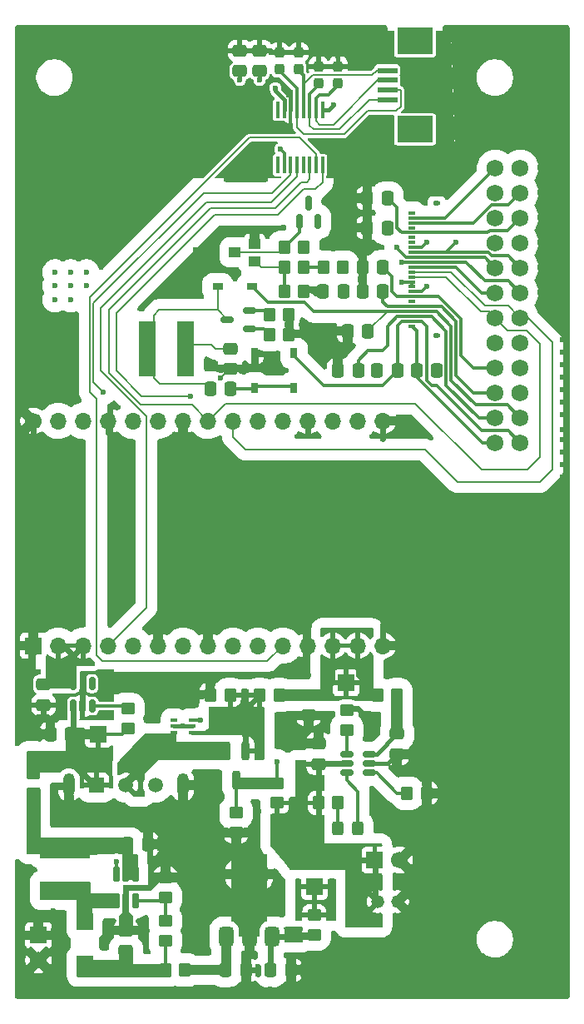
<source format=gtl>
G04 #@! TF.GenerationSoftware,KiCad,Pcbnew,9.0.1*
G04 #@! TF.CreationDate,2025-04-17T02:19:35-07:00*
G04 #@! TF.ProjectId,EE 447,45452034-3437-42e6-9b69-6361645f7063,rev?*
G04 #@! TF.SameCoordinates,Original*
G04 #@! TF.FileFunction,Copper,L1,Top*
G04 #@! TF.FilePolarity,Positive*
%FSLAX46Y46*%
G04 Gerber Fmt 4.6, Leading zero omitted, Abs format (unit mm)*
G04 Created by KiCad (PCBNEW 9.0.1) date 2025-04-17 02:19:35*
%MOMM*%
%LPD*%
G01*
G04 APERTURE LIST*
G04 Aperture macros list*
%AMRoundRect*
0 Rectangle with rounded corners*
0 $1 Rounding radius*
0 $2 $3 $4 $5 $6 $7 $8 $9 X,Y pos of 4 corners*
0 Add a 4 corners polygon primitive as box body*
4,1,4,$2,$3,$4,$5,$6,$7,$8,$9,$2,$3,0*
0 Add four circle primitives for the rounded corners*
1,1,$1+$1,$2,$3*
1,1,$1+$1,$4,$5*
1,1,$1+$1,$6,$7*
1,1,$1+$1,$8,$9*
0 Add four rect primitives between the rounded corners*
20,1,$1+$1,$2,$3,$4,$5,0*
20,1,$1+$1,$4,$5,$6,$7,0*
20,1,$1+$1,$6,$7,$8,$9,0*
20,1,$1+$1,$8,$9,$2,$3,0*%
G04 Aperture macros list end*
G04 #@! TA.AperFunction,SMDPad,CuDef*
%ADD10RoundRect,0.237500X0.237500X-0.300000X0.237500X0.300000X-0.237500X0.300000X-0.237500X-0.300000X0*%
G04 #@! TD*
G04 #@! TA.AperFunction,SMDPad,CuDef*
%ADD11R,5.100000X1.900000*%
G04 #@! TD*
G04 #@! TA.AperFunction,SMDPad,CuDef*
%ADD12RoundRect,0.250000X0.450000X-0.350000X0.450000X0.350000X-0.450000X0.350000X-0.450000X-0.350000X0*%
G04 #@! TD*
G04 #@! TA.AperFunction,SMDPad,CuDef*
%ADD13RoundRect,0.250000X-0.337500X-0.475000X0.337500X-0.475000X0.337500X0.475000X-0.337500X0.475000X0*%
G04 #@! TD*
G04 #@! TA.AperFunction,ComponentPad*
%ADD14R,1.508000X1.508000*%
G04 #@! TD*
G04 #@! TA.AperFunction,ComponentPad*
%ADD15C,1.508000*%
G04 #@! TD*
G04 #@! TA.AperFunction,ComponentPad*
%ADD16O,1.200000X2.400000*%
G04 #@! TD*
G04 #@! TA.AperFunction,SMDPad,CuDef*
%ADD17R,0.762000X1.117600*%
G04 #@! TD*
G04 #@! TA.AperFunction,SMDPad,CuDef*
%ADD18RoundRect,0.250000X0.337500X0.475000X-0.337500X0.475000X-0.337500X-0.475000X0.337500X-0.475000X0*%
G04 #@! TD*
G04 #@! TA.AperFunction,SMDPad,CuDef*
%ADD19RoundRect,0.150000X-0.512500X-0.150000X0.512500X-0.150000X0.512500X0.150000X-0.512500X0.150000X0*%
G04 #@! TD*
G04 #@! TA.AperFunction,ComponentPad*
%ADD20R,1.700000X1.700000*%
G04 #@! TD*
G04 #@! TA.AperFunction,ComponentPad*
%ADD21O,1.700000X1.700000*%
G04 #@! TD*
G04 #@! TA.AperFunction,ComponentPad*
%ADD22C,1.700000*%
G04 #@! TD*
G04 #@! TA.AperFunction,SMDPad,CuDef*
%ADD23RoundRect,0.250000X0.350000X0.450000X-0.350000X0.450000X-0.350000X-0.450000X0.350000X-0.450000X0*%
G04 #@! TD*
G04 #@! TA.AperFunction,SMDPad,CuDef*
%ADD24RoundRect,0.250000X-0.350000X-0.450000X0.350000X-0.450000X0.350000X0.450000X-0.350000X0.450000X0*%
G04 #@! TD*
G04 #@! TA.AperFunction,SMDPad,CuDef*
%ADD25RoundRect,0.250000X-0.450000X0.350000X-0.450000X-0.350000X0.450000X-0.350000X0.450000X0.350000X0*%
G04 #@! TD*
G04 #@! TA.AperFunction,SMDPad,CuDef*
%ADD26RoundRect,0.250000X-0.475000X0.337500X-0.475000X-0.337500X0.475000X-0.337500X0.475000X0.337500X0*%
G04 #@! TD*
G04 #@! TA.AperFunction,SMDPad,CuDef*
%ADD27RoundRect,0.250000X0.475000X-0.337500X0.475000X0.337500X-0.475000X0.337500X-0.475000X-0.337500X0*%
G04 #@! TD*
G04 #@! TA.AperFunction,SMDPad,CuDef*
%ADD28RoundRect,0.150000X0.150000X-0.587500X0.150000X0.587500X-0.150000X0.587500X-0.150000X-0.587500X0*%
G04 #@! TD*
G04 #@! TA.AperFunction,SMDPad,CuDef*
%ADD29R,0.355600X1.676400*%
G04 #@! TD*
G04 #@! TA.AperFunction,SMDPad,CuDef*
%ADD30RoundRect,0.150000X0.150000X-0.512500X0.150000X0.512500X-0.150000X0.512500X-0.150000X-0.512500X0*%
G04 #@! TD*
G04 #@! TA.AperFunction,SMDPad,CuDef*
%ADD31RoundRect,0.250000X0.325000X0.450000X-0.325000X0.450000X-0.325000X-0.450000X0.325000X-0.450000X0*%
G04 #@! TD*
G04 #@! TA.AperFunction,SMDPad,CuDef*
%ADD32R,1.700000X5.600000*%
G04 #@! TD*
G04 #@! TA.AperFunction,SMDPad,CuDef*
%ADD33R,0.800000X0.300000*%
G04 #@! TD*
G04 #@! TA.AperFunction,SMDPad,CuDef*
%ADD34R,0.800000X0.400000*%
G04 #@! TD*
G04 #@! TA.AperFunction,SMDPad,CuDef*
%ADD35RoundRect,0.150000X0.512500X0.150000X-0.512500X0.150000X-0.512500X-0.150000X0.512500X-0.150000X0*%
G04 #@! TD*
G04 #@! TA.AperFunction,SMDPad,CuDef*
%ADD36RoundRect,0.100000X0.225000X0.100000X-0.225000X0.100000X-0.225000X-0.100000X0.225000X-0.100000X0*%
G04 #@! TD*
G04 #@! TA.AperFunction,SMDPad,CuDef*
%ADD37RoundRect,0.375000X0.375000X-0.625000X0.375000X0.625000X-0.375000X0.625000X-0.375000X-0.625000X0*%
G04 #@! TD*
G04 #@! TA.AperFunction,SMDPad,CuDef*
%ADD38RoundRect,0.500000X1.400000X-0.500000X1.400000X0.500000X-1.400000X0.500000X-1.400000X-0.500000X0*%
G04 #@! TD*
G04 #@! TA.AperFunction,SMDPad,CuDef*
%ADD39R,2.006600X0.609600*%
G04 #@! TD*
G04 #@! TA.AperFunction,SMDPad,CuDef*
%ADD40R,3.606800X2.667000*%
G04 #@! TD*
G04 #@! TA.AperFunction,SMDPad,CuDef*
%ADD41R,1.143000X1.016000*%
G04 #@! TD*
G04 #@! TA.AperFunction,ComponentPad*
%ADD42C,1.320800*%
G04 #@! TD*
G04 #@! TA.AperFunction,SMDPad,CuDef*
%ADD43RoundRect,0.200000X-0.200000X0.750000X-0.200000X-0.750000X0.200000X-0.750000X0.200000X0.750000X0*%
G04 #@! TD*
G04 #@! TA.AperFunction,ComponentPad*
%ADD44C,1.725000*%
G04 #@! TD*
G04 #@! TA.AperFunction,SMDPad,CuDef*
%ADD45RoundRect,0.162500X0.162500X-0.617500X0.162500X0.617500X-0.162500X0.617500X-0.162500X-0.617500X0*%
G04 #@! TD*
G04 #@! TA.AperFunction,SMDPad,CuDef*
%ADD46R,1.651000X1.701800*%
G04 #@! TD*
G04 #@! TA.AperFunction,SMDPad,CuDef*
%ADD47R,1.117600X0.762000*%
G04 #@! TD*
G04 #@! TA.AperFunction,ViaPad*
%ADD48C,0.600000*%
G04 #@! TD*
G04 #@! TA.AperFunction,Conductor*
%ADD49C,0.600000*%
G04 #@! TD*
G04 #@! TA.AperFunction,Conductor*
%ADD50C,0.400000*%
G04 #@! TD*
G04 #@! TA.AperFunction,Conductor*
%ADD51C,0.300000*%
G04 #@! TD*
G04 #@! TA.AperFunction,Conductor*
%ADD52C,0.200000*%
G04 #@! TD*
G04 #@! TA.AperFunction,Conductor*
%ADD53C,0.650000*%
G04 #@! TD*
G04 #@! TA.AperFunction,Conductor*
%ADD54C,1.000000*%
G04 #@! TD*
G04 APERTURE END LIST*
D10*
X219000000Y-109825000D03*
X219000000Y-108100000D03*
D11*
X191200000Y-187700000D03*
X191200000Y-191900000D03*
D12*
X216550001Y-196400000D03*
X216550001Y-194400000D03*
D13*
X207562500Y-200000000D03*
X209637500Y-200000000D03*
X212112501Y-200000000D03*
X214187501Y-200000000D03*
X197562500Y-187200000D03*
X199637500Y-187200000D03*
D14*
X194400000Y-181200000D03*
D15*
X197400000Y-181200000D03*
X200400000Y-181200000D03*
D16*
X191600000Y-181200000D03*
X203200000Y-181200000D03*
D17*
X210500000Y-137247400D03*
X210500000Y-140752600D03*
D13*
X226962500Y-139000000D03*
X229037500Y-139000000D03*
D18*
X219537500Y-131000000D03*
X217462500Y-131000000D03*
D19*
X219862500Y-178050000D03*
X219862500Y-179000000D03*
X219862500Y-179950000D03*
X222137500Y-179950000D03*
X222137500Y-179000000D03*
X222137500Y-178050000D03*
D20*
X187980000Y-167000000D03*
D21*
X190520000Y-167000000D03*
X193060000Y-167000000D03*
X195600000Y-167000000D03*
X198140000Y-167000000D03*
X200680000Y-167000000D03*
X203220000Y-167000000D03*
X205760000Y-167000000D03*
X208300000Y-167000000D03*
X210840000Y-167000000D03*
X213380000Y-167000000D03*
X215920000Y-167000000D03*
X218460000Y-167000000D03*
X221000000Y-167000000D03*
X223540000Y-167000000D03*
D22*
X187980000Y-144140000D03*
D21*
X190520000Y-144140000D03*
X193060000Y-144140000D03*
X195600000Y-144140000D03*
X198140000Y-144140000D03*
X200680000Y-144140000D03*
X203220000Y-144140000D03*
X205760000Y-144140000D03*
X208300000Y-144140000D03*
X210840000Y-144140000D03*
X213380000Y-144140000D03*
X215920000Y-144140000D03*
X218460000Y-144140000D03*
X221000000Y-144140000D03*
X223540000Y-144140000D03*
D23*
X219500000Y-128500000D03*
X217500000Y-128500000D03*
D24*
X217000000Y-183000000D03*
X219000000Y-183000000D03*
D25*
X212800000Y-181000000D03*
X212800000Y-183000000D03*
D20*
X216600000Y-191500000D03*
D26*
X189000000Y-170962500D03*
X189000000Y-173037500D03*
D23*
X208000000Y-172000000D03*
X206000000Y-172000000D03*
D27*
X197400000Y-198037500D03*
X197400000Y-195962500D03*
D24*
X223000000Y-172000000D03*
X225000000Y-172000000D03*
D28*
X215050000Y-123875000D03*
X216950000Y-123875000D03*
X216000000Y-122000000D03*
D26*
X216000000Y-172025000D03*
X216000000Y-174100000D03*
D18*
X191787500Y-176000000D03*
X189712500Y-176000000D03*
D20*
X219800000Y-170800000D03*
D29*
X217399997Y-112500000D03*
X216749999Y-112500000D03*
X216099997Y-112500000D03*
X215449999Y-112500000D03*
X214800000Y-112500000D03*
X214149999Y-112500000D03*
X213500000Y-112500000D03*
X212849999Y-112500000D03*
X212849999Y-118138800D03*
X213499997Y-118138800D03*
X214149999Y-118138800D03*
X214799997Y-118138800D03*
X215449996Y-118138800D03*
X216099997Y-118138800D03*
X216749996Y-118138800D03*
X217399997Y-118138800D03*
D12*
X197600000Y-175400000D03*
X197600000Y-173400000D03*
D30*
X192050000Y-173137500D03*
X193000000Y-173137500D03*
X193950000Y-173137500D03*
X193950000Y-170862500D03*
X192050000Y-170862500D03*
D31*
X221025000Y-185600000D03*
X218975000Y-185600000D03*
D20*
X188500000Y-196460000D03*
D22*
X188500000Y-199000000D03*
D32*
X203505000Y-136779000D03*
X199605000Y-136779000D03*
D24*
X213500000Y-128500000D03*
X215500000Y-128500000D03*
D33*
X226500000Y-123000000D03*
X226500000Y-123500000D03*
X226500000Y-124000000D03*
X226500000Y-124500000D03*
X226500000Y-125000000D03*
X226500000Y-125500000D03*
X226500000Y-126000000D03*
X226500000Y-126500000D03*
X226500000Y-127000000D03*
X226500000Y-127500000D03*
X226500000Y-128000000D03*
X226500000Y-128500000D03*
X226500000Y-129000000D03*
X226500000Y-129500000D03*
X226500000Y-130000000D03*
X226500000Y-130500000D03*
X226500000Y-131000000D03*
X226500000Y-131500000D03*
X226500000Y-132000000D03*
X226500000Y-132500000D03*
X226500000Y-133000000D03*
X226500000Y-133500000D03*
X226500000Y-134000000D03*
X226500000Y-134500000D03*
D34*
X229000000Y-122000000D03*
X229000000Y-135500000D03*
D35*
X210000000Y-134800000D03*
X210000000Y-132900000D03*
X207725000Y-133850000D03*
D36*
X204150000Y-175850000D03*
X204150000Y-175200000D03*
X204150000Y-174550000D03*
X202250000Y-174550000D03*
X202250000Y-175200000D03*
X202250000Y-175850000D03*
D37*
X207650001Y-196550000D03*
X209950001Y-196550000D03*
D38*
X209950001Y-190250000D03*
D37*
X212250001Y-196550000D03*
D25*
X208600000Y-184000000D03*
X208600000Y-186000000D03*
D27*
X209000000Y-108575000D03*
X209000000Y-106500000D03*
D12*
X201400000Y-192600000D03*
X201400000Y-190600000D03*
D23*
X213000000Y-172000000D03*
X211000000Y-172000000D03*
D17*
X214500000Y-140752600D03*
X214500000Y-137247400D03*
D39*
X224000000Y-111500000D03*
X224000000Y-110499999D03*
X224000000Y-109500001D03*
X224000000Y-108500000D03*
D40*
X226806700Y-105516900D03*
X226806700Y-114483100D03*
D24*
X212000000Y-133350000D03*
X214000000Y-133350000D03*
D18*
X222037500Y-135000000D03*
X219962500Y-135000000D03*
D41*
X210516000Y-127889000D03*
X210516000Y-126111000D03*
X208484000Y-127000000D03*
D25*
X188000000Y-180000000D03*
X188000000Y-182000000D03*
D27*
X208000000Y-138887500D03*
X208000000Y-136812500D03*
X211000000Y-108575000D03*
X211000000Y-106500000D03*
D23*
X215500000Y-126500000D03*
X213500000Y-126500000D03*
D18*
X223537500Y-131000000D03*
X221462500Y-131000000D03*
D23*
X214000000Y-135350000D03*
X212000000Y-135350000D03*
D27*
X217000000Y-179037500D03*
X217000000Y-176962500D03*
D42*
X223043999Y-193040000D03*
X225044000Y-193040000D03*
D10*
X215000000Y-108400000D03*
X215000000Y-106675000D03*
D24*
X201400000Y-200000000D03*
X203400000Y-200000000D03*
D10*
X217000000Y-109825000D03*
X217000000Y-108100000D03*
D43*
X208600000Y-180700000D03*
X209550000Y-177700000D03*
X207650000Y-177700000D03*
D12*
X201400000Y-197000000D03*
X201400000Y-195000000D03*
X219900000Y-175600000D03*
X219900000Y-173600000D03*
D20*
X194600000Y-176000000D03*
D18*
X208037500Y-140850000D03*
X205962500Y-140850000D03*
D44*
X235000000Y-118420000D03*
X237540000Y-118420000D03*
X235000000Y-120960000D03*
X237540000Y-120960000D03*
X235000000Y-123500000D03*
X237540000Y-123500000D03*
X235000000Y-126040000D03*
X237540000Y-126040000D03*
X235000000Y-128580000D03*
X237540000Y-128580000D03*
X235000000Y-131120000D03*
X237540000Y-131120000D03*
X235000000Y-133660000D03*
X237540000Y-133660000D03*
X235000000Y-136200000D03*
X237540000Y-136200000D03*
X235000000Y-138740000D03*
X237540000Y-138740000D03*
X235000000Y-141280000D03*
X237540000Y-141280000D03*
X235000000Y-143820000D03*
X237540000Y-143820000D03*
X235000000Y-146360000D03*
X237540000Y-146360000D03*
D18*
X224037500Y-121500000D03*
X221962500Y-121500000D03*
D26*
X225000000Y-175962500D03*
X225000000Y-178037500D03*
D45*
X196450000Y-192950000D03*
X197400000Y-192950000D03*
X198350000Y-192950000D03*
X198350000Y-190250000D03*
X197400000Y-190250000D03*
X196450000Y-190250000D03*
D24*
X226000000Y-182000000D03*
X228000000Y-182000000D03*
D46*
X193200000Y-199392600D03*
X193200000Y-195100000D03*
D47*
X210252600Y-130500000D03*
X206747400Y-130500000D03*
D23*
X215500000Y-131000000D03*
X213500000Y-131000000D03*
D20*
X222725000Y-188800000D03*
D22*
X225265000Y-188800000D03*
D18*
X223537500Y-128500000D03*
X221462500Y-128500000D03*
D10*
X213000000Y-108400000D03*
X213000000Y-106675000D03*
D18*
X221037500Y-139000000D03*
X218962500Y-139000000D03*
X225037500Y-139000000D03*
X222962500Y-139000000D03*
X224037500Y-124500000D03*
X221962500Y-124500000D03*
D48*
X208800000Y-194600000D03*
X220218000Y-162306000D03*
X239522000Y-118364000D03*
X222000000Y-117500000D03*
X228000000Y-119000000D03*
X220218000Y-160020000D03*
X211400000Y-188600000D03*
X220218000Y-157480000D03*
X187000000Y-125000000D03*
X190000000Y-196000000D03*
X214000000Y-170000000D03*
X214000000Y-135350000D03*
X186600000Y-176000000D03*
X210000000Y-170000000D03*
X229000000Y-122000000D03*
X221600000Y-174000000D03*
X241808000Y-156464000D03*
X231648000Y-154940000D03*
X241808000Y-171704000D03*
X241808000Y-194818000D03*
X187000000Y-192000000D03*
X187960000Y-201930000D03*
X231648000Y-157480000D03*
X200800000Y-186800000D03*
X188600000Y-174200000D03*
X235458000Y-157480000D03*
X237490000Y-185420000D03*
X210820000Y-162306000D03*
X188000000Y-194000000D03*
X214630000Y-157480000D03*
X212598000Y-157480000D03*
X203200000Y-106680000D03*
X227200000Y-200800000D03*
X241808000Y-181864000D03*
X205400000Y-196000000D03*
X190000000Y-198000000D03*
X221962500Y-124500000D03*
X241808000Y-153670000D03*
X233680000Y-168910000D03*
X241808000Y-148590000D03*
X206000000Y-165000000D03*
X195400000Y-174200000D03*
X221962500Y-121500000D03*
X241808000Y-159004000D03*
X241808000Y-125730000D03*
X241808000Y-127000000D03*
X231648000Y-160020000D03*
X191500000Y-117500000D03*
X241808000Y-130810000D03*
X188600000Y-176400000D03*
X241808000Y-142240000D03*
X241808000Y-111506000D03*
X229037500Y-139000000D03*
X241808000Y-172974000D03*
X241808000Y-145034000D03*
X187000000Y-128000000D03*
X186600000Y-169200000D03*
X200000000Y-172000000D03*
X203400000Y-192000000D03*
X241808000Y-170434000D03*
X203400000Y-186000000D03*
X241808000Y-188468000D03*
X187400000Y-174000000D03*
X187600000Y-164400000D03*
X241808000Y-139700000D03*
X220218000Y-150368000D03*
X224028000Y-152654000D03*
X226500000Y-119000000D03*
X193500000Y-114500000D03*
X233680000Y-190500000D03*
X241808000Y-135890000D03*
X237490000Y-154940000D03*
X241808000Y-198628000D03*
X219000000Y-107000000D03*
X189500000Y-116000000D03*
X219000000Y-116000000D03*
X203200000Y-175200000D03*
X239522000Y-119634000D03*
X186800000Y-157400000D03*
X241808000Y-115316000D03*
X219962500Y-135000000D03*
X190600000Y-173000000D03*
X211000000Y-105500000D03*
X186800000Y-149400000D03*
X210516000Y-126111000D03*
X193500000Y-113000000D03*
X187600000Y-152400000D03*
X231140000Y-116840000D03*
X202000000Y-172000000D03*
X218440000Y-152654000D03*
X241808000Y-149860000D03*
X229870000Y-201930000D03*
X212090000Y-201930000D03*
X205400000Y-198000000D03*
X213800000Y-175800000D03*
X216662000Y-152654000D03*
X214630000Y-154940000D03*
X241808000Y-106426000D03*
X239000000Y-106000000D03*
X186800000Y-146400000D03*
X218440000Y-162306000D03*
X204500000Y-130000000D03*
X235000000Y-115000000D03*
X203200000Y-154940000D03*
X223500000Y-119000000D03*
X230000000Y-182000000D03*
X226400000Y-178600000D03*
X217000000Y-175800000D03*
X193500000Y-117500000D03*
X212000000Y-170000000D03*
X203200000Y-160020000D03*
X203200000Y-149860000D03*
X241808000Y-179324000D03*
X224028000Y-154940000D03*
X241808000Y-120396000D03*
X187000000Y-134000000D03*
X241808000Y-187198000D03*
X186800000Y-159400000D03*
X211000000Y-113000000D03*
X237490000Y-160020000D03*
X226400000Y-177800000D03*
X229000000Y-135500000D03*
X241808000Y-193548000D03*
X216000000Y-165000000D03*
X186800000Y-151400000D03*
X217000000Y-105500000D03*
X187600000Y-151400000D03*
X187000000Y-137000000D03*
X197000000Y-157000000D03*
X191400000Y-185000000D03*
X186800000Y-152400000D03*
X207010000Y-139801600D03*
X225000000Y-119000000D03*
X187600000Y-147400000D03*
X237490000Y-162306000D03*
X187400000Y-173000000D03*
X187600000Y-158400000D03*
X228600000Y-198600000D03*
X196850000Y-201930000D03*
X189400000Y-174200000D03*
X187400000Y-172000000D03*
X233680000Y-173990000D03*
X217000000Y-107000000D03*
X205400000Y-185000000D03*
X203400000Y-185000000D03*
X216408000Y-154940000D03*
X186800000Y-150400000D03*
X187600000Y-150400000D03*
X241808000Y-129540000D03*
X241808000Y-122936000D03*
X198200000Y-191600000D03*
X187500000Y-116000000D03*
X191000000Y-125000000D03*
X186800000Y-154400000D03*
X210500000Y-137033000D03*
X187400000Y-169200000D03*
X216000000Y-175200000D03*
X187500000Y-105500000D03*
X205400000Y-190000000D03*
X195400000Y-172000000D03*
X187600000Y-148400000D03*
X186600000Y-174000000D03*
X223520000Y-201930000D03*
X187600000Y-159400000D03*
X231140000Y-111760000D03*
X241808000Y-196088000D03*
X208280000Y-201930000D03*
X216000000Y-170000000D03*
X200000000Y-170000000D03*
X215400000Y-200400000D03*
X226000000Y-198600000D03*
X237490000Y-179070000D03*
X241808000Y-133350000D03*
X202000000Y-170000000D03*
X187600000Y-154400000D03*
X195400000Y-170000000D03*
X206000000Y-170000000D03*
X187600000Y-176000000D03*
X189500000Y-117500000D03*
X205400000Y-180800000D03*
X197000000Y-153000000D03*
X210800000Y-200400000D03*
X219000000Y-117500000D03*
X239522000Y-128524000D03*
X203400000Y-188000000D03*
X191500000Y-105500000D03*
X198000000Y-123000000D03*
X241808000Y-162814000D03*
X237490000Y-168910000D03*
X211200000Y-194600000D03*
X209950001Y-192200000D03*
X228000000Y-117500000D03*
X217500000Y-131000000D03*
X199000000Y-191600000D03*
X208600000Y-187200000D03*
X195400000Y-185000000D03*
X188600000Y-175600000D03*
X239522000Y-122174000D03*
X241808000Y-116586000D03*
X193040000Y-201930000D03*
X191500000Y-119000000D03*
X241808000Y-112776000D03*
X241808000Y-197358000D03*
X187600000Y-163400000D03*
X241808000Y-121666000D03*
X241808000Y-184658000D03*
X207500000Y-107000000D03*
X241808000Y-157734000D03*
X239268000Y-160020000D03*
X208000000Y-170000000D03*
X209000000Y-105500000D03*
X239522000Y-131064000D03*
X220218000Y-152654000D03*
X197400000Y-191600000D03*
X209400000Y-188600000D03*
X204800000Y-172000000D03*
X241808000Y-178054000D03*
X191500000Y-116000000D03*
X193400000Y-185000000D03*
X239522000Y-125984000D03*
X186600000Y-171000000D03*
X220500000Y-117500000D03*
X191000000Y-122000000D03*
X215000000Y-105500000D03*
X237490000Y-165100000D03*
X209800000Y-198400000D03*
X197000000Y-149000000D03*
X186600000Y-173000000D03*
X191500000Y-113000000D03*
X193000000Y-172000000D03*
X193000000Y-171000000D03*
X218440000Y-154940000D03*
X222000000Y-119000000D03*
X241808000Y-143510000D03*
X233680000Y-157480000D03*
X212598000Y-162306000D03*
X214630000Y-162306000D03*
X218962500Y-139000000D03*
X203400000Y-196000000D03*
X186600000Y-172000000D03*
X241808000Y-169164000D03*
X187500000Y-113000000D03*
X222250000Y-160020000D03*
X241808000Y-165354000D03*
X204000000Y-170000000D03*
X233680000Y-154940000D03*
X241808000Y-175768000D03*
X215900000Y-201930000D03*
X237490000Y-157480000D03*
X195580000Y-196088000D03*
X186800000Y-162400000D03*
X193000000Y-125000000D03*
X200800000Y-187600000D03*
X188000000Y-146000000D03*
X189000000Y-125000000D03*
X187600000Y-162400000D03*
X239522000Y-120904000D03*
X241808000Y-138430000D03*
X241808000Y-137160000D03*
X219000000Y-119000000D03*
X201400000Y-185000000D03*
X219000000Y-105500000D03*
X218440000Y-150368000D03*
X190000000Y-200000000D03*
X222250000Y-154940000D03*
X208400000Y-188600000D03*
X219710000Y-201930000D03*
X216408000Y-162306000D03*
X222962500Y-139000000D03*
X211200000Y-192200000D03*
X239268000Y-154940000D03*
X187000000Y-131000000D03*
X214630000Y-160020000D03*
X231648000Y-152654000D03*
X239268000Y-162306000D03*
X203400000Y-194000000D03*
X239268000Y-157480000D03*
X241808000Y-199898000D03*
X210400000Y-188600000D03*
X241808000Y-108966000D03*
X241808000Y-146050000D03*
X210820000Y-160020000D03*
X239522000Y-115570000D03*
X190000000Y-194000000D03*
X222250000Y-162306000D03*
X186800000Y-147400000D03*
X189500000Y-105500000D03*
X187600000Y-149400000D03*
X209950001Y-194600000D03*
X218200000Y-137100000D03*
X186600000Y-175000000D03*
X241808000Y-164084000D03*
X241808000Y-151130000D03*
X241808000Y-140970000D03*
X188000000Y-165500000D03*
X237490000Y-201930000D03*
X203200000Y-111760000D03*
X241808000Y-128270000D03*
X189000000Y-122000000D03*
X187000000Y-122000000D03*
X241808000Y-134620000D03*
X233680000Y-201930000D03*
X216408000Y-157480000D03*
X231648000Y-162306000D03*
X186800000Y-156400000D03*
X193500000Y-116000000D03*
X241808000Y-117856000D03*
X197000000Y-194700000D03*
X222250000Y-157480000D03*
X221800000Y-198600000D03*
X241808000Y-174244000D03*
X224028000Y-162306000D03*
X208800000Y-192200000D03*
X239522000Y-127254000D03*
X189500000Y-119000000D03*
X235458000Y-152654000D03*
X186600000Y-170000000D03*
X199400000Y-185000000D03*
X241808000Y-183134000D03*
X228000000Y-126000000D03*
X241808000Y-119126000D03*
X187000000Y-140000000D03*
X187600000Y-161400000D03*
X229500000Y-119000000D03*
X201000000Y-165500000D03*
X193000000Y-122000000D03*
X204470000Y-201930000D03*
X205400000Y-192000000D03*
X225000000Y-117500000D03*
X214000000Y-111000000D03*
X211000000Y-117500000D03*
X207010000Y-149860000D03*
X235458000Y-154940000D03*
X186800000Y-161400000D03*
X196450000Y-188950000D03*
X187400000Y-170000000D03*
X226500000Y-117500000D03*
X203400000Y-190000000D03*
X187600000Y-156400000D03*
X223500000Y-165000000D03*
X200000000Y-174000000D03*
X241808000Y-186182000D03*
X191500000Y-114500000D03*
X241808000Y-155194000D03*
X186800000Y-164400000D03*
X196000000Y-145800000D03*
X193000000Y-170000000D03*
X241808000Y-201168000D03*
X186800000Y-160400000D03*
X214000000Y-133350000D03*
X241808000Y-110236000D03*
X203220000Y-145700000D03*
X207010000Y-154940000D03*
X241808000Y-114046000D03*
X207500000Y-105500000D03*
X198000000Y-170000000D03*
X187600000Y-153400000D03*
X187400000Y-171000000D03*
X219200000Y-198600000D03*
X229500000Y-117500000D03*
X239522000Y-132334000D03*
X221462500Y-131000000D03*
X198120000Y-116840000D03*
X241808000Y-132080000D03*
X235458000Y-162306000D03*
X212598000Y-160020000D03*
X187600000Y-157400000D03*
X235458000Y-160020000D03*
X241808000Y-107696000D03*
X215400000Y-199600000D03*
X187600000Y-175000000D03*
X237490000Y-152654000D03*
X187500000Y-114500000D03*
X205400000Y-182800000D03*
X241808000Y-180594000D03*
X241808000Y-192278000D03*
X241808000Y-167894000D03*
X189500000Y-113000000D03*
X222250000Y-150368000D03*
X187500000Y-117500000D03*
X205400000Y-186000000D03*
X210800000Y-199600000D03*
X241808000Y-147320000D03*
X187600000Y-160400000D03*
X241808000Y-161544000D03*
X193500000Y-105500000D03*
X216408000Y-160020000D03*
X241808000Y-105156000D03*
X237490000Y-190500000D03*
X208800000Y-193400000D03*
X193500000Y-119000000D03*
X199136000Y-196088000D03*
X220218000Y-154940000D03*
X198120000Y-111760000D03*
X186800000Y-153400000D03*
X239522000Y-123444000D03*
X222250000Y-152654000D03*
X223500000Y-117500000D03*
X221500000Y-128500000D03*
X187600000Y-155400000D03*
X186800000Y-163400000D03*
X187500000Y-119000000D03*
X233680000Y-179070000D03*
X227330000Y-201930000D03*
X233680000Y-185420000D03*
X186800000Y-148400000D03*
X203200000Y-116840000D03*
X207010000Y-160020000D03*
X239522000Y-116840000D03*
X218440000Y-157480000D03*
X233680000Y-162306000D03*
X215500000Y-131000000D03*
X211000000Y-119000000D03*
X200660000Y-201930000D03*
X224028000Y-157480000D03*
X213000000Y-105500000D03*
X203400000Y-198000000D03*
X233680000Y-165100000D03*
X197800000Y-194700000D03*
X186800000Y-155400000D03*
X241808000Y-124460000D03*
X233680000Y-152654000D03*
X239522000Y-124714000D03*
X209950001Y-193400000D03*
X220600000Y-200800000D03*
X241808000Y-152400000D03*
X224028000Y-160020000D03*
X239522000Y-129794000D03*
X215920000Y-145600000D03*
X241808000Y-176784000D03*
X186800000Y-158400000D03*
X216800000Y-135300000D03*
X233680000Y-160020000D03*
X190500000Y-201930000D03*
X189500000Y-114500000D03*
X228000000Y-130500000D03*
X211200000Y-193400000D03*
X224028000Y-150368000D03*
X205400000Y-194000000D03*
X186800000Y-165400000D03*
X241808000Y-191008000D03*
X241808000Y-189738000D03*
X220500000Y-119000000D03*
X197000000Y-161000000D03*
X229870000Y-195580000D03*
X241808000Y-166624000D03*
X223500000Y-146000000D03*
X239268000Y-152654000D03*
X204500000Y-126700000D03*
X241808000Y-160274000D03*
X205400000Y-188000000D03*
X198120000Y-106680000D03*
X218440000Y-160020000D03*
X197400000Y-185000000D03*
X215000000Y-193200000D03*
X209000000Y-109500000D03*
X218500000Y-112000000D03*
X216600000Y-193200000D03*
X218200000Y-193200000D03*
X211000000Y-109500000D03*
X218200000Y-194400000D03*
X215000000Y-194400000D03*
X212600000Y-110300000D03*
X191400000Y-169000000D03*
X190000000Y-170000000D03*
X216950000Y-123875000D03*
X193400000Y-130400000D03*
X190200000Y-129000000D03*
X215500000Y-126500000D03*
X190200000Y-130400000D03*
X191800000Y-129000000D03*
X191800000Y-131800000D03*
X190000000Y-169000000D03*
X190200000Y-131800000D03*
X219500000Y-128500000D03*
X219537500Y-131000000D03*
X191400000Y-170000000D03*
X213099698Y-116500302D03*
X191800000Y-130400000D03*
X193400000Y-129000000D03*
X204000000Y-141600000D03*
X225000000Y-126500000D03*
X225500000Y-128000000D03*
X231000000Y-126000000D03*
X224037500Y-124500000D03*
X225500000Y-130000000D03*
X216000000Y-121900000D03*
X207991650Y-136525000D03*
X195100000Y-141200000D03*
X213600000Y-196550000D03*
X214600000Y-196550000D03*
X215400000Y-196550000D03*
X212800000Y-178800000D03*
X204950000Y-174550000D03*
D49*
X209950001Y-194600000D02*
X209950001Y-196550000D01*
X200680000Y-167000000D02*
X200680000Y-165820000D01*
X215920000Y-165080000D02*
X216000000Y-165000000D01*
X203220000Y-145700000D02*
X203220000Y-144140000D01*
X189400000Y-174200000D02*
X189000000Y-174200000D01*
D50*
X211000000Y-106500000D02*
X211000000Y-105500000D01*
D49*
X215400000Y-200000000D02*
X214187501Y-200000000D01*
X210800000Y-200000000D02*
X210800000Y-200400000D01*
X187980000Y-145980000D02*
X188000000Y-146000000D01*
X221000000Y-173400000D02*
X219900000Y-173400000D01*
X188600000Y-176000000D02*
X189712500Y-176000000D01*
D51*
X217462500Y-131000000D02*
X217500000Y-131000000D01*
D49*
X205760000Y-165240000D02*
X206000000Y-165000000D01*
D52*
X207924100Y-138887500D02*
X207010000Y-139801600D01*
D49*
X209800000Y-198400000D02*
X209800000Y-199837500D01*
X223540000Y-167000000D02*
X223540000Y-165040000D01*
D50*
X213000000Y-106425000D02*
X213000000Y-105500000D01*
D49*
X196000000Y-145800000D02*
X195600000Y-145400000D01*
X226237500Y-178037500D02*
X225000000Y-178037500D01*
X216000000Y-175200000D02*
X216000000Y-174037500D01*
X193000000Y-173137500D02*
X193000000Y-172000000D01*
X209800000Y-199837500D02*
X209637500Y-200000000D01*
D53*
X197400000Y-195600000D02*
X197400000Y-192950000D01*
D49*
X197400000Y-193400000D02*
X197400000Y-191600000D01*
X187980000Y-167000000D02*
X187980000Y-165520000D01*
X230000000Y-182000000D02*
X228000000Y-182000000D01*
D50*
X224037500Y-179000000D02*
X225000000Y-178037500D01*
D49*
X197400000Y-191600000D02*
X199800000Y-191600000D01*
X197000000Y-194700000D02*
X197800000Y-194700000D01*
X189000000Y-174200000D02*
X188600000Y-174200000D01*
X187980000Y-165520000D02*
X188000000Y-165500000D01*
X205760000Y-167000000D02*
X205760000Y-165240000D01*
X189000000Y-174200000D02*
X189000000Y-173037500D01*
D51*
X227500000Y-131000000D02*
X228000000Y-130500000D01*
D49*
X210000000Y-188600000D02*
X210400000Y-188600000D01*
D50*
X200800000Y-187200000D02*
X200800000Y-187600000D01*
D49*
X208400000Y-188600000D02*
X211400000Y-188600000D01*
D50*
X215000000Y-106425000D02*
X215000000Y-105500000D01*
D52*
X208000000Y-138887500D02*
X207924100Y-138887500D01*
D49*
X200680000Y-165820000D02*
X201000000Y-165500000D01*
X210800000Y-199600000D02*
X210800000Y-200000000D01*
X209950001Y-188649999D02*
X209950001Y-190250000D01*
X223540000Y-165040000D02*
X223500000Y-165000000D01*
X208600000Y-187200000D02*
X208600000Y-186000000D01*
D50*
X214149999Y-111149999D02*
X214000000Y-111000000D01*
D49*
X204800000Y-172000000D02*
X206000000Y-172000000D01*
D51*
X226500000Y-131000000D02*
X227500000Y-131000000D01*
D49*
X226400000Y-178200000D02*
X226237500Y-178037500D01*
D50*
X214149999Y-112500000D02*
X214149999Y-111149999D01*
X209000000Y-106500000D02*
X209000000Y-105500000D01*
D51*
X226500000Y-126500000D02*
X227500000Y-126500000D01*
D49*
X226400000Y-177800000D02*
X226400000Y-178200000D01*
D50*
X217000000Y-107925000D02*
X217000000Y-107000000D01*
D49*
X209800000Y-196700001D02*
X209950001Y-196550000D01*
X195600000Y-145400000D02*
X195600000Y-144140000D01*
X210800000Y-200000000D02*
X209637500Y-200000000D01*
D50*
X200800000Y-187200000D02*
X199637500Y-187200000D01*
D49*
X209400000Y-188600000D02*
X210000000Y-188600000D01*
X221600000Y-174000000D02*
X221000000Y-173400000D01*
D50*
X219000000Y-107925000D02*
X219000000Y-107000000D01*
D51*
X196450000Y-188950000D02*
X196450000Y-190250000D01*
D50*
X200800000Y-186800000D02*
X200800000Y-187200000D01*
D49*
X215400000Y-199600000D02*
X215400000Y-200000000D01*
X209800000Y-198400000D02*
X209800000Y-196700001D01*
D51*
X221500000Y-128500000D02*
X221462500Y-128500000D01*
D50*
X204150000Y-175200000D02*
X203200000Y-175200000D01*
D49*
X215400000Y-200000000D02*
X215400000Y-200400000D01*
X188600000Y-176400000D02*
X188600000Y-176000000D01*
X215920000Y-145600000D02*
X215920000Y-144140000D01*
D51*
X227500000Y-126500000D02*
X228000000Y-126000000D01*
D49*
X226400000Y-178200000D02*
X226400000Y-178600000D01*
X187980000Y-144140000D02*
X187980000Y-145980000D01*
X217000000Y-176962500D02*
X217000000Y-175800000D01*
X223540000Y-145960000D02*
X223500000Y-146000000D01*
X210000000Y-188600000D02*
X209950001Y-188649999D01*
D50*
X203200000Y-175200000D02*
X202250000Y-175200000D01*
D49*
X199800000Y-191600000D02*
X200800000Y-190600000D01*
X215920000Y-167000000D02*
X215920000Y-165080000D01*
X223540000Y-144140000D02*
X223540000Y-145960000D01*
D51*
X200800000Y-190600000D02*
X201400000Y-190600000D01*
D50*
X222137500Y-179000000D02*
X224037500Y-179000000D01*
D49*
X188600000Y-176000000D02*
X188600000Y-175600000D01*
D50*
X211000000Y-108575000D02*
X211000000Y-109500000D01*
X218000000Y-112500000D02*
X218500000Y-112000000D01*
X217399997Y-112500000D02*
X218000000Y-112500000D01*
X209000000Y-108575000D02*
X209000000Y-109500000D01*
X222912500Y-178050000D02*
X225000000Y-175962500D01*
X222137500Y-178050000D02*
X222912500Y-178050000D01*
X213000000Y-172000000D02*
X217200000Y-172000000D01*
X221000000Y-170000000D02*
X223000000Y-172000000D01*
X221000000Y-167000000D02*
X221000000Y-170000000D01*
X217200000Y-172000000D02*
X218460000Y-170740000D01*
X218460000Y-170740000D02*
X218460000Y-167000000D01*
D49*
X201200000Y-200000000D02*
X201200000Y-200200000D01*
X194007400Y-200200000D02*
X193200000Y-199392600D01*
X201200000Y-200200000D02*
X194007400Y-200200000D01*
X197400000Y-200081250D02*
X197400000Y-197918750D01*
D51*
X201400000Y-197000000D02*
X201200000Y-197200000D01*
X201400000Y-197300000D02*
X201400000Y-199500000D01*
X228000000Y-140000000D02*
X228500000Y-140500000D01*
X229000000Y-140500000D02*
X233646500Y-145146500D01*
X226500000Y-134000000D02*
X225500000Y-134000000D01*
X214500000Y-137500000D02*
X217500000Y-140500000D01*
X225500000Y-134000000D02*
X225037500Y-134462500D01*
X223537500Y-140500000D02*
X225037500Y-139000000D01*
X228000000Y-134500000D02*
X228000000Y-140000000D01*
X227500000Y-134000000D02*
X228000000Y-134500000D01*
X233646500Y-145146500D02*
X236326500Y-145146500D01*
X236326500Y-145146500D02*
X237540000Y-146360000D01*
X225037500Y-134462500D02*
X225037500Y-139000000D01*
X228500000Y-140500000D02*
X229000000Y-140500000D01*
X214500000Y-137200000D02*
X214500000Y-137500000D01*
X217500000Y-140500000D02*
X223537500Y-140500000D01*
X226500000Y-134000000D02*
X227500000Y-134000000D01*
X224000000Y-133000000D02*
X216500000Y-133000000D01*
X226500000Y-133000000D02*
X229000000Y-133000000D01*
X211851600Y-132099000D02*
X210252600Y-130500000D01*
X230500000Y-140000000D02*
X233000000Y-142500000D01*
X225000000Y-133000000D02*
X226500000Y-133000000D01*
X212300000Y-132100000D02*
X212301000Y-132099000D01*
X233000000Y-142500000D02*
X236220000Y-142500000D01*
X224000000Y-133000000D02*
X225000000Y-133000000D01*
D52*
X222037500Y-134962500D02*
X224000000Y-133000000D01*
D51*
X212301000Y-132099000D02*
X211851600Y-132099000D01*
X215600000Y-132100000D02*
X212300000Y-132100000D01*
X230500000Y-134500000D02*
X230500000Y-140000000D01*
X229000000Y-133000000D02*
X230500000Y-134500000D01*
X216500000Y-133000000D02*
X215600000Y-132100000D01*
D52*
X222037500Y-135000000D02*
X222037500Y-134962500D01*
D51*
X236220000Y-142500000D02*
X237540000Y-143820000D01*
X219862500Y-180662500D02*
X221025000Y-181825000D01*
X221025000Y-181825000D02*
X221025000Y-185600000D01*
X219862500Y-179950000D02*
X219862500Y-180662500D01*
X219000000Y-183000000D02*
X219000000Y-185575000D01*
X219000000Y-185575000D02*
X218975000Y-185600000D01*
D49*
X190000000Y-191500000D02*
X192000000Y-191500000D01*
X193450000Y-192950000D02*
X193200000Y-193200000D01*
X192000000Y-191500000D02*
X193200000Y-192700000D01*
X193200000Y-193200000D02*
X193200000Y-195053700D01*
X193200000Y-192700000D02*
X193200000Y-193200000D01*
X196450000Y-192950000D02*
X193450000Y-192950000D01*
X217000000Y-183000000D02*
X217000000Y-187400000D01*
X222800000Y-192796001D02*
X222800000Y-188875000D01*
X217000000Y-179037500D02*
X217000000Y-183000000D01*
X223043999Y-193040000D02*
X222800000Y-192796001D01*
X219862500Y-179000000D02*
X217037500Y-179000000D01*
D50*
X213500000Y-111500000D02*
X213500000Y-112500000D01*
D49*
X217037500Y-179000000D02*
X217000000Y-179037500D01*
X218400000Y-188800000D02*
X222725000Y-188800000D01*
X222999999Y-193044700D02*
X222644700Y-193044700D01*
X217000000Y-187400000D02*
X218400000Y-188800000D01*
X222800000Y-188875000D02*
X222725000Y-188800000D01*
D50*
X212600000Y-110300000D02*
X212600000Y-110600000D01*
X212800000Y-183000000D02*
X217000000Y-183000000D01*
X212600000Y-110600000D02*
X213500000Y-111500000D01*
D51*
X215050000Y-123875000D02*
X215050000Y-124950000D01*
X215050000Y-124950000D02*
X213500000Y-126500000D01*
D52*
X213500000Y-126500000D02*
X213950000Y-126050000D01*
X213000000Y-127000000D02*
X208484000Y-127000000D01*
X213500000Y-126500000D02*
X213000000Y-127000000D01*
X211127000Y-128500000D02*
X210516000Y-127889000D01*
D51*
X213500000Y-131000000D02*
X213500000Y-128500000D01*
D52*
X213500000Y-128500000D02*
X211127000Y-128500000D01*
D49*
X192050000Y-173137500D02*
X192050000Y-175950000D01*
D50*
X192050000Y-175950000D02*
X192000000Y-176000000D01*
D51*
X197000000Y-176000000D02*
X194600000Y-176000000D01*
D49*
X189000000Y-179000000D02*
X188000000Y-180000000D01*
D51*
X197600000Y-175400000D02*
X197000000Y-176000000D01*
D54*
X194600000Y-176000000D02*
X191787500Y-176000000D01*
D50*
X194400000Y-181000000D02*
X194000000Y-181000000D01*
D49*
X194000000Y-181000000D02*
X192000000Y-179000000D01*
X192000000Y-179000000D02*
X192000000Y-176000000D01*
X192000000Y-179000000D02*
X189000000Y-179000000D01*
D53*
X197400000Y-190250000D02*
X197400000Y-188400000D01*
D49*
X197400000Y-187362500D02*
X197562500Y-187200000D01*
D53*
X197400000Y-188800000D02*
X197400000Y-188400000D01*
D49*
X195000000Y-187200000D02*
X197562500Y-187200000D01*
D53*
X197400000Y-188400000D02*
X197400000Y-187362500D01*
D49*
X188000000Y-186800000D02*
X189120400Y-187920400D01*
X188000000Y-182000000D02*
X188000000Y-186800000D01*
X194279600Y-187920400D02*
X195000000Y-187200000D01*
X191400000Y-187920400D02*
X194279600Y-187920400D01*
X189120400Y-187920400D02*
X191400000Y-187920400D01*
D53*
X198350000Y-190250000D02*
X197400000Y-190250000D01*
D49*
X189100000Y-170862500D02*
X189000000Y-170962500D01*
D51*
X213499997Y-116900600D02*
X213499997Y-118138800D01*
D49*
X192050000Y-168010000D02*
X193060000Y-167000000D01*
X192050000Y-170862500D02*
X192050000Y-169000000D01*
X192050000Y-170862500D02*
X189100000Y-170862500D01*
D50*
X191040000Y-167000000D02*
X190520000Y-167000000D01*
D51*
X213099698Y-116500302D02*
X213499997Y-116900600D01*
D49*
X192050000Y-168010000D02*
X191040000Y-167000000D01*
X192050000Y-169000000D02*
X192050000Y-168010000D01*
D52*
X212900000Y-123200000D02*
X215500000Y-120600000D01*
X206400000Y-123200000D02*
X212900000Y-123200000D01*
X237540000Y-133660000D02*
X238308000Y-133660000D01*
X240792000Y-136144000D02*
X240792000Y-149098000D01*
X231140000Y-150368000D02*
X227838000Y-147066000D01*
X233946500Y-132446500D02*
X236326500Y-132446500D01*
X209566000Y-147066000D02*
X208300000Y-145800000D01*
X196400000Y-133200000D02*
X206400000Y-123200000D01*
X216700000Y-120600000D02*
X217399997Y-119900003D01*
X215500000Y-120600000D02*
X216700000Y-120600000D01*
X236326500Y-132446500D02*
X237540000Y-133660000D01*
X239522000Y-150368000D02*
X231140000Y-150368000D01*
X204000000Y-141600000D02*
X199000000Y-141600000D01*
X238308000Y-133660000D02*
X240792000Y-136144000D01*
X230500000Y-129000000D02*
X233946500Y-132446500D01*
X217399997Y-119900003D02*
X217399997Y-118138800D01*
X226500000Y-129000000D02*
X230500000Y-129000000D01*
X227838000Y-147066000D02*
X209566000Y-147066000D01*
X199000000Y-141600000D02*
X196400000Y-139000000D01*
X208300000Y-145800000D02*
X208300000Y-144140000D01*
X196400000Y-139000000D02*
X196400000Y-133200000D01*
X240792000Y-149098000D02*
X239522000Y-150368000D01*
D51*
X225000000Y-124500000D02*
X225500000Y-125000000D01*
X234210851Y-125000000D02*
X234410851Y-124800000D01*
X234410851Y-124800000D02*
X236240000Y-124800000D01*
X224037500Y-121500000D02*
X225000000Y-122462500D01*
X226500000Y-125000000D02*
X234210851Y-125000000D01*
X225500000Y-125000000D02*
X226500000Y-125000000D01*
X225000000Y-122462500D02*
X225000000Y-124500000D01*
X236240000Y-124800000D02*
X237540000Y-123500000D01*
X229208520Y-131500000D02*
X231500000Y-133791480D01*
X226500000Y-131500000D02*
X229208520Y-131500000D01*
X231500000Y-133791480D02*
X231500000Y-137500000D01*
X226500000Y-131500000D02*
X225000000Y-131500000D01*
X231500000Y-137500000D02*
X232740000Y-138740000D01*
X224500000Y-131000000D02*
X224500000Y-129462500D01*
X224500000Y-129462500D02*
X223537500Y-128500000D01*
X225000000Y-131500000D02*
X224500000Y-131000000D01*
X232740000Y-138740000D02*
X235000000Y-138740000D01*
X231000000Y-134000000D02*
X231000000Y-139500000D01*
X232780000Y-141280000D02*
X235000000Y-141280000D01*
X224000000Y-132500000D02*
X223537500Y-132037500D01*
X226500000Y-132500000D02*
X229500000Y-132500000D01*
X231000000Y-139500000D02*
X232780000Y-141280000D01*
X229500000Y-132500000D02*
X231000000Y-134000000D01*
X226500000Y-132500000D02*
X224000000Y-132500000D01*
X223537500Y-132037500D02*
X223537500Y-131000000D01*
X221037500Y-137962500D02*
X221037500Y-139000000D01*
X224000000Y-136500000D02*
X223500000Y-137000000D01*
X228500000Y-133500000D02*
X230000000Y-135000000D01*
X226500000Y-133500000D02*
X225000000Y-133500000D01*
X230000000Y-140500000D02*
X233320000Y-143820000D01*
X230000000Y-135000000D02*
X230000000Y-140500000D01*
X233320000Y-143820000D02*
X235000000Y-143820000D01*
X222000000Y-137000000D02*
X221037500Y-137962500D01*
X225000000Y-133500000D02*
X224000000Y-134500000D01*
X223500000Y-137000000D02*
X222000000Y-137000000D01*
X226500000Y-133500000D02*
X228500000Y-133500000D01*
X224000000Y-134500000D02*
X224000000Y-136500000D01*
X226962500Y-139000000D02*
X226962500Y-134962500D01*
X233651479Y-146360000D02*
X226962500Y-139671021D01*
X235000000Y-146360000D02*
X233651479Y-146360000D01*
X226962500Y-134962500D02*
X226500000Y-134500000D01*
X226962500Y-139671021D02*
X226962500Y-139000000D01*
X234610351Y-122173500D02*
X236326500Y-122173500D01*
X226500000Y-124000000D02*
X232783851Y-124000000D01*
X236326500Y-122173500D02*
X237540000Y-120960000D01*
X232783851Y-124000000D02*
X234610351Y-122173500D01*
X229920000Y-123500000D02*
X235000000Y-118420000D01*
X226500000Y-123500000D02*
X229920000Y-123500000D01*
X233620000Y-131120000D02*
X231000000Y-128500000D01*
X231000000Y-128500000D02*
X226500000Y-128500000D01*
X235000000Y-131120000D02*
X233620000Y-131120000D01*
D52*
X233500000Y-133000000D02*
X234340000Y-133000000D01*
X215233250Y-119856250D02*
X215804750Y-119856250D01*
X195700000Y-139300000D02*
X195700000Y-132837810D01*
X236264800Y-134924800D02*
X238141875Y-134924800D01*
X215804750Y-119856250D02*
X216099997Y-119561003D01*
X233598000Y-149098000D02*
X226867000Y-142367000D01*
X207533000Y-142367000D02*
X205760000Y-144140000D01*
X239522000Y-147828000D02*
X238252000Y-149098000D01*
X239522000Y-136304925D02*
X239522000Y-147828000D01*
X205760000Y-144140000D02*
X204120000Y-142500000D01*
X226867000Y-142367000D02*
X207533000Y-142367000D01*
X238252000Y-149098000D02*
X233598000Y-149098000D01*
X234340000Y-133000000D02*
X235000000Y-133660000D01*
X216099997Y-119561003D02*
X216099997Y-118138800D01*
X230000000Y-129500000D02*
X233500000Y-133000000D01*
X198900000Y-142500000D02*
X195700000Y-139300000D01*
X195700000Y-132837810D02*
X206037810Y-122500000D01*
X226500000Y-129500000D02*
X230000000Y-129500000D01*
X212589500Y-122500000D02*
X215233250Y-119856250D01*
X238141875Y-134924800D02*
X239522000Y-136304925D01*
X206037810Y-122500000D02*
X212589500Y-122500000D01*
X204120000Y-142500000D02*
X198900000Y-142500000D01*
X235000000Y-133660000D02*
X236264800Y-134924800D01*
D51*
X233920000Y-127500000D02*
X235000000Y-128580000D01*
X225000000Y-126500000D02*
X225000000Y-126579346D01*
X226500000Y-127500000D02*
X233920000Y-127500000D01*
X225920654Y-127500000D02*
X225000000Y-126579346D01*
X226500000Y-127500000D02*
X225920654Y-127500000D01*
X226500000Y-128000000D02*
X232000001Y-128000000D01*
X226500000Y-128000000D02*
X225500000Y-128000000D01*
X236326500Y-129906500D02*
X237540000Y-131120000D01*
X232000001Y-128000000D02*
X233906501Y-129906500D01*
X233906501Y-129906500D02*
X236326500Y-129906500D01*
D52*
X212176997Y-121900000D02*
X205600000Y-121900000D01*
X214799997Y-118138800D02*
X214799997Y-119277000D01*
X205600000Y-121900000D02*
X194800000Y-132700000D01*
X194800000Y-132700000D02*
X194800000Y-139000000D01*
X199399000Y-143599000D02*
X199479000Y-143679000D01*
X214799997Y-119277000D02*
X212176997Y-121900000D01*
X194800000Y-139000000D02*
X199399000Y-143599000D01*
X199479000Y-143679000D02*
X199479000Y-163121000D01*
X199479000Y-163121000D02*
X195600000Y-167000000D01*
D54*
X207600000Y-200056250D02*
X207600000Y-196743750D01*
D49*
X207512501Y-196687500D02*
X207650001Y-196550000D01*
D54*
X203343749Y-200000000D02*
X207456250Y-200000000D01*
D49*
X207312501Y-199800000D02*
X207512501Y-200000000D01*
D51*
X234243851Y-127000000D02*
X234610351Y-127366500D01*
X226500000Y-127000000D02*
X230000000Y-127000000D01*
X234610351Y-127366500D02*
X236326500Y-127366500D01*
X230000000Y-127000000D02*
X234243851Y-127000000D01*
X230000000Y-127000000D02*
X231000000Y-126000000D01*
X236326500Y-127366500D02*
X237540000Y-128580000D01*
D52*
X207887500Y-136700000D02*
X208000000Y-136812500D01*
X206502000Y-136820850D02*
X207991650Y-136820850D01*
X207991650Y-136820850D02*
X208000000Y-136812500D01*
X206079150Y-136398000D02*
X204140000Y-136398000D01*
X206502000Y-136820850D02*
X206079150Y-136398000D01*
D51*
X226500000Y-130000000D02*
X226500000Y-130500000D01*
X225500000Y-130000000D02*
X226500000Y-130000000D01*
D52*
X195000000Y-168600000D02*
X194399000Y-167999000D01*
X216749996Y-118138800D02*
X216749996Y-117000600D01*
X193700000Y-131591480D02*
X194545740Y-130745740D01*
X194399000Y-141899000D02*
X193700000Y-141200000D01*
X211780000Y-168600000D02*
X195000000Y-168600000D01*
X193700000Y-141200000D02*
X193700000Y-131591480D01*
X213380000Y-167000000D02*
X211780000Y-168600000D01*
X194399000Y-167999000D02*
X194399000Y-141899000D01*
X209942480Y-115349000D02*
X194545740Y-130745740D01*
X216749996Y-117000600D02*
X215098396Y-115349000D01*
X215098396Y-115349000D02*
X209942480Y-115349000D01*
X194101000Y-132140000D02*
X205291000Y-120950000D01*
X195100000Y-141200000D02*
X194101000Y-140201000D01*
X194101000Y-140201000D02*
X194101000Y-132140000D01*
X214149999Y-119106799D02*
X214149999Y-118138800D01*
X212306798Y-120950000D02*
X214149999Y-119106799D01*
X205291000Y-120950000D02*
X212306798Y-120950000D01*
X198140000Y-144140000D02*
X197540000Y-144140000D01*
D49*
X212250001Y-199862500D02*
X212112501Y-200000000D01*
X215400000Y-196550000D02*
X216400001Y-196550000D01*
X212112501Y-200000000D02*
X212112501Y-196687500D01*
X212250001Y-196550000D02*
X215400000Y-196550000D01*
X216400001Y-196550000D02*
X216550001Y-196400000D01*
D51*
X208600000Y-184000000D02*
X208600000Y-180700000D01*
X212800000Y-178800000D02*
X212800000Y-181000000D01*
D50*
X212800000Y-181000000D02*
X208900000Y-181000000D01*
D51*
X204950000Y-174550000D02*
X204150000Y-174550000D01*
X222137500Y-179950000D02*
X222950000Y-179950000D01*
X225000000Y-182000000D02*
X226000000Y-182000000D01*
X222950000Y-179950000D02*
X225000000Y-182000000D01*
X219862500Y-175662500D02*
X219862500Y-178050000D01*
X197337500Y-173137500D02*
X197600000Y-173400000D01*
X193950000Y-173137500D02*
X197337500Y-173137500D01*
X198350000Y-192950000D02*
X201150000Y-192950000D01*
X201400000Y-195000000D02*
X201400000Y-193200000D01*
X201400000Y-193200000D02*
X201400000Y-192600000D01*
D50*
X201800000Y-177500000D02*
X201500000Y-177500000D01*
X200600000Y-177500000D02*
X200500000Y-177600000D01*
X207499000Y-177700000D02*
X207299000Y-177500000D01*
X200700000Y-177400000D02*
X197400000Y-180700000D01*
X207299000Y-177500000D02*
X201800000Y-177500000D01*
X197400000Y-180700000D02*
X197400000Y-181000000D01*
X201800000Y-177500000D02*
X200600000Y-177500000D01*
X200500000Y-177600000D02*
X202250000Y-175850000D01*
X208000000Y-172000000D02*
X209600000Y-172000000D01*
X204150000Y-175850000D02*
X209300000Y-175850000D01*
D49*
X209550000Y-177700000D02*
X209550000Y-175600000D01*
X209550000Y-175600000D02*
X209550000Y-173450000D01*
D50*
X209600000Y-172000000D02*
X211000000Y-172000000D01*
D49*
X209550000Y-173450000D02*
X211000000Y-172000000D01*
D50*
X209300000Y-175850000D02*
X209550000Y-175600000D01*
D52*
X209550000Y-172050000D02*
X209600000Y-172000000D01*
D51*
X210000000Y-134800000D02*
X211450000Y-134800000D01*
X211450000Y-134800000D02*
X212000000Y-135350000D01*
X210000000Y-132900000D02*
X211550000Y-132900000D01*
D52*
X211550000Y-132900000D02*
X212000000Y-133350000D01*
D51*
X215500000Y-128500000D02*
X217500000Y-128500000D01*
X217111799Y-111000000D02*
X216749999Y-111361800D01*
X216749999Y-111361800D02*
X216749999Y-112500000D01*
X218000000Y-111000000D02*
X217111799Y-111000000D01*
D52*
X216749999Y-112500000D02*
X216749999Y-113638200D01*
X217111799Y-114000000D02*
X218500000Y-114000000D01*
X222999999Y-109500001D02*
X224000000Y-109500001D01*
X218500000Y-114000000D02*
X222999999Y-109500001D01*
D51*
X219000000Y-110000000D02*
X218000000Y-111000000D01*
D52*
X216749999Y-113638200D02*
X217111799Y-114000000D01*
X222150000Y-111500000D02*
X219150000Y-114500000D01*
X216500000Y-114500000D02*
X216099997Y-114099997D01*
X219150000Y-114500000D02*
X216500000Y-114500000D01*
X216099997Y-114099997D02*
X216099997Y-112500000D01*
D51*
X217000000Y-110000000D02*
X216099997Y-110900003D01*
D52*
X224000000Y-111500000D02*
X222150000Y-111500000D01*
D51*
X216099997Y-110900003D02*
X216099997Y-112500000D01*
D52*
X215449999Y-110500000D02*
X215449999Y-109880631D01*
X222450000Y-108950000D02*
X222900000Y-108500000D01*
D51*
X215449999Y-110500000D02*
X215449999Y-112500000D01*
D52*
X216380630Y-108950000D02*
X222450000Y-108950000D01*
D51*
X215000000Y-108500000D02*
X215449999Y-108949999D01*
D52*
X222900000Y-108500000D02*
X224000000Y-108500000D01*
X215449999Y-109880631D02*
X216380630Y-108950000D01*
D51*
X215449999Y-108949999D02*
X215449999Y-110500000D01*
D52*
X225354300Y-110550999D02*
X225303300Y-110499999D01*
X225303300Y-110499999D02*
X224000000Y-110499999D01*
X214800000Y-114300000D02*
X214800000Y-112500000D01*
D51*
X214800000Y-110300000D02*
X214800000Y-112500000D01*
D52*
X215500000Y-115000000D02*
X214800000Y-114300000D01*
X222000000Y-112601000D02*
X219601000Y-115000000D01*
X225354300Y-112155800D02*
X225354300Y-110550999D01*
D51*
X213000000Y-108500000D02*
X214800000Y-110300000D01*
D52*
X222000000Y-112601000D02*
X224909100Y-112601000D01*
X219601000Y-115000000D02*
X215500000Y-115000000D01*
X224909100Y-112601000D02*
X225354300Y-112155800D01*
D51*
X214350000Y-140650000D02*
X214500000Y-140500000D01*
X210500000Y-140650000D02*
X214350000Y-140650000D01*
X208037500Y-140850000D02*
X210300000Y-140850000D01*
D52*
X210300000Y-140850000D02*
X210500000Y-140650000D01*
X205512500Y-140400000D02*
X205962500Y-140850000D01*
X200240000Y-133398000D02*
X200240000Y-139788000D01*
X200852000Y-140400000D02*
X205512500Y-140400000D01*
X200240000Y-139788000D02*
X200852000Y-140400000D01*
X206747400Y-132872400D02*
X200765600Y-132872400D01*
X206747400Y-130500000D02*
X206747400Y-132872400D01*
X200765600Y-132872400D02*
X200240000Y-133398000D01*
X206747400Y-132872400D02*
X207725000Y-133850000D01*
G04 #@! TA.AperFunction,Conductor*
G36*
X188643039Y-181469685D02*
G01*
X188688794Y-181522489D01*
X188700000Y-181574000D01*
X188700000Y-186500000D01*
X197976000Y-186500000D01*
X198043039Y-186519685D01*
X198088794Y-186572489D01*
X198100000Y-186624000D01*
X198100000Y-188200000D01*
X198476000Y-188200000D01*
X198543039Y-188219685D01*
X198588794Y-188272489D01*
X198600000Y-188324000D01*
X198600000Y-190675500D01*
X198580315Y-190742539D01*
X198527511Y-190788294D01*
X198476000Y-190799500D01*
X197399499Y-190799500D01*
X197332460Y-190779815D01*
X197286705Y-190727011D01*
X197275499Y-190675500D01*
X197275499Y-189578901D01*
X197269431Y-189512117D01*
X197269428Y-189512106D01*
X197221532Y-189358400D01*
X197221531Y-189358399D01*
X197221531Y-189358398D01*
X197209918Y-189339189D01*
X197192082Y-189271635D01*
X197201472Y-189227589D01*
X197219737Y-189183497D01*
X197250500Y-189028842D01*
X197250500Y-188871158D01*
X197250500Y-188871155D01*
X197250499Y-188871153D01*
X197219738Y-188716510D01*
X197219737Y-188716503D01*
X197159394Y-188570821D01*
X197120897Y-188513206D01*
X197100020Y-188446529D01*
X197100000Y-188444316D01*
X197100000Y-188200000D01*
X196755811Y-188200000D01*
X196708363Y-188190562D01*
X196683497Y-188180263D01*
X196683490Y-188180261D01*
X196683489Y-188180261D01*
X196683488Y-188180260D01*
X196528845Y-188149500D01*
X196528842Y-188149500D01*
X196371158Y-188149500D01*
X196371155Y-188149500D01*
X196216511Y-188180260D01*
X196216510Y-188180261D01*
X196216507Y-188180262D01*
X196216503Y-188180263D01*
X196191636Y-188190562D01*
X196144189Y-188200000D01*
X187424000Y-188200000D01*
X187356961Y-188180315D01*
X187311206Y-188127511D01*
X187300000Y-188076000D01*
X187300000Y-181574000D01*
X187319685Y-181506961D01*
X187372489Y-181461206D01*
X187424000Y-181450000D01*
X188576000Y-181450000D01*
X188643039Y-181469685D01*
G37*
G04 #@! TD.AperFunction*
G04 #@! TA.AperFunction,Conductor*
G36*
X193175500Y-175369962D02*
G01*
X193230038Y-175424500D01*
X193250000Y-175499000D01*
X193250000Y-175750000D01*
X194166988Y-175750000D01*
X194134075Y-175807007D01*
X194100000Y-175934174D01*
X194100000Y-176065826D01*
X194134075Y-176192993D01*
X194166988Y-176250000D01*
X193250000Y-176250000D01*
X193250000Y-176897822D01*
X193250001Y-176897842D01*
X193256401Y-176957377D01*
X193306645Y-177092084D01*
X193306650Y-177092094D01*
X193392809Y-177207187D01*
X193392812Y-177207190D01*
X193507905Y-177293349D01*
X193507915Y-177293354D01*
X193642623Y-177343598D01*
X193642621Y-177343598D01*
X193702157Y-177349998D01*
X193702177Y-177350000D01*
X194350000Y-177350000D01*
X194350000Y-176433012D01*
X194407007Y-176465925D01*
X194534174Y-176500000D01*
X194665826Y-176500000D01*
X194792993Y-176465925D01*
X194850000Y-176433012D01*
X194850000Y-177350000D01*
X195497823Y-177350000D01*
X195497842Y-177349998D01*
X195557377Y-177343598D01*
X195692084Y-177293354D01*
X195692094Y-177293349D01*
X195807187Y-177207190D01*
X195807190Y-177207187D01*
X195831720Y-177174420D01*
X195892347Y-177126743D01*
X195968690Y-177115767D01*
X196040293Y-177144433D01*
X196087970Y-177205060D01*
X196100000Y-177263713D01*
X196100000Y-178574595D01*
X196087970Y-178633248D01*
X196031689Y-178764677D01*
X196031682Y-178764697D01*
X196011725Y-178839180D01*
X196011721Y-178839201D01*
X195994500Y-178970012D01*
X195994500Y-180011426D01*
X195995192Y-180037872D01*
X195996010Y-180053469D01*
X195996968Y-180067841D01*
X196028881Y-180208127D01*
X196028883Y-180208135D01*
X196056520Y-180280140D01*
X196082783Y-180329918D01*
X196100000Y-180399446D01*
X196100000Y-181351000D01*
X196080038Y-181425500D01*
X196025500Y-181480038D01*
X195951000Y-181500000D01*
X195765718Y-181500000D01*
X195691218Y-181480038D01*
X195660359Y-181456359D01*
X195654000Y-181450000D01*
X194833012Y-181450000D01*
X194865925Y-181392993D01*
X194900000Y-181265826D01*
X194900000Y-181134174D01*
X194865925Y-181007007D01*
X194833012Y-180950000D01*
X195654000Y-180950000D01*
X195654000Y-180398177D01*
X195653998Y-180398157D01*
X195647598Y-180338622D01*
X195597354Y-180203915D01*
X195597349Y-180203905D01*
X195511190Y-180088812D01*
X195511187Y-180088809D01*
X195396094Y-180002650D01*
X195396084Y-180002645D01*
X195261376Y-179952401D01*
X195261378Y-179952401D01*
X195201842Y-179946001D01*
X195201823Y-179946000D01*
X194650000Y-179946000D01*
X194650000Y-180766988D01*
X194592993Y-180734075D01*
X194465826Y-180700000D01*
X194334174Y-180700000D01*
X194207007Y-180734075D01*
X194150000Y-180766988D01*
X194150000Y-179946000D01*
X193598177Y-179946000D01*
X193598157Y-179946001D01*
X193538622Y-179952401D01*
X193403915Y-180002645D01*
X193403905Y-180002650D01*
X193288812Y-180088809D01*
X193288809Y-180088812D01*
X193202650Y-180203905D01*
X193202645Y-180203915D01*
X193152401Y-180338622D01*
X193146001Y-180398157D01*
X193146000Y-180398177D01*
X193146000Y-180950000D01*
X193966988Y-180950000D01*
X193934075Y-181007007D01*
X193900000Y-181134174D01*
X193900000Y-181265826D01*
X193934075Y-181392993D01*
X193966988Y-181450000D01*
X193146000Y-181450000D01*
X193139641Y-181456359D01*
X193122653Y-181466166D01*
X193108782Y-181480038D01*
X193089833Y-181485115D01*
X193072846Y-181494923D01*
X193034282Y-181500000D01*
X192849500Y-181500000D01*
X192775000Y-181480038D01*
X192720462Y-181425500D01*
X192700500Y-181351000D01*
X192700500Y-180513392D01*
X192697086Y-180491838D01*
X192673402Y-180342299D01*
X192619873Y-180177555D01*
X192541232Y-180023212D01*
X192439414Y-179883072D01*
X192316928Y-179760586D01*
X192316924Y-179760583D01*
X192176793Y-179658771D01*
X192176790Y-179658769D01*
X192176788Y-179658768D01*
X192022445Y-179580127D01*
X191974821Y-179564653D01*
X191857700Y-179526597D01*
X191760086Y-179511137D01*
X191686611Y-179499500D01*
X191513389Y-179499500D01*
X191447037Y-179510009D01*
X191342299Y-179526597D01*
X191177561Y-179580125D01*
X191177555Y-179580127D01*
X191177549Y-179580129D01*
X191177549Y-179580130D01*
X191023206Y-179658771D01*
X190883075Y-179760583D01*
X190760581Y-179883077D01*
X190756582Y-179888582D01*
X190696641Y-179937119D01*
X190636040Y-179950000D01*
X187449000Y-179950000D01*
X187374500Y-179930038D01*
X187319962Y-179875500D01*
X187300000Y-179801000D01*
X187300000Y-177849000D01*
X187319962Y-177774500D01*
X187374500Y-177719962D01*
X187449000Y-177700000D01*
X191250000Y-177700000D01*
X191250000Y-175499000D01*
X191269962Y-175424500D01*
X191324500Y-175369962D01*
X191399000Y-175350000D01*
X193101000Y-175350000D01*
X193175500Y-175369962D01*
G37*
G04 #@! TD.AperFunction*
G04 #@! TA.AperFunction,Conductor*
G36*
X211800000Y-195049500D02*
G01*
X211798886Y-195049500D01*
X211756114Y-195052399D01*
X211571307Y-195098359D01*
X211400708Y-195182967D01*
X211400703Y-195182970D01*
X211252283Y-195302274D01*
X211252275Y-195302282D01*
X211132971Y-195450702D01*
X211132968Y-195450707D01*
X211048360Y-195621306D01*
X211002400Y-195806112D01*
X211000479Y-195834452D01*
X210999501Y-195848877D01*
X210999501Y-196471158D01*
X210999502Y-196550000D01*
X208900501Y-196550000D01*
X208900500Y-195848884D01*
X208897601Y-195806113D01*
X208897601Y-195806111D01*
X208851642Y-195621307D01*
X208809673Y-195536685D01*
X208767033Y-195450707D01*
X208767030Y-195450702D01*
X208647726Y-195302282D01*
X208647723Y-195302278D01*
X208644271Y-195299503D01*
X208499298Y-195182970D01*
X208499293Y-195182967D01*
X208328694Y-195098359D01*
X208143888Y-195052399D01*
X208117608Y-195050617D01*
X208101124Y-195049500D01*
X208101116Y-195049500D01*
X208100000Y-195049500D01*
X208100000Y-188200000D01*
X211800000Y-188200000D01*
X211800000Y-195049500D01*
G37*
G04 #@! TD.AperFunction*
G04 #@! TA.AperFunction,Conductor*
G36*
X224702800Y-106895256D02*
G01*
X224702802Y-106895282D01*
X224705713Y-106920387D01*
X224705715Y-106920391D01*
X224751093Y-107023164D01*
X224751094Y-107023165D01*
X224830535Y-107102606D01*
X224933309Y-107147985D01*
X224958435Y-107150900D01*
X228654964Y-107150899D01*
X228654979Y-107150897D01*
X228654982Y-107150897D01*
X228680087Y-107147986D01*
X228680088Y-107147985D01*
X228680091Y-107147985D01*
X228782865Y-107102606D01*
X228862306Y-107023165D01*
X228907685Y-106920391D01*
X228910600Y-106895265D01*
X228910599Y-104500000D01*
X230500000Y-104500000D01*
X231000000Y-119500000D01*
X217800497Y-119500000D01*
X217800497Y-119230633D01*
X217820182Y-119163594D01*
X217823623Y-119159323D01*
X217823509Y-119159245D01*
X217829999Y-119149768D01*
X217830003Y-119149765D01*
X217875382Y-119046991D01*
X217878297Y-119021865D01*
X217878296Y-117255736D01*
X217878294Y-117255717D01*
X217875383Y-117230612D01*
X217875382Y-117230610D01*
X217875382Y-117230609D01*
X217830003Y-117127835D01*
X217750562Y-117048394D01*
X217724995Y-117037105D01*
X217647789Y-117003015D01*
X217622665Y-117000100D01*
X217259638Y-117000100D01*
X217192599Y-116980415D01*
X217146844Y-116927611D01*
X217139865Y-116908198D01*
X217123203Y-116846013D01*
X217123203Y-116846012D01*
X217070476Y-116754687D01*
X215927970Y-115612181D01*
X215894485Y-115550858D01*
X215899469Y-115481166D01*
X215941341Y-115425233D01*
X216006805Y-115400816D01*
X216015651Y-115400500D01*
X219653725Y-115400500D01*
X219653727Y-115400500D01*
X219755588Y-115373207D01*
X219846913Y-115320480D01*
X222129574Y-113037819D01*
X222190897Y-113004334D01*
X222217255Y-113001500D01*
X224578800Y-113001500D01*
X224645839Y-113021185D01*
X224691594Y-113073989D01*
X224702800Y-113125500D01*
X224702800Y-115861456D01*
X224702802Y-115861482D01*
X224705713Y-115886587D01*
X224705715Y-115886591D01*
X224751093Y-115989364D01*
X224751094Y-115989365D01*
X224830535Y-116068806D01*
X224933309Y-116114185D01*
X224958435Y-116117100D01*
X228654964Y-116117099D01*
X228654979Y-116117097D01*
X228654982Y-116117097D01*
X228680087Y-116114186D01*
X228680088Y-116114185D01*
X228680091Y-116114185D01*
X228782865Y-116068806D01*
X228862306Y-115989365D01*
X228907685Y-115886591D01*
X228910600Y-115861465D01*
X228910599Y-113104736D01*
X228910597Y-113104717D01*
X228907686Y-113079612D01*
X228907685Y-113079610D01*
X228907685Y-113079609D01*
X228862306Y-112976835D01*
X228782865Y-112897394D01*
X228680092Y-112852015D01*
X228654968Y-112849100D01*
X228654965Y-112849100D01*
X225526754Y-112849100D01*
X225459715Y-112829415D01*
X225413960Y-112776611D01*
X225404016Y-112707453D01*
X225433041Y-112643897D01*
X225439073Y-112637419D01*
X225443515Y-112632977D01*
X225674780Y-112401713D01*
X225727507Y-112310388D01*
X225754800Y-112208527D01*
X225754800Y-112103073D01*
X225754800Y-110498272D01*
X225739920Y-110442738D01*
X225727507Y-110396411D01*
X225674780Y-110305086D01*
X225549213Y-110179519D01*
X225503550Y-110153155D01*
X225457889Y-110126792D01*
X225401062Y-110111566D01*
X225357798Y-110099973D01*
X225298138Y-110063609D01*
X225267609Y-110000762D01*
X225275904Y-109931387D01*
X225276378Y-109930295D01*
X225300885Y-109874792D01*
X225303800Y-109849666D01*
X225303799Y-109150337D01*
X225303797Y-109150318D01*
X225300886Y-109125213D01*
X225300885Y-109125212D01*
X225300885Y-109125210D01*
X225267714Y-109050086D01*
X225258643Y-108980809D01*
X225267715Y-108949914D01*
X225300884Y-108874793D01*
X225300885Y-108874791D01*
X225303800Y-108849665D01*
X225303799Y-108150336D01*
X225300996Y-108126162D01*
X225300886Y-108125212D01*
X225300885Y-108125210D01*
X225300885Y-108125209D01*
X225255506Y-108022435D01*
X225176065Y-107942994D01*
X225146589Y-107929979D01*
X225073292Y-107897615D01*
X225048165Y-107894700D01*
X222951843Y-107894700D01*
X222951817Y-107894702D01*
X222926712Y-107897613D01*
X222926708Y-107897615D01*
X222823935Y-107942993D01*
X222744494Y-108022434D01*
X222698693Y-108126162D01*
X222659229Y-108172880D01*
X222660530Y-108174576D01*
X222654084Y-108179521D01*
X222320426Y-108513181D01*
X222259103Y-108546666D01*
X222232745Y-108549500D01*
X220099000Y-108549500D01*
X220031961Y-108529815D01*
X219986206Y-108477011D01*
X219975000Y-108425500D01*
X219975000Y-108350000D01*
X216025001Y-108350000D01*
X216025001Y-108449154D01*
X216035319Y-108550153D01*
X216052253Y-108601258D01*
X216054654Y-108671087D01*
X216018922Y-108731128D01*
X215956402Y-108762320D01*
X215886942Y-108754759D01*
X215832597Y-108710846D01*
X215827159Y-108702259D01*
X215810491Y-108673388D01*
X215805543Y-108666940D01*
X215806973Y-108665841D01*
X215778334Y-108613392D01*
X215775500Y-108587034D01*
X215775500Y-108057881D01*
X215765117Y-107971425D01*
X215765117Y-107971424D01*
X215762646Y-107965157D01*
X215710862Y-107833842D01*
X215647923Y-107750845D01*
X216025000Y-107750845D01*
X216025000Y-107850000D01*
X216750000Y-107850000D01*
X217250000Y-107850000D01*
X218750000Y-107850000D01*
X219250000Y-107850000D01*
X219974999Y-107850000D01*
X219974999Y-107750860D01*
X219974998Y-107750845D01*
X219964680Y-107649847D01*
X219910453Y-107486199D01*
X219910448Y-107486188D01*
X219819947Y-107339465D01*
X219819944Y-107339461D01*
X219698038Y-107217555D01*
X219698034Y-107217552D01*
X219551311Y-107127051D01*
X219551300Y-107127046D01*
X219387652Y-107072819D01*
X219286654Y-107062500D01*
X219250000Y-107062500D01*
X219250000Y-107850000D01*
X218750000Y-107850000D01*
X218750000Y-107062500D01*
X218713361Y-107062500D01*
X218713343Y-107062501D01*
X218612347Y-107072819D01*
X218448699Y-107127046D01*
X218448688Y-107127051D01*
X218301965Y-107217552D01*
X218301961Y-107217555D01*
X218180055Y-107339461D01*
X218180052Y-107339465D01*
X218105538Y-107460271D01*
X218053590Y-107506996D01*
X217984628Y-107518217D01*
X217920546Y-107490374D01*
X217894462Y-107460271D01*
X217819947Y-107339465D01*
X217819944Y-107339461D01*
X217698038Y-107217555D01*
X217698034Y-107217552D01*
X217551311Y-107127051D01*
X217551300Y-107127046D01*
X217387652Y-107072819D01*
X217286654Y-107062500D01*
X217250000Y-107062500D01*
X217250000Y-107850000D01*
X216750000Y-107850000D01*
X216750000Y-107062500D01*
X216713361Y-107062500D01*
X216713343Y-107062501D01*
X216612347Y-107072819D01*
X216448699Y-107127046D01*
X216448688Y-107127051D01*
X216301965Y-107217552D01*
X216301961Y-107217555D01*
X216180055Y-107339461D01*
X216180052Y-107339465D01*
X216089551Y-107486188D01*
X216089546Y-107486199D01*
X216035319Y-107649847D01*
X216025000Y-107750845D01*
X215647923Y-107750845D01*
X215646466Y-107748923D01*
X215621645Y-107683615D01*
X215636073Y-107615251D01*
X215680177Y-107568461D01*
X215698039Y-107557443D01*
X215819944Y-107435538D01*
X215819947Y-107435534D01*
X215910448Y-107288811D01*
X215910453Y-107288800D01*
X215964680Y-107125152D01*
X215974999Y-107024154D01*
X215975000Y-107024141D01*
X215975000Y-106925000D01*
X212019000Y-106925000D01*
X211951961Y-106905315D01*
X211906206Y-106852511D01*
X211895000Y-106801000D01*
X211895000Y-106750000D01*
X207775001Y-106750000D01*
X207775001Y-106887486D01*
X207785494Y-106990197D01*
X207840641Y-107156619D01*
X207840643Y-107156624D01*
X207932684Y-107305845D01*
X208056654Y-107429815D01*
X208205876Y-107521856D01*
X208227755Y-107529106D01*
X208285201Y-107568878D01*
X208312025Y-107633393D01*
X208299711Y-107702169D01*
X208258393Y-107746666D01*
X208259416Y-107748014D01*
X208132077Y-107844577D01*
X208040639Y-107965156D01*
X207985122Y-108105938D01*
X207982808Y-108125212D01*
X207974500Y-108194398D01*
X207974500Y-108955602D01*
X207977527Y-108980809D01*
X207985122Y-109044061D01*
X208040639Y-109184843D01*
X208132077Y-109305422D01*
X208252657Y-109396861D01*
X208273046Y-109404901D01*
X208320990Y-109423807D01*
X208376134Y-109466713D01*
X208399327Y-109532620D01*
X208399500Y-109539162D01*
X208399500Y-109579056D01*
X208440423Y-109731783D01*
X208440426Y-109731790D01*
X208519475Y-109868709D01*
X208519479Y-109868714D01*
X208519480Y-109868716D01*
X208631284Y-109980520D01*
X208631286Y-109980521D01*
X208631290Y-109980524D01*
X208734678Y-110040214D01*
X208768216Y-110059577D01*
X208920943Y-110100500D01*
X208920945Y-110100500D01*
X209079055Y-110100500D01*
X209079057Y-110100500D01*
X209231784Y-110059577D01*
X209368716Y-109980520D01*
X209480520Y-109868716D01*
X209559577Y-109731784D01*
X209600500Y-109579057D01*
X209600500Y-109539162D01*
X209620185Y-109472123D01*
X209672989Y-109426368D01*
X209678997Y-109423812D01*
X209747342Y-109396861D01*
X209867922Y-109305422D01*
X209901196Y-109261544D01*
X209957388Y-109220021D01*
X210027109Y-109215469D01*
X210088224Y-109249334D01*
X210098804Y-109261544D01*
X210132077Y-109305422D01*
X210252657Y-109396861D01*
X210273046Y-109404901D01*
X210320990Y-109423807D01*
X210376134Y-109466713D01*
X210399327Y-109532620D01*
X210399500Y-109539162D01*
X210399500Y-109579056D01*
X210440423Y-109731783D01*
X210440426Y-109731790D01*
X210519475Y-109868709D01*
X210519479Y-109868714D01*
X210519480Y-109868716D01*
X210631284Y-109980520D01*
X210631286Y-109980521D01*
X210631290Y-109980524D01*
X210734678Y-110040214D01*
X210768216Y-110059577D01*
X210920943Y-110100500D01*
X210920945Y-110100500D01*
X211079055Y-110100500D01*
X211079057Y-110100500D01*
X211231784Y-110059577D01*
X211368716Y-109980520D01*
X211480520Y-109868716D01*
X211559577Y-109731784D01*
X211600500Y-109579057D01*
X211600500Y-109539162D01*
X211620185Y-109472123D01*
X211672989Y-109426368D01*
X211678997Y-109423812D01*
X211747342Y-109396861D01*
X211867922Y-109305422D01*
X211959361Y-109184842D01*
X212014877Y-109044064D01*
X212025500Y-108955602D01*
X212025500Y-108950069D01*
X212045185Y-108883030D01*
X212097989Y-108837275D01*
X212167147Y-108827331D01*
X212230703Y-108856356D01*
X212264853Y-108904576D01*
X212289138Y-108966158D01*
X212289139Y-108966160D01*
X212378499Y-109084000D01*
X212465988Y-109150344D01*
X212496342Y-109173362D01*
X212633923Y-109227617D01*
X212691562Y-109234539D01*
X212720381Y-109238000D01*
X212720382Y-109238000D01*
X213049535Y-109238000D01*
X213116574Y-109257685D01*
X213137216Y-109274319D01*
X214313181Y-110450284D01*
X214346666Y-110511607D01*
X214349500Y-110537965D01*
X214349500Y-111088737D01*
X214329815Y-111155776D01*
X214327799Y-111158277D01*
X214327799Y-111563539D01*
X214325266Y-111582498D01*
X214325690Y-111582548D01*
X214324616Y-111591806D01*
X214324615Y-111591809D01*
X214321700Y-111616935D01*
X214321700Y-112480524D01*
X214321701Y-112500000D01*
X214321701Y-113383056D01*
X214321702Y-113383082D01*
X214325689Y-113417458D01*
X214325266Y-113417507D01*
X214327799Y-113436461D01*
X214327799Y-113838200D01*
X214363181Y-113873582D01*
X214396666Y-113934905D01*
X214399500Y-113961263D01*
X214399500Y-114352726D01*
X214426793Y-114454589D01*
X214436400Y-114471228D01*
X214479520Y-114545913D01*
X214479522Y-114545915D01*
X214670426Y-114736819D01*
X214703911Y-114798142D01*
X214698927Y-114867834D01*
X214657055Y-114923767D01*
X214591591Y-114948184D01*
X214582745Y-114948500D01*
X210002819Y-114948500D01*
X210002803Y-114948499D01*
X209995207Y-114948499D01*
X209889754Y-114948499D01*
X209787893Y-114975793D01*
X209787891Y-114975793D01*
X209787891Y-114975794D01*
X209696564Y-115028522D01*
X205225087Y-119500000D01*
X186100500Y-119500000D01*
X186100500Y-109098711D01*
X188266837Y-109098711D01*
X188266837Y-109341288D01*
X188298498Y-109581785D01*
X188361284Y-109816104D01*
X188437772Y-110000762D01*
X188454113Y-110040212D01*
X188575401Y-110250289D01*
X188575403Y-110250292D01*
X188575404Y-110250293D01*
X188723070Y-110442736D01*
X188723076Y-110442743D01*
X188894593Y-110614260D01*
X188894599Y-110614265D01*
X189087048Y-110761936D01*
X189297125Y-110883224D01*
X189521237Y-110976054D01*
X189755548Y-111038838D01*
X189900174Y-111057878D01*
X189996048Y-111070500D01*
X189996049Y-111070500D01*
X190238626Y-111070500D01*
X190286725Y-111064167D01*
X190479126Y-111038838D01*
X190713437Y-110976054D01*
X190937549Y-110883224D01*
X191147626Y-110761936D01*
X191340075Y-110614265D01*
X191511602Y-110442738D01*
X191659273Y-110250289D01*
X191676216Y-110220943D01*
X211999500Y-110220943D01*
X211999500Y-110379057D01*
X212023513Y-110468673D01*
X212040423Y-110531783D01*
X212040424Y-110531786D01*
X212050008Y-110548386D01*
X212078860Y-110598360D01*
X212082887Y-110605334D01*
X212097004Y-110658020D01*
X212098439Y-110657832D01*
X212099500Y-110665891D01*
X212099500Y-110665892D01*
X212108457Y-110699319D01*
X212133608Y-110793187D01*
X212166210Y-110849655D01*
X212199500Y-110907314D01*
X212199501Y-110907315D01*
X212199502Y-110907316D01*
X212513929Y-111221743D01*
X212547414Y-111283066D01*
X212542430Y-111352758D01*
X212506647Y-111400557D01*
X212507559Y-111401469D01*
X212501216Y-111407811D01*
X212500558Y-111408691D01*
X212499778Y-111409249D01*
X212419993Y-111489034D01*
X212374614Y-111591806D01*
X212374614Y-111591808D01*
X212371699Y-111616931D01*
X212371699Y-113383056D01*
X212371701Y-113383082D01*
X212374612Y-113408187D01*
X212374614Y-113408191D01*
X212419992Y-113510964D01*
X212419993Y-113510965D01*
X212499434Y-113590406D01*
X212602208Y-113635785D01*
X212627334Y-113638700D01*
X213072663Y-113638699D01*
X213072678Y-113638697D01*
X213072681Y-113638697D01*
X213097784Y-113635786D01*
X213097786Y-113635785D01*
X213097790Y-113635785D01*
X213124912Y-113623808D01*
X213194189Y-113614737D01*
X213225084Y-113623808D01*
X213252209Y-113635785D01*
X213277335Y-113638700D01*
X213510502Y-113638699D01*
X213577541Y-113658383D01*
X213609766Y-113688385D01*
X213615006Y-113695385D01*
X213615012Y-113695390D01*
X213730110Y-113781552D01*
X213730112Y-113781554D01*
X213864819Y-113831796D01*
X213864826Y-113831798D01*
X213924354Y-113838199D01*
X213924371Y-113838200D01*
X213972199Y-113838200D01*
X213972199Y-113436469D01*
X213974748Y-113427787D01*
X213973460Y-113418831D01*
X213975030Y-113411248D01*
X213975385Y-113408187D01*
X213978300Y-113383065D01*
X213978299Y-112665070D01*
X213982457Y-112649565D01*
X213981807Y-112635783D01*
X213982524Y-112632977D01*
X214000500Y-112565892D01*
X214000500Y-111434108D01*
X213981772Y-111364215D01*
X213976423Y-111344250D01*
X213972199Y-111312162D01*
X213972199Y-111161800D01*
X213921050Y-111161800D01*
X213921050Y-111160391D01*
X213894039Y-111153702D01*
X213861557Y-111146637D01*
X213859602Y-111145173D01*
X213858469Y-111144893D01*
X213833302Y-111125487D01*
X213818138Y-111110324D01*
X213807314Y-111099500D01*
X213807311Y-111099498D01*
X213557468Y-110849655D01*
X213227110Y-110519296D01*
X213193625Y-110457973D01*
X213195017Y-110399520D01*
X213200499Y-110379059D01*
X213200500Y-110379056D01*
X213200500Y-110220945D01*
X213200500Y-110220943D01*
X213159577Y-110068216D01*
X213118186Y-109996524D01*
X213080524Y-109931290D01*
X213080518Y-109931282D01*
X212968717Y-109819481D01*
X212968709Y-109819475D01*
X212831790Y-109740426D01*
X212831786Y-109740424D01*
X212831784Y-109740423D01*
X212679057Y-109699500D01*
X212520943Y-109699500D01*
X212368216Y-109740423D01*
X212368209Y-109740426D01*
X212231290Y-109819475D01*
X212231282Y-109819481D01*
X212119481Y-109931282D01*
X212119475Y-109931290D01*
X212040426Y-110068209D01*
X212040423Y-110068216D01*
X211999500Y-110220943D01*
X191676216Y-110220943D01*
X191780561Y-110040212D01*
X191873391Y-109816100D01*
X191936175Y-109581789D01*
X191967837Y-109341288D01*
X191967837Y-109098712D01*
X191936175Y-108858211D01*
X191873391Y-108623900D01*
X191780561Y-108399788D01*
X191659273Y-108189711D01*
X191577915Y-108083683D01*
X191511603Y-107997263D01*
X191511597Y-107997256D01*
X191340080Y-107825739D01*
X191340073Y-107825733D01*
X191147630Y-107678067D01*
X191147629Y-107678066D01*
X191147626Y-107678064D01*
X190958510Y-107568878D01*
X190937551Y-107556777D01*
X190937542Y-107556773D01*
X190713441Y-107463947D01*
X190592568Y-107431559D01*
X190479126Y-107401162D01*
X190479125Y-107401161D01*
X190479122Y-107401161D01*
X190238626Y-107369500D01*
X190238625Y-107369500D01*
X189996049Y-107369500D01*
X189996048Y-107369500D01*
X189755551Y-107401161D01*
X189521232Y-107463947D01*
X189297131Y-107556773D01*
X189297122Y-107556777D01*
X189087043Y-107678067D01*
X188894600Y-107825733D01*
X188894593Y-107825739D01*
X188723076Y-107997256D01*
X188723070Y-107997263D01*
X188575404Y-108189706D01*
X188454114Y-108399785D01*
X188454110Y-108399794D01*
X188361284Y-108623895D01*
X188298498Y-108858214D01*
X188266837Y-109098711D01*
X186100500Y-109098711D01*
X186100500Y-106112513D01*
X207775000Y-106112513D01*
X207775000Y-106250000D01*
X208750000Y-106250000D01*
X209250000Y-106250000D01*
X210750000Y-106250000D01*
X211250000Y-106250000D01*
X212231000Y-106250000D01*
X212298039Y-106269685D01*
X212343794Y-106322489D01*
X212355000Y-106374000D01*
X212355000Y-106425000D01*
X212750000Y-106425000D01*
X213250000Y-106425000D01*
X214750000Y-106425000D01*
X215250000Y-106425000D01*
X215974999Y-106425000D01*
X215974999Y-106325860D01*
X215974998Y-106325845D01*
X215964680Y-106224847D01*
X215910453Y-106061199D01*
X215910448Y-106061188D01*
X215819947Y-105914465D01*
X215819944Y-105914461D01*
X215698038Y-105792555D01*
X215698034Y-105792552D01*
X215551311Y-105702051D01*
X215551300Y-105702046D01*
X215387652Y-105647819D01*
X215286654Y-105637500D01*
X215250000Y-105637500D01*
X215250000Y-106425000D01*
X214750000Y-106425000D01*
X214750000Y-105637500D01*
X214713361Y-105637500D01*
X214713343Y-105637501D01*
X214612347Y-105647819D01*
X214448699Y-105702046D01*
X214448688Y-105702051D01*
X214301965Y-105792552D01*
X214301961Y-105792555D01*
X214180055Y-105914461D01*
X214180052Y-105914465D01*
X214105538Y-106035271D01*
X214053590Y-106081996D01*
X213984628Y-106093217D01*
X213920546Y-106065374D01*
X213894462Y-106035271D01*
X213819947Y-105914465D01*
X213819944Y-105914461D01*
X213698038Y-105792555D01*
X213698034Y-105792552D01*
X213551311Y-105702051D01*
X213551300Y-105702046D01*
X213387652Y-105647819D01*
X213286654Y-105637500D01*
X213250000Y-105637500D01*
X213250000Y-106425000D01*
X212750000Y-106425000D01*
X212750000Y-105637500D01*
X212713361Y-105637500D01*
X212713343Y-105637501D01*
X212612347Y-105647819D01*
X212448699Y-105702046D01*
X212448688Y-105702051D01*
X212301965Y-105792552D01*
X212296299Y-105797033D01*
X212294710Y-105795023D01*
X212243907Y-105822746D01*
X212174216Y-105817742D01*
X212118294Y-105775855D01*
X212112043Y-105766669D01*
X212067315Y-105694154D01*
X211943345Y-105570184D01*
X211794124Y-105478143D01*
X211794119Y-105478141D01*
X211627697Y-105422994D01*
X211627690Y-105422993D01*
X211524986Y-105412500D01*
X211250000Y-105412500D01*
X211250000Y-106250000D01*
X210750000Y-106250000D01*
X210750000Y-105412500D01*
X210475029Y-105412500D01*
X210475012Y-105412501D01*
X210372302Y-105422994D01*
X210205880Y-105478141D01*
X210205875Y-105478143D01*
X210065097Y-105564977D01*
X209997704Y-105583417D01*
X209934903Y-105564977D01*
X209794124Y-105478143D01*
X209794119Y-105478141D01*
X209627697Y-105422994D01*
X209627690Y-105422993D01*
X209524986Y-105412500D01*
X209250000Y-105412500D01*
X209250000Y-106250000D01*
X208750000Y-106250000D01*
X208750000Y-105412500D01*
X208475029Y-105412500D01*
X208475012Y-105412501D01*
X208372302Y-105422994D01*
X208205880Y-105478141D01*
X208205875Y-105478143D01*
X208056654Y-105570184D01*
X207932684Y-105694154D01*
X207840643Y-105843375D01*
X207840641Y-105843380D01*
X207785494Y-106009802D01*
X207785493Y-106009809D01*
X207775000Y-106112513D01*
X186100500Y-106112513D01*
X186100500Y-104500000D01*
X224702800Y-104500000D01*
X224702800Y-106895256D01*
G37*
G04 #@! TD.AperFunction*
G04 #@! TA.AperFunction,Conductor*
G36*
X212739280Y-115750360D02*
G01*
X212742251Y-115749640D01*
X212772596Y-115760143D01*
X212803389Y-115769185D01*
X212805389Y-115771493D01*
X212808277Y-115772493D01*
X212828128Y-115797735D01*
X212849144Y-115821989D01*
X212849578Y-115825011D01*
X212851468Y-115827414D01*
X212854519Y-115859375D01*
X212859088Y-115891147D01*
X212857818Y-115893926D01*
X212858109Y-115896968D01*
X212843398Y-115925501D01*
X212830063Y-115954703D01*
X212827070Y-115957173D01*
X212826093Y-115959070D01*
X212798350Y-115980887D01*
X212730985Y-116019779D01*
X212730980Y-116019783D01*
X212619179Y-116131584D01*
X212619173Y-116131592D01*
X212540124Y-116268511D01*
X212540121Y-116268518D01*
X212499198Y-116421245D01*
X212499198Y-116579359D01*
X212538682Y-116726713D01*
X212540121Y-116732085D01*
X212540121Y-116732086D01*
X212608307Y-116850189D01*
X212624779Y-116918089D01*
X212601926Y-116984116D01*
X212551007Y-117025622D01*
X212499432Y-117048395D01*
X212419993Y-117127834D01*
X212374614Y-117230606D01*
X212374614Y-117230608D01*
X212371699Y-117255731D01*
X212371699Y-119021856D01*
X212371701Y-119021882D01*
X212374612Y-119046987D01*
X212374614Y-119046991D01*
X212419992Y-119149764D01*
X212419993Y-119149765D01*
X212499434Y-119229206D01*
X212602208Y-119274585D01*
X212627334Y-119277500D01*
X213072663Y-119277499D01*
X213097790Y-119274585D01*
X213097790Y-119274584D01*
X213103679Y-119273902D01*
X213172540Y-119285732D01*
X213224074Y-119332912D01*
X213241919Y-119400465D01*
X213220409Y-119466941D01*
X213205646Y-119484757D01*
X213190403Y-119500000D01*
X206357872Y-119500000D01*
X210072053Y-115785819D01*
X210133376Y-115752334D01*
X210159734Y-115749500D01*
X212736350Y-115749500D01*
X212739280Y-115750360D01*
G37*
G04 #@! TD.AperFunction*
G04 #@! TA.AperFunction,Conductor*
G36*
X197444328Y-193627454D02*
G01*
X197509516Y-193668677D01*
X197542252Y-193725376D01*
X197578469Y-193841602D01*
X197633999Y-193933459D01*
X197661763Y-193979387D01*
X197700000Y-194017624D01*
X197700000Y-194100000D01*
X198100000Y-194500000D01*
X198100000Y-196400000D01*
X196700000Y-196400000D01*
X196700000Y-194500000D01*
X197100000Y-194100000D01*
X197100000Y-194017624D01*
X197138236Y-193979388D01*
X197221531Y-193841602D01*
X197257747Y-193725377D01*
X197298969Y-193660192D01*
X197367262Y-193624349D01*
X197444328Y-193627454D01*
G37*
G04 #@! TD.AperFunction*
G04 #@! TA.AperFunction,Conductor*
G36*
X197115714Y-191524151D02*
G01*
X197117102Y-191524426D01*
X197117113Y-191524430D01*
X197183909Y-191530500D01*
X197616090Y-191530499D01*
X197682887Y-191524430D01*
X197682906Y-191524423D01*
X197684273Y-191524153D01*
X197685235Y-191524216D01*
X197690739Y-191523716D01*
X197690817Y-191524581D01*
X197700000Y-191525182D01*
X197700000Y-191882375D01*
X197661763Y-191920612D01*
X197591558Y-192036744D01*
X197578469Y-192058398D01*
X197578467Y-192058403D01*
X197578467Y-192058404D01*
X197542252Y-192174620D01*
X197501029Y-192239808D01*
X197432736Y-192275650D01*
X197355670Y-192272544D01*
X197290482Y-192231321D01*
X197257747Y-192174622D01*
X197221531Y-192058398D01*
X197138236Y-191920612D01*
X197100000Y-191882376D01*
X197100000Y-191522443D01*
X197115714Y-191524151D01*
G37*
G04 #@! TD.AperFunction*
G04 #@! TA.AperFunction,Conductor*
G36*
X221250000Y-168327230D02*
G01*
X221316128Y-168316757D01*
X221316136Y-168316755D01*
X221518222Y-168251093D01*
X221707555Y-168154621D01*
X221707556Y-168154621D01*
X221879464Y-168029722D01*
X221879467Y-168029720D01*
X222029720Y-167879467D01*
X222029727Y-167879459D01*
X222149146Y-167715092D01*
X222165007Y-167702247D01*
X222177185Y-167685864D01*
X222194461Y-167678396D01*
X222209086Y-167666553D01*
X222229246Y-167663359D01*
X222247982Y-167655261D01*
X222266675Y-167657431D01*
X222285264Y-167654487D01*
X222304320Y-167661801D01*
X222324596Y-167664156D01*
X222338440Y-167674899D01*
X222357269Y-167682127D01*
X222386497Y-167710166D01*
X222388426Y-167712602D01*
X222509896Y-167879792D01*
X222562455Y-167932351D01*
X222567807Y-167939109D01*
X222579804Y-167966863D01*
X222594923Y-167993050D01*
X222596586Y-168005688D01*
X222598410Y-168009906D01*
X222597815Y-168015023D01*
X222600000Y-168031614D01*
X222600000Y-172451000D01*
X222580038Y-172525500D01*
X222525500Y-172580038D01*
X222451000Y-172600000D01*
X221091237Y-172600000D01*
X221081066Y-172599500D01*
X221078842Y-172599500D01*
X220767222Y-172599500D01*
X220692722Y-172579538D01*
X220689037Y-172577339D01*
X220669334Y-172565186D01*
X220669333Y-172565185D01*
X220669332Y-172565185D01*
X220502798Y-172510001D01*
X220485665Y-172508250D01*
X220400009Y-172499500D01*
X220400004Y-172499500D01*
X219399996Y-172499500D01*
X219297202Y-172510001D01*
X219130660Y-172565188D01*
X219110186Y-172577817D01*
X219036298Y-172599937D01*
X219031966Y-172600000D01*
X212549000Y-172600000D01*
X212474500Y-172580038D01*
X212419962Y-172525500D01*
X212400000Y-172451000D01*
X212400000Y-171599000D01*
X212419962Y-171524500D01*
X212474500Y-171469962D01*
X212549000Y-171450000D01*
X217200000Y-171450000D01*
X217200000Y-169902177D01*
X218450000Y-169902177D01*
X218450000Y-170550000D01*
X219366988Y-170550000D01*
X219334075Y-170607007D01*
X219300000Y-170734174D01*
X219300000Y-170865826D01*
X219334075Y-170992993D01*
X219366988Y-171050000D01*
X218450000Y-171050000D01*
X218450000Y-171697822D01*
X218450001Y-171697842D01*
X218456401Y-171757377D01*
X218506645Y-171892084D01*
X218506650Y-171892094D01*
X218592809Y-172007187D01*
X218592812Y-172007190D01*
X218707905Y-172093349D01*
X218707915Y-172093354D01*
X218842623Y-172143598D01*
X218842621Y-172143598D01*
X218902157Y-172149998D01*
X218902177Y-172150000D01*
X219550000Y-172150000D01*
X219550000Y-171233012D01*
X219607007Y-171265925D01*
X219734174Y-171300000D01*
X219865826Y-171300000D01*
X219992993Y-171265925D01*
X220050000Y-171233012D01*
X220050000Y-172150000D01*
X220697823Y-172150000D01*
X220697842Y-172149998D01*
X220757377Y-172143598D01*
X220892084Y-172093354D01*
X220892094Y-172093349D01*
X221007187Y-172007190D01*
X221007190Y-172007187D01*
X221093349Y-171892094D01*
X221093354Y-171892084D01*
X221143598Y-171757377D01*
X221149998Y-171697842D01*
X221150000Y-171697822D01*
X221150000Y-171050000D01*
X220233012Y-171050000D01*
X220265925Y-170992993D01*
X220300000Y-170865826D01*
X220300000Y-170734174D01*
X220265925Y-170607007D01*
X220233012Y-170550000D01*
X221150000Y-170550000D01*
X221150000Y-169902177D01*
X221149998Y-169902157D01*
X221143598Y-169842622D01*
X221093354Y-169707915D01*
X221093349Y-169707905D01*
X221007190Y-169592812D01*
X221007187Y-169592809D01*
X220892094Y-169506650D01*
X220892084Y-169506645D01*
X220757376Y-169456401D01*
X220757378Y-169456401D01*
X220697842Y-169450001D01*
X220697823Y-169450000D01*
X220050000Y-169450000D01*
X220050000Y-170366988D01*
X219992993Y-170334075D01*
X219865826Y-170300000D01*
X219734174Y-170300000D01*
X219607007Y-170334075D01*
X219550000Y-170366988D01*
X219550000Y-169450000D01*
X218902177Y-169450000D01*
X218902157Y-169450001D01*
X218842622Y-169456401D01*
X218707915Y-169506645D01*
X218707905Y-169506650D01*
X218592812Y-169592809D01*
X218592809Y-169592812D01*
X218506650Y-169707905D01*
X218506645Y-169707915D01*
X218456401Y-169842622D01*
X218450001Y-169902157D01*
X218450000Y-169902177D01*
X217200000Y-169902177D01*
X217200000Y-168008906D01*
X217219962Y-167934406D01*
X217274500Y-167879868D01*
X217349000Y-167859906D01*
X217423500Y-167879868D01*
X217454359Y-167903547D01*
X217580532Y-168029720D01*
X217580535Y-168029722D01*
X217752444Y-168154621D01*
X217941777Y-168251093D01*
X218143863Y-168316755D01*
X218143871Y-168316757D01*
X218210000Y-168327230D01*
X218210000Y-167433012D01*
X218267007Y-167465925D01*
X218394174Y-167500000D01*
X218525826Y-167500000D01*
X218652993Y-167465925D01*
X218710000Y-167433012D01*
X218710000Y-168327230D01*
X218776128Y-168316757D01*
X218776136Y-168316755D01*
X218978222Y-168251093D01*
X219167555Y-168154621D01*
X219167556Y-168154621D01*
X219339464Y-168029722D01*
X219339467Y-168029720D01*
X219489720Y-167879467D01*
X219489722Y-167879464D01*
X219609456Y-167714665D01*
X219669396Y-167666127D01*
X219745574Y-167654061D01*
X219817580Y-167681701D01*
X219850544Y-167714665D01*
X219970277Y-167879464D01*
X219970279Y-167879467D01*
X220120532Y-168029720D01*
X220120535Y-168029722D01*
X220292444Y-168154621D01*
X220481777Y-168251093D01*
X220683863Y-168316755D01*
X220683871Y-168316757D01*
X220750000Y-168327230D01*
X220750000Y-167433012D01*
X220807007Y-167465925D01*
X220934174Y-167500000D01*
X221065826Y-167500000D01*
X221192993Y-167465925D01*
X221250000Y-167433012D01*
X221250000Y-168327230D01*
G37*
G04 #@! TD.AperFunction*
G04 #@! TA.AperFunction,Conductor*
G36*
X220534075Y-166807007D02*
G01*
X220500000Y-166934174D01*
X220500000Y-167065826D01*
X220534075Y-167192993D01*
X220566988Y-167250000D01*
X218893012Y-167250000D01*
X218925925Y-167192993D01*
X218960000Y-167065826D01*
X218960000Y-166934174D01*
X218925925Y-166807007D01*
X218893012Y-166750000D01*
X220566988Y-166750000D01*
X220534075Y-166807007D01*
G37*
G04 #@! TD.AperFunction*
G04 #@! TA.AperFunction,Conductor*
G36*
X222525500Y-165219962D02*
G01*
X222580038Y-165274500D01*
X222600000Y-165349000D01*
X222600000Y-165968386D01*
X222597132Y-165979088D01*
X222598410Y-165990094D01*
X222587291Y-166015815D01*
X222580038Y-166042886D01*
X222569851Y-166056161D01*
X222567807Y-166060891D01*
X222562455Y-166067648D01*
X222509896Y-166120208D01*
X222388435Y-166287385D01*
X222386497Y-166289833D01*
X222357932Y-166311064D01*
X222330293Y-166333446D01*
X222327150Y-166333943D01*
X222324595Y-166335843D01*
X222289255Y-166339946D01*
X222254115Y-166345512D01*
X222251142Y-166344371D01*
X222247982Y-166344738D01*
X222215322Y-166330620D01*
X222182110Y-166317871D01*
X222180107Y-166315398D01*
X222177185Y-166314135D01*
X222149146Y-166284908D01*
X222029722Y-166120535D01*
X222029720Y-166120532D01*
X221879467Y-165970279D01*
X221879464Y-165970277D01*
X221707555Y-165845378D01*
X221518220Y-165748906D01*
X221316123Y-165683241D01*
X221316120Y-165683240D01*
X221250001Y-165672767D01*
X221250000Y-165672768D01*
X221250000Y-166566988D01*
X221192993Y-166534075D01*
X221065826Y-166500000D01*
X220934174Y-166500000D01*
X220807007Y-166534075D01*
X220750000Y-166566988D01*
X220750000Y-165672768D01*
X220749998Y-165672767D01*
X220683879Y-165683240D01*
X220683876Y-165683241D01*
X220481779Y-165748906D01*
X220292444Y-165845378D01*
X220292443Y-165845378D01*
X220120535Y-165970277D01*
X220120532Y-165970279D01*
X219970279Y-166120532D01*
X219970277Y-166120535D01*
X219850544Y-166285334D01*
X219790604Y-166333872D01*
X219714425Y-166345938D01*
X219642420Y-166318298D01*
X219609456Y-166285334D01*
X219489722Y-166120535D01*
X219489720Y-166120532D01*
X219339467Y-165970279D01*
X219339464Y-165970277D01*
X219167555Y-165845378D01*
X218978220Y-165748906D01*
X218776123Y-165683241D01*
X218776120Y-165683240D01*
X218710001Y-165672767D01*
X218710000Y-165672768D01*
X218710000Y-166566988D01*
X218652993Y-166534075D01*
X218525826Y-166500000D01*
X218394174Y-166500000D01*
X218267007Y-166534075D01*
X218210000Y-166566988D01*
X218210000Y-165672768D01*
X218209998Y-165672767D01*
X218143879Y-165683240D01*
X218143876Y-165683241D01*
X217941779Y-165748906D01*
X217752444Y-165845378D01*
X217752443Y-165845378D01*
X217580535Y-165970277D01*
X217580532Y-165970279D01*
X217454359Y-166096453D01*
X217387564Y-166135017D01*
X217310436Y-166135017D01*
X217243641Y-166096453D01*
X217205077Y-166029658D01*
X217200000Y-165991094D01*
X217200000Y-165349000D01*
X217219962Y-165274500D01*
X217274500Y-165219962D01*
X217349000Y-165200000D01*
X222451000Y-165200000D01*
X222525500Y-165219962D01*
G37*
G04 #@! TD.AperFunction*
G04 #@! TA.AperFunction,Conductor*
G36*
X213325500Y-180419962D02*
G01*
X213380038Y-180474500D01*
X213400000Y-180549000D01*
X213400000Y-181451000D01*
X213380038Y-181525500D01*
X213325500Y-181580038D01*
X213251000Y-181600000D01*
X208449000Y-181600000D01*
X208374500Y-181580038D01*
X208319962Y-181525500D01*
X208300000Y-181451000D01*
X208300000Y-180549000D01*
X208319962Y-180474500D01*
X208374500Y-180419962D01*
X208449000Y-180400000D01*
X213251000Y-180400000D01*
X213325500Y-180419962D01*
G37*
G04 #@! TD.AperFunction*
G04 #@! TA.AperFunction,Conductor*
G36*
X193743039Y-191019685D02*
G01*
X193788794Y-191072489D01*
X193800000Y-191124000D01*
X193800000Y-192200000D01*
X196450500Y-192200000D01*
X196517539Y-192219685D01*
X196563294Y-192272489D01*
X196574500Y-192324000D01*
X196574500Y-193576000D01*
X196554815Y-193643039D01*
X196502011Y-193688794D01*
X196450500Y-193700000D01*
X194000000Y-193700000D01*
X194000000Y-195776000D01*
X193980315Y-195843039D01*
X193927511Y-195888794D01*
X193876000Y-195900000D01*
X192524000Y-195900000D01*
X192456961Y-195880315D01*
X192411206Y-195827511D01*
X192400000Y-195776000D01*
X192400000Y-191124000D01*
X192419685Y-191056961D01*
X192472489Y-191011206D01*
X192524000Y-191000000D01*
X193676000Y-191000000D01*
X193743039Y-191019685D01*
G37*
G04 #@! TD.AperFunction*
G04 #@! TA.AperFunction,Conductor*
G36*
X201982877Y-175900319D02*
G01*
X201985624Y-175900498D01*
X201985639Y-175900500D01*
X202172148Y-175900499D01*
X202181005Y-175900499D01*
X202181007Y-175900500D01*
X202351001Y-175900500D01*
X202367604Y-175904949D01*
X202425500Y-175920462D01*
X202480038Y-175975000D01*
X202500000Y-176049500D01*
X202500000Y-176800000D01*
X207851000Y-176800000D01*
X207925500Y-176819962D01*
X207980038Y-176874500D01*
X208000000Y-176949000D01*
X208000000Y-178451000D01*
X207980038Y-178525500D01*
X207925500Y-178580038D01*
X207851000Y-178600000D01*
X200700000Y-178600000D01*
X199300000Y-180000000D01*
X199300000Y-180559825D01*
X199283760Y-180627470D01*
X199237409Y-180718436D01*
X199176391Y-180906231D01*
X199176390Y-180906231D01*
X199156234Y-181033497D01*
X199145500Y-181101269D01*
X199145500Y-181298731D01*
X199159228Y-181385411D01*
X199176390Y-181493768D01*
X199237407Y-181681557D01*
X199237408Y-181681558D01*
X199237409Y-181681561D01*
X199266985Y-181739606D01*
X199283760Y-181772528D01*
X199300000Y-181840173D01*
X199300000Y-182251000D01*
X199280038Y-182325500D01*
X199225500Y-182380038D01*
X199151000Y-182400000D01*
X198242098Y-182400000D01*
X198167598Y-182380038D01*
X198113060Y-182325500D01*
X198093098Y-182251000D01*
X198093262Y-182246815D01*
X197529409Y-181682962D01*
X197592993Y-181665925D01*
X197707007Y-181600099D01*
X197800099Y-181507007D01*
X197865925Y-181392993D01*
X197882962Y-181329408D01*
X198446541Y-181892987D01*
X198472519Y-181857234D01*
X198562127Y-181681371D01*
X198623121Y-181493651D01*
X198623122Y-181493651D01*
X198654000Y-181298687D01*
X198654000Y-181101312D01*
X198623122Y-180906348D01*
X198562127Y-180718628D01*
X198472515Y-180542759D01*
X198446542Y-180507010D01*
X197882962Y-181070589D01*
X197865925Y-181007007D01*
X197800099Y-180892993D01*
X197707007Y-180799901D01*
X197592993Y-180734075D01*
X197529408Y-180717037D01*
X198092988Y-180153457D01*
X198092988Y-180153456D01*
X198057240Y-180127484D01*
X198057240Y-180127483D01*
X197881371Y-180037872D01*
X197693651Y-179976878D01*
X197693651Y-179976877D01*
X197498687Y-179946000D01*
X197301313Y-179946000D01*
X197106348Y-179976877D01*
X197106348Y-179976878D01*
X196918628Y-180037872D01*
X196742759Y-180127483D01*
X196742750Y-180127489D01*
X196736575Y-180131976D01*
X196664569Y-180159613D01*
X196588391Y-180147545D01*
X196528453Y-180099004D01*
X196500816Y-180026998D01*
X196500000Y-180011429D01*
X196500000Y-178970018D01*
X196519962Y-178895518D01*
X196540975Y-178867394D01*
X196795000Y-178600000D01*
X199315943Y-175946376D01*
X199381728Y-175906113D01*
X199423968Y-175900000D01*
X201973133Y-175900000D01*
X201982877Y-175900319D01*
G37*
G04 #@! TD.AperFunction*
G04 #@! TA.AperFunction,Conductor*
G36*
X188744500Y-169795500D02*
G01*
X188724538Y-169870000D01*
X188670000Y-169924538D01*
X188595500Y-169944500D01*
X188574000Y-169944500D01*
X188573995Y-169944500D01*
X188573984Y-169944501D01*
X188466547Y-169956051D01*
X188466543Y-169956052D01*
X188415036Y-169967258D01*
X188312494Y-170001387D01*
X188191456Y-170079175D01*
X188138653Y-170124929D01*
X188138651Y-170124931D01*
X188044431Y-170233665D01*
X187984663Y-170364538D01*
X187984658Y-170364552D01*
X187964977Y-170431576D01*
X187964974Y-170431589D01*
X187964973Y-170431593D01*
X187944501Y-170573985D01*
X187944500Y-170574003D01*
X187944500Y-171225994D01*
X187944501Y-171226015D01*
X187956051Y-171333452D01*
X187956052Y-171333456D01*
X187963656Y-171368406D01*
X187967259Y-171384967D01*
X187992132Y-171459699D01*
X188001388Y-171487506D01*
X188001389Y-171487507D01*
X188008487Y-171498553D01*
X188021747Y-171524440D01*
X188040637Y-171572339D01*
X188040639Y-171572342D01*
X188132076Y-171692920D01*
X188132079Y-171692923D01*
X188226791Y-171764745D01*
X188274091Y-171825666D01*
X188284594Y-171902076D01*
X188255484Y-171973500D01*
X188211823Y-172008751D01*
X188213264Y-172011087D01*
X188056659Y-172107680D01*
X187932680Y-172231659D01*
X187840642Y-172380878D01*
X187785494Y-172547302D01*
X187785492Y-172547311D01*
X187775000Y-172650010D01*
X187775000Y-172787500D01*
X190224999Y-172787500D01*
X190224999Y-172650026D01*
X190214505Y-172547303D01*
X190159357Y-172380878D01*
X190067319Y-172231659D01*
X189945519Y-172109859D01*
X189906955Y-172043064D01*
X189906955Y-171965936D01*
X189945519Y-171899141D01*
X190012314Y-171860577D01*
X190050878Y-171855500D01*
X192075994Y-171855500D01*
X192076000Y-171855500D01*
X192122506Y-171850500D01*
X192183452Y-171843948D01*
X192183456Y-171843947D01*
X192234967Y-171832741D01*
X192241499Y-171830566D01*
X192248855Y-171830127D01*
X192274661Y-171823587D01*
X192284699Y-171822646D01*
X192412882Y-171777793D01*
X192522150Y-171697150D01*
X192602793Y-171587882D01*
X192623695Y-171528143D01*
X192628781Y-171515503D01*
X192665338Y-171435459D01*
X192685023Y-171368420D01*
X192685024Y-171368416D01*
X192685025Y-171368410D01*
X192685026Y-171368406D01*
X192705498Y-171226014D01*
X192705500Y-171225996D01*
X192705500Y-171090007D01*
X192705045Y-171071490D01*
X192705000Y-171067830D01*
X192705000Y-170932177D01*
X192705045Y-170928519D01*
X192705500Y-170909993D01*
X192705500Y-170295724D01*
X193349500Y-170295724D01*
X193349500Y-171429275D01*
X193352353Y-171459695D01*
X193352353Y-171459697D01*
X193352354Y-171459699D01*
X193365950Y-171498553D01*
X193397207Y-171587883D01*
X193477848Y-171697148D01*
X193477851Y-171697151D01*
X193587116Y-171777792D01*
X193587117Y-171777792D01*
X193587118Y-171777793D01*
X193715301Y-171822646D01*
X193745734Y-171825500D01*
X193745741Y-171825500D01*
X194154259Y-171825500D01*
X194154266Y-171825500D01*
X194184699Y-171822646D01*
X194312882Y-171777793D01*
X194422150Y-171697150D01*
X194502793Y-171587882D01*
X194547646Y-171459699D01*
X194550500Y-171429266D01*
X194550500Y-170295734D01*
X194547646Y-170265301D01*
X194502793Y-170137118D01*
X194493797Y-170124929D01*
X194422151Y-170027851D01*
X194422148Y-170027848D01*
X194312883Y-169947207D01*
X194248097Y-169924538D01*
X194184699Y-169902354D01*
X194184697Y-169902353D01*
X194184695Y-169902353D01*
X194154275Y-169899500D01*
X194154266Y-169899500D01*
X193745734Y-169899500D01*
X193745724Y-169899500D01*
X193715304Y-169902353D01*
X193587116Y-169947207D01*
X193477851Y-170027848D01*
X193477848Y-170027851D01*
X193397207Y-170137116D01*
X193352353Y-170265304D01*
X193349500Y-170295724D01*
X192705500Y-170295724D01*
X192705500Y-170292584D01*
X192705500Y-170081355D01*
X192705016Y-170076441D01*
X192705000Y-170069292D01*
X192705013Y-170069239D01*
X192705000Y-170068958D01*
X192705000Y-169931040D01*
X192705429Y-169922301D01*
X192705321Y-169922296D01*
X192705500Y-169918652D01*
X192705500Y-169704500D01*
X192725462Y-169630000D01*
X192780000Y-169575462D01*
X192854500Y-169555500D01*
X194125994Y-169555500D01*
X194126000Y-169555500D01*
X194169483Y-169550824D01*
X194233452Y-169543948D01*
X194233456Y-169543947D01*
X194284967Y-169532741D01*
X194387504Y-169498613D01*
X194456922Y-169454000D01*
X196200000Y-169454000D01*
X196200000Y-172687000D01*
X194697084Y-172687000D01*
X194622584Y-172667038D01*
X194568046Y-172612500D01*
X194548735Y-172551909D01*
X194547646Y-172540304D01*
X194547646Y-172540301D01*
X194502793Y-172412118D01*
X194422150Y-172302850D01*
X194422148Y-172302848D01*
X194312883Y-172222207D01*
X194253042Y-172201268D01*
X194184699Y-172177354D01*
X194184697Y-172177353D01*
X194184695Y-172177353D01*
X194154275Y-172174500D01*
X194154266Y-172174500D01*
X193745734Y-172174500D01*
X193745724Y-172174500D01*
X193706271Y-172178200D01*
X193706085Y-172176218D01*
X193640909Y-172173167D01*
X193580803Y-172136564D01*
X193551557Y-172107318D01*
X193551554Y-172107316D01*
X193410197Y-172023718D01*
X193252489Y-171977899D01*
X193250000Y-171977702D01*
X193250000Y-174297296D01*
X193252488Y-174297100D01*
X193410196Y-174251281D01*
X193410197Y-174251281D01*
X193551555Y-174167683D01*
X193580799Y-174138438D01*
X193647593Y-174099872D01*
X193706111Y-174098505D01*
X193706271Y-174096800D01*
X193739037Y-174099872D01*
X193745734Y-174100500D01*
X193745741Y-174100500D01*
X194154259Y-174100500D01*
X194154266Y-174100500D01*
X194184699Y-174097646D01*
X194312882Y-174052793D01*
X194422150Y-173972150D01*
X194502793Y-173862882D01*
X194547646Y-173734699D01*
X194548735Y-173723091D01*
X194575564Y-173650780D01*
X194634955Y-173601571D01*
X194697084Y-173588000D01*
X196200000Y-173588000D01*
X196200000Y-174600000D01*
X192650500Y-174600000D01*
X192650500Y-174450651D01*
X192670462Y-174376151D01*
X192703551Y-174343061D01*
X192702142Y-174341536D01*
X192750000Y-174297295D01*
X192750000Y-171977702D01*
X192749999Y-171977702D01*
X192747510Y-171977899D01*
X192589803Y-172023718D01*
X192589802Y-172023718D01*
X192448445Y-172107316D01*
X192448437Y-172107322D01*
X192419194Y-172136565D01*
X192394615Y-172150755D01*
X192372273Y-172168268D01*
X192361670Y-172169775D01*
X192352399Y-172175128D01*
X192318428Y-172175922D01*
X192295913Y-172179123D01*
X192293584Y-172178186D01*
X192254275Y-172174500D01*
X192254266Y-172174500D01*
X191845734Y-172174500D01*
X191845724Y-172174500D01*
X191815304Y-172177353D01*
X191815301Y-172177353D01*
X191815301Y-172177354D01*
X191806797Y-172180329D01*
X191687116Y-172222207D01*
X191577851Y-172302848D01*
X191577848Y-172302851D01*
X191497207Y-172412116D01*
X191452353Y-172540304D01*
X191449500Y-172570724D01*
X191449500Y-174600000D01*
X187200000Y-174600000D01*
X187200000Y-173424973D01*
X187775001Y-173424973D01*
X187785494Y-173527696D01*
X187840642Y-173694121D01*
X187932680Y-173843340D01*
X188056659Y-173967319D01*
X188205878Y-174059357D01*
X188372302Y-174114505D01*
X188372311Y-174114507D01*
X188475015Y-174124999D01*
X188750000Y-174124999D01*
X189250000Y-174124999D01*
X189524974Y-174124999D01*
X189627696Y-174114505D01*
X189794121Y-174059357D01*
X189943340Y-173967319D01*
X190067319Y-173843340D01*
X190159357Y-173694121D01*
X190214505Y-173527697D01*
X190214507Y-173527688D01*
X190224999Y-173424989D01*
X190225000Y-173424979D01*
X190225000Y-173287500D01*
X189250000Y-173287500D01*
X189250000Y-174124999D01*
X188750000Y-174124999D01*
X188750000Y-173287500D01*
X187775001Y-173287500D01*
X187775001Y-173424973D01*
X187200000Y-173424973D01*
X187200000Y-169454000D01*
X188744500Y-169454000D01*
X188744500Y-169795500D01*
G37*
G04 #@! TD.AperFunction*
G04 #@! TA.AperFunction,Conductor*
G36*
X225525500Y-172319962D02*
G01*
X225580038Y-172374500D01*
X225600000Y-172449000D01*
X225600000Y-176351000D01*
X225580038Y-176425500D01*
X225525500Y-176480038D01*
X225451000Y-176500000D01*
X224549000Y-176500000D01*
X224474500Y-176480038D01*
X224419962Y-176425500D01*
X224400000Y-176351000D01*
X224400000Y-172449000D01*
X224419962Y-172374500D01*
X224474500Y-172319962D01*
X224549000Y-172300000D01*
X225451000Y-172300000D01*
X225525500Y-172319962D01*
G37*
G04 #@! TD.AperFunction*
G04 #@! TA.AperFunction,Conductor*
G36*
X215700500Y-178619962D02*
G01*
X215755038Y-178674500D01*
X215775000Y-178749000D01*
X215775000Y-178787500D01*
X216851000Y-178787500D01*
X216925500Y-178807462D01*
X216980038Y-178862000D01*
X217000000Y-178936500D01*
X217000000Y-179037500D01*
X217101000Y-179037500D01*
X217175500Y-179057462D01*
X217230038Y-179112000D01*
X217250000Y-179186500D01*
X217250000Y-180124999D01*
X217451000Y-180124999D01*
X217525500Y-180144961D01*
X217580038Y-180199499D01*
X217600000Y-180273999D01*
X217600000Y-181655436D01*
X217580038Y-181729936D01*
X217525500Y-181784474D01*
X217451000Y-181804436D01*
X217435860Y-181803665D01*
X217399978Y-181800000D01*
X217250000Y-181800000D01*
X217250000Y-184199999D01*
X217399977Y-184199999D01*
X217399987Y-184199998D01*
X217435857Y-184196334D01*
X217512000Y-184208621D01*
X217571798Y-184257333D01*
X217599228Y-184329419D01*
X217600000Y-184344562D01*
X217600000Y-187100000D01*
X223351000Y-187100000D01*
X223425500Y-187119962D01*
X223480038Y-187174500D01*
X223500000Y-187249000D01*
X223500000Y-187301000D01*
X223480038Y-187375500D01*
X223425500Y-187430038D01*
X223351000Y-187450000D01*
X222975000Y-187450000D01*
X222975000Y-188366988D01*
X222917993Y-188334075D01*
X222790826Y-188300000D01*
X222659174Y-188300000D01*
X222532007Y-188334075D01*
X222475000Y-188366988D01*
X222475000Y-187450000D01*
X221827177Y-187450000D01*
X221827157Y-187450001D01*
X221767622Y-187456401D01*
X221632915Y-187506645D01*
X221632905Y-187506650D01*
X221517812Y-187592809D01*
X221517809Y-187592812D01*
X221431650Y-187707905D01*
X221431645Y-187707915D01*
X221381401Y-187842622D01*
X221375001Y-187902157D01*
X221375000Y-187902177D01*
X221375000Y-188550000D01*
X222291988Y-188550000D01*
X222259075Y-188607007D01*
X222225000Y-188734174D01*
X222225000Y-188865826D01*
X222259075Y-188992993D01*
X222291988Y-189050000D01*
X221375000Y-189050000D01*
X221375000Y-189697822D01*
X221375001Y-189697842D01*
X221381401Y-189757377D01*
X221431645Y-189892084D01*
X221431650Y-189892094D01*
X221517809Y-190007187D01*
X221517812Y-190007190D01*
X221632905Y-190093349D01*
X221632915Y-190093354D01*
X221767623Y-190143598D01*
X221767621Y-190143598D01*
X221827157Y-190149998D01*
X221827177Y-190150000D01*
X222475000Y-190150000D01*
X222475000Y-189233012D01*
X222532007Y-189265925D01*
X222659174Y-189300000D01*
X222790826Y-189300000D01*
X222917993Y-189265925D01*
X222975000Y-189233012D01*
X222975000Y-190150000D01*
X223351000Y-190150000D01*
X223425500Y-190169962D01*
X223480038Y-190224500D01*
X223500000Y-190299000D01*
X223500000Y-191763407D01*
X223480038Y-191837907D01*
X223425500Y-191892445D01*
X223351000Y-191912407D01*
X223321536Y-191908920D01*
X223321510Y-191909089D01*
X223317215Y-191908408D01*
X223316220Y-191908291D01*
X223315732Y-191908173D01*
X223135320Y-191879600D01*
X222952678Y-191879600D01*
X222772270Y-191908173D01*
X222772268Y-191908173D01*
X222598559Y-191964615D01*
X222435819Y-192047535D01*
X222435815Y-192047538D01*
X222418019Y-192060466D01*
X222418019Y-192060467D01*
X222991152Y-192633600D01*
X222990495Y-192633600D01*
X222887134Y-192661295D01*
X222794463Y-192714799D01*
X222718798Y-192790464D01*
X222665294Y-192883135D01*
X222637599Y-192986496D01*
X222637599Y-192987153D01*
X222064466Y-192414020D01*
X222064465Y-192414020D01*
X222051537Y-192431816D01*
X222051534Y-192431820D01*
X221968614Y-192594560D01*
X221912172Y-192768269D01*
X221912172Y-192768271D01*
X221883599Y-192948678D01*
X221883599Y-193131321D01*
X221912172Y-193311728D01*
X221912172Y-193311730D01*
X221968614Y-193485439D01*
X222051536Y-193648182D01*
X222064465Y-193665978D01*
X222637599Y-193092844D01*
X222637599Y-193093504D01*
X222665294Y-193196865D01*
X222718798Y-193289536D01*
X222794463Y-193365201D01*
X222887134Y-193418705D01*
X222990495Y-193446400D01*
X222991151Y-193446400D01*
X222418019Y-194019531D01*
X222418019Y-194019533D01*
X222435806Y-194032456D01*
X222435815Y-194032461D01*
X222598559Y-194115384D01*
X222772269Y-194171826D01*
X222952678Y-194200400D01*
X223135320Y-194200400D01*
X223315717Y-194171828D01*
X223316198Y-194171713D01*
X223316411Y-194171718D01*
X223321510Y-194170911D01*
X223321659Y-194171855D01*
X223393300Y-194173722D01*
X223459068Y-194214013D01*
X223495879Y-194281790D01*
X223500000Y-194316592D01*
X223500000Y-195551000D01*
X223480038Y-195625500D01*
X223425500Y-195680038D01*
X223351000Y-195700000D01*
X219849000Y-195700000D01*
X219774500Y-195680038D01*
X219719962Y-195625500D01*
X219700000Y-195551000D01*
X219700000Y-189800000D01*
X214165699Y-189800000D01*
X214091199Y-189780038D01*
X214050294Y-189745248D01*
X213509074Y-189082530D01*
X212618826Y-187992430D01*
X212133595Y-187398270D01*
X212101932Y-187327940D01*
X212100000Y-187304022D01*
X212100000Y-184244563D01*
X212119962Y-184170063D01*
X212174500Y-184115525D01*
X212249000Y-184095563D01*
X212264144Y-184096335D01*
X212300016Y-184099999D01*
X212550000Y-184099999D01*
X213050000Y-184099999D01*
X213299974Y-184099999D01*
X213402696Y-184089505D01*
X213569121Y-184034357D01*
X213718340Y-183942319D01*
X213842319Y-183818340D01*
X213934357Y-183669121D01*
X213989505Y-183502697D01*
X213989507Y-183502688D01*
X213989784Y-183499973D01*
X215900001Y-183499973D01*
X215910494Y-183602696D01*
X215965642Y-183769121D01*
X216057680Y-183918340D01*
X216181659Y-184042319D01*
X216330878Y-184134357D01*
X216497302Y-184189505D01*
X216497311Y-184189507D01*
X216600015Y-184199999D01*
X216750000Y-184199999D01*
X216750000Y-183250000D01*
X215900001Y-183250000D01*
X215900001Y-183499973D01*
X213989784Y-183499973D01*
X213999999Y-183399989D01*
X214000000Y-183399979D01*
X214000000Y-183250000D01*
X213050000Y-183250000D01*
X213050000Y-184099999D01*
X212550000Y-184099999D01*
X212550000Y-183149000D01*
X212569962Y-183074500D01*
X212624500Y-183019962D01*
X212699000Y-183000000D01*
X212800000Y-183000000D01*
X212800000Y-182899000D01*
X212819962Y-182824500D01*
X212874500Y-182769962D01*
X212949000Y-182750000D01*
X213999999Y-182750000D01*
X213999999Y-182600023D01*
X213999998Y-182600012D01*
X213996334Y-182564143D01*
X214006683Y-182500010D01*
X215900000Y-182500010D01*
X215900000Y-182750000D01*
X216750000Y-182750000D01*
X216750000Y-181800000D01*
X216600026Y-181800000D01*
X216497303Y-181810494D01*
X216330878Y-181865642D01*
X216181659Y-181957680D01*
X216057680Y-182081659D01*
X215965642Y-182230878D01*
X215910494Y-182397302D01*
X215910492Y-182397311D01*
X215900000Y-182500010D01*
X214006683Y-182500010D01*
X214008621Y-182488000D01*
X214057333Y-182428202D01*
X214129419Y-182400772D01*
X214144562Y-182400000D01*
X214600000Y-182400000D01*
X214600000Y-179424973D01*
X215775001Y-179424973D01*
X215785494Y-179527696D01*
X215840642Y-179694121D01*
X215932680Y-179843340D01*
X216056659Y-179967319D01*
X216205878Y-180059357D01*
X216372302Y-180114505D01*
X216372311Y-180114507D01*
X216475015Y-180124999D01*
X216750000Y-180124999D01*
X216750000Y-179287500D01*
X215775001Y-179287500D01*
X215775001Y-179424973D01*
X214600000Y-179424973D01*
X214600000Y-178749000D01*
X214619962Y-178674500D01*
X214674500Y-178619962D01*
X214749000Y-178600000D01*
X215626000Y-178600000D01*
X215700500Y-178619962D01*
G37*
G04 #@! TD.AperFunction*
G04 #@! TA.AperFunction,Conductor*
G36*
X198043039Y-197619685D02*
G01*
X198088794Y-197672489D01*
X198100000Y-197724000D01*
X198100000Y-199400000D01*
X200800000Y-199400000D01*
X201876000Y-199400000D01*
X201943039Y-199419685D01*
X201988794Y-199472489D01*
X202000000Y-199524000D01*
X202000000Y-200576000D01*
X201980315Y-200643039D01*
X201927511Y-200688794D01*
X201876000Y-200700000D01*
X192524000Y-200700000D01*
X192456961Y-200680315D01*
X192411206Y-200627511D01*
X192400000Y-200576000D01*
X192400000Y-199124000D01*
X192419685Y-199056961D01*
X192472489Y-199011206D01*
X192524000Y-199000000D01*
X196700000Y-199000000D01*
X196700000Y-197724000D01*
X196719685Y-197656961D01*
X196772489Y-197611206D01*
X196824000Y-197600000D01*
X197976000Y-197600000D01*
X198043039Y-197619685D01*
G37*
G04 #@! TD.AperFunction*
G04 #@! TA.AperFunction,Conductor*
G36*
X209825500Y-171419962D02*
G01*
X209880038Y-171474500D01*
X209900000Y-171549000D01*
X209900000Y-171750000D01*
X210851000Y-171750000D01*
X210925500Y-171769962D01*
X210980038Y-171824500D01*
X211000000Y-171899000D01*
X211000000Y-172000000D01*
X211101000Y-172000000D01*
X211175500Y-172019962D01*
X211230038Y-172074500D01*
X211250000Y-172149000D01*
X211250000Y-173199999D01*
X211351000Y-173199999D01*
X211425500Y-173219961D01*
X211480038Y-173274499D01*
X211500000Y-173348999D01*
X211500000Y-178451000D01*
X211480038Y-178525500D01*
X211425500Y-178580038D01*
X211351000Y-178600000D01*
X210599000Y-178600000D01*
X210524500Y-178580038D01*
X210469962Y-178525500D01*
X210450000Y-178451000D01*
X210450000Y-177950000D01*
X209699000Y-177950000D01*
X209624500Y-177930038D01*
X209569962Y-177875500D01*
X209550000Y-177801000D01*
X209550000Y-177700000D01*
X209449000Y-177700000D01*
X209374500Y-177680038D01*
X209319962Y-177625500D01*
X209300000Y-177551000D01*
X209300000Y-177450000D01*
X209800000Y-177450000D01*
X210449999Y-177450000D01*
X210449999Y-176893432D01*
X210449998Y-176893430D01*
X210443590Y-176822895D01*
X210443589Y-176822888D01*
X210393019Y-176660604D01*
X210393016Y-176660598D01*
X210305076Y-176515128D01*
X210305076Y-176515127D01*
X210184872Y-176394923D01*
X210039401Y-176306983D01*
X210039394Y-176306980D01*
X209877109Y-176256409D01*
X209806569Y-176250000D01*
X209800000Y-176250000D01*
X209800000Y-177450000D01*
X209300000Y-177450000D01*
X209300000Y-176256001D01*
X209251016Y-176213243D01*
X209237328Y-176192859D01*
X209219968Y-176175502D01*
X209216178Y-176161364D01*
X209208018Y-176149212D01*
X209206355Y-176124716D01*
X209200000Y-176101004D01*
X209200000Y-176000000D01*
X207400000Y-176000000D01*
X205331270Y-176000000D01*
X205256770Y-175980038D01*
X205202232Y-175925500D01*
X205182270Y-175851000D01*
X205202232Y-175776500D01*
X205253788Y-175723731D01*
X205800000Y-175391194D01*
X205800000Y-173349499D01*
X205819962Y-173274999D01*
X205874500Y-173220461D01*
X205948997Y-173200499D01*
X206400008Y-173200499D01*
X206400009Y-173200498D01*
X206403793Y-173200306D01*
X206403799Y-173200441D01*
X206412483Y-173200000D01*
X207423059Y-173200000D01*
X207435285Y-173192941D01*
X207488906Y-173191648D01*
X207489210Y-173188680D01*
X207600015Y-173199999D01*
X207750000Y-173199999D01*
X208250000Y-173199999D01*
X208399974Y-173199999D01*
X208502696Y-173189505D01*
X208669121Y-173134357D01*
X208818340Y-173042319D01*
X208942319Y-172918340D01*
X209034357Y-172769121D01*
X209089505Y-172602697D01*
X209089507Y-172602688D01*
X209099999Y-172499989D01*
X209100000Y-172499979D01*
X209100000Y-172499973D01*
X209900001Y-172499973D01*
X209910494Y-172602696D01*
X209965642Y-172769121D01*
X210057680Y-172918340D01*
X210181659Y-173042319D01*
X210330878Y-173134357D01*
X210497302Y-173189505D01*
X210497311Y-173189507D01*
X210600015Y-173199999D01*
X210750000Y-173199999D01*
X210750000Y-172250000D01*
X209900001Y-172250000D01*
X209900001Y-172499973D01*
X209100000Y-172499973D01*
X209100000Y-172250000D01*
X208250000Y-172250000D01*
X208250000Y-173199999D01*
X207750000Y-173199999D01*
X207750000Y-172149000D01*
X207769962Y-172074500D01*
X207824500Y-172019962D01*
X207899000Y-172000000D01*
X208000000Y-172000000D01*
X208000000Y-171899000D01*
X208019962Y-171824500D01*
X208074500Y-171769962D01*
X208149000Y-171750000D01*
X209099999Y-171750000D01*
X209099999Y-171549000D01*
X209119961Y-171474500D01*
X209174499Y-171419962D01*
X209248999Y-171400000D01*
X209751000Y-171400000D01*
X209825500Y-171419962D01*
G37*
G04 #@! TD.AperFunction*
G04 #@! TA.AperFunction,Conductor*
G36*
X242385788Y-103919454D02*
G01*
X242466570Y-103973430D01*
X242520546Y-104054212D01*
X242539500Y-104149500D01*
X242539500Y-202650500D01*
X242520546Y-202745788D01*
X242466570Y-202826570D01*
X242385788Y-202880546D01*
X242290500Y-202899500D01*
X186349500Y-202899500D01*
X186254212Y-202880546D01*
X186173430Y-202826570D01*
X186119454Y-202745788D01*
X186100500Y-202650500D01*
X186100500Y-200242396D01*
X187964710Y-200242396D01*
X187981781Y-200251094D01*
X187981780Y-200251094D01*
X188183876Y-200316758D01*
X188393743Y-200349999D01*
X188393756Y-200350000D01*
X188606244Y-200350000D01*
X188606256Y-200349999D01*
X188816123Y-200316758D01*
X189018219Y-200251094D01*
X189035289Y-200242395D01*
X188500000Y-199707106D01*
X187964710Y-200242396D01*
X186100500Y-200242396D01*
X186100500Y-198893743D01*
X187150000Y-198893743D01*
X187150000Y-199106256D01*
X187183241Y-199316123D01*
X187248904Y-199518214D01*
X187257603Y-199535288D01*
X187792892Y-199000000D01*
X187727066Y-198934174D01*
X188000000Y-198934174D01*
X188000000Y-199065826D01*
X188034075Y-199192993D01*
X188099901Y-199307007D01*
X188192993Y-199400099D01*
X188307007Y-199465925D01*
X188434174Y-199500000D01*
X188565826Y-199500000D01*
X188692993Y-199465925D01*
X188807007Y-199400099D01*
X188900099Y-199307007D01*
X188965925Y-199192993D01*
X189000000Y-199065826D01*
X189000000Y-199000000D01*
X189207106Y-199000000D01*
X189742395Y-199535289D01*
X189751094Y-199518219D01*
X189816758Y-199316123D01*
X189849999Y-199106256D01*
X189850000Y-199106244D01*
X189850000Y-198893755D01*
X189849999Y-198893743D01*
X189816758Y-198683876D01*
X189751094Y-198481780D01*
X189742396Y-198464710D01*
X189207106Y-199000000D01*
X189000000Y-199000000D01*
X189000000Y-198934174D01*
X188965925Y-198807007D01*
X188900099Y-198692993D01*
X188807007Y-198599901D01*
X188692993Y-198534075D01*
X188565826Y-198500000D01*
X188434174Y-198500000D01*
X188307007Y-198534075D01*
X188192993Y-198599901D01*
X188099901Y-198692993D01*
X188034075Y-198807007D01*
X188000000Y-198934174D01*
X187727066Y-198934174D01*
X187257602Y-198464710D01*
X187248906Y-198481779D01*
X187248900Y-198481793D01*
X187183241Y-198683873D01*
X187183241Y-198683874D01*
X187150000Y-198893743D01*
X186100500Y-198893743D01*
X186100500Y-196960001D01*
X187150000Y-196960001D01*
X187150000Y-197357832D01*
X187156401Y-197417371D01*
X187156403Y-197417378D01*
X187206646Y-197552087D01*
X187292810Y-197667187D01*
X187292812Y-197667189D01*
X187407911Y-197753352D01*
X187458110Y-197772075D01*
X187542576Y-197687610D01*
X187623357Y-197633633D01*
X187718645Y-197614679D01*
X187813933Y-197633633D01*
X187894715Y-197687609D01*
X188499999Y-198292892D01*
X189105283Y-197687609D01*
X189186065Y-197633633D01*
X189281353Y-197614679D01*
X189376641Y-197633633D01*
X189457423Y-197687609D01*
X189457423Y-197687610D01*
X189541888Y-197772075D01*
X189592088Y-197753352D01*
X189707187Y-197667189D01*
X189707189Y-197667187D01*
X189793353Y-197552087D01*
X189843596Y-197417378D01*
X189843598Y-197417371D01*
X189849999Y-197357832D01*
X189850000Y-197357825D01*
X189850000Y-196960001D01*
X189849999Y-196960000D01*
X188565826Y-196960000D01*
X188692993Y-196925925D01*
X188807007Y-196860099D01*
X188900099Y-196767007D01*
X188965925Y-196652993D01*
X189000000Y-196525826D01*
X189000000Y-196394174D01*
X188965925Y-196267007D01*
X188900099Y-196152993D01*
X188807007Y-196059901D01*
X188692993Y-195994075D01*
X188565826Y-195960000D01*
X188434174Y-195960000D01*
X188307007Y-195994075D01*
X188192993Y-196059901D01*
X188099901Y-196152993D01*
X188034075Y-196267007D01*
X188000000Y-196394174D01*
X188000000Y-196525826D01*
X188034075Y-196652993D01*
X188099901Y-196767007D01*
X188192993Y-196860099D01*
X188307007Y-196925925D01*
X188434174Y-196960000D01*
X187150001Y-196960000D01*
X187150000Y-196960001D01*
X186100500Y-196960001D01*
X186100500Y-195562167D01*
X187150000Y-195562167D01*
X187150000Y-195959999D01*
X187150001Y-195960000D01*
X187999999Y-195960000D01*
X188000000Y-195959999D01*
X188000000Y-195110001D01*
X189000000Y-195110001D01*
X189000000Y-195959999D01*
X189000001Y-195960000D01*
X189849999Y-195960000D01*
X189850000Y-195959999D01*
X189850000Y-195562175D01*
X189849999Y-195562167D01*
X189843598Y-195502628D01*
X189843596Y-195502621D01*
X189793353Y-195367912D01*
X189707189Y-195252812D01*
X189707187Y-195252810D01*
X189592087Y-195166646D01*
X189457378Y-195116403D01*
X189457371Y-195116401D01*
X189397832Y-195110000D01*
X189000001Y-195110000D01*
X189000000Y-195110001D01*
X188000000Y-195110001D01*
X187999999Y-195110000D01*
X187602167Y-195110000D01*
X187542628Y-195116401D01*
X187542621Y-195116403D01*
X187407912Y-195166646D01*
X187292812Y-195252810D01*
X187292810Y-195252812D01*
X187206646Y-195367912D01*
X187156403Y-195502621D01*
X187156401Y-195502628D01*
X187150000Y-195562167D01*
X186100500Y-195562167D01*
X186100500Y-188931880D01*
X186119454Y-188836592D01*
X186173430Y-188755810D01*
X186254212Y-188701834D01*
X186349500Y-188682880D01*
X186444788Y-188701834D01*
X186525570Y-188755810D01*
X186547017Y-188781327D01*
X186547105Y-188781258D01*
X186547167Y-188781205D01*
X186547169Y-188781208D01*
X186547422Y-188781011D01*
X186551305Y-188785980D01*
X186595160Y-188836592D01*
X186597055Y-188838778D01*
X186716168Y-188955179D01*
X186885264Y-189068308D01*
X187073671Y-189145083D01*
X187140710Y-189164768D01*
X187221218Y-189184823D01*
X187221598Y-189184918D01*
X187423980Y-189205498D01*
X187424000Y-189205500D01*
X187693758Y-189205500D01*
X187789046Y-189224454D01*
X187869828Y-189278430D01*
X187886737Y-189297147D01*
X187917837Y-189335289D01*
X187938891Y-189361109D01*
X188096593Y-189489698D01*
X188268123Y-189579297D01*
X188343805Y-189640214D01*
X188390415Y-189725458D01*
X188400857Y-189822050D01*
X188373539Y-189915286D01*
X188312621Y-189990970D01*
X188268125Y-190020701D01*
X188096593Y-190110302D01*
X188096592Y-190110302D01*
X187938893Y-190238889D01*
X187938889Y-190238893D01*
X187810302Y-190396592D01*
X187810299Y-190396597D01*
X187716093Y-190576946D01*
X187716090Y-190576954D01*
X187660115Y-190772578D01*
X187660114Y-190772582D01*
X187649500Y-190891963D01*
X187649500Y-192908031D01*
X187649501Y-192908043D01*
X187660113Y-193027414D01*
X187660113Y-193027417D01*
X187660114Y-193027418D01*
X187716091Y-193223049D01*
X187810302Y-193403407D01*
X187938891Y-193561109D01*
X188096593Y-193689698D01*
X188276951Y-193783909D01*
X188472582Y-193839886D01*
X188591963Y-193850500D01*
X191132158Y-193850499D01*
X191227446Y-193869453D01*
X191308228Y-193923429D01*
X191362204Y-194004211D01*
X191381158Y-194099499D01*
X191380180Y-194121550D01*
X191374000Y-194191058D01*
X191374000Y-196008931D01*
X191374001Y-196008943D01*
X191384613Y-196128314D01*
X191384613Y-196128317D01*
X191384614Y-196128318D01*
X191420548Y-196253900D01*
X191440590Y-196323945D01*
X191440593Y-196323953D01*
X191526390Y-196488204D01*
X191534802Y-196504307D01*
X191663391Y-196662009D01*
X191663396Y-196662013D01*
X191663397Y-196662014D01*
X191685953Y-196680406D01*
X191747825Y-196755312D01*
X191776322Y-196848193D01*
X191777600Y-196873385D01*
X191777600Y-197619214D01*
X191758646Y-197714502D01*
X191704670Y-197795284D01*
X191685957Y-197812190D01*
X191663397Y-197830585D01*
X191663389Y-197830593D01*
X191534802Y-197988292D01*
X191534799Y-197988297D01*
X191440593Y-198168646D01*
X191440590Y-198168654D01*
X191384615Y-198364278D01*
X191384614Y-198364282D01*
X191374000Y-198483663D01*
X191374000Y-200301531D01*
X191374001Y-200301543D01*
X191384613Y-200420917D01*
X191384892Y-200421890D01*
X191385193Y-200424037D01*
X191386775Y-200432551D01*
X191386397Y-200432621D01*
X191394500Y-200490390D01*
X191394500Y-200575967D01*
X191394567Y-200587589D01*
X191394567Y-200587592D01*
X191417481Y-200789745D01*
X191428685Y-200841246D01*
X191428693Y-200841279D01*
X191453214Y-200932931D01*
X191453218Y-200932945D01*
X191534306Y-201119523D01*
X191534307Y-201119526D01*
X191651300Y-201285975D01*
X191651305Y-201285980D01*
X191697055Y-201338778D01*
X191816168Y-201455179D01*
X191985264Y-201568308D01*
X192173671Y-201645083D01*
X192240710Y-201664768D01*
X192311964Y-201682518D01*
X192321598Y-201684918D01*
X192523331Y-201705432D01*
X192524000Y-201705500D01*
X192524006Y-201705500D01*
X201875967Y-201705500D01*
X201876000Y-201705500D01*
X201887588Y-201705433D01*
X202089743Y-201682519D01*
X202141254Y-201671313D01*
X202232938Y-201646784D01*
X202350239Y-201595804D01*
X202445183Y-201575207D01*
X202540785Y-201592512D01*
X202552447Y-201597454D01*
X202635317Y-201635096D01*
X202853588Y-201690096D01*
X202853591Y-201690096D01*
X202853594Y-201690097D01*
X202919685Y-201695298D01*
X202985783Y-201700500D01*
X203814216Y-201700499D01*
X203946412Y-201690096D01*
X204164683Y-201635096D01*
X204369626Y-201542007D01*
X204369639Y-201541997D01*
X204379355Y-201536486D01*
X204380424Y-201538370D01*
X204454687Y-201506136D01*
X204507365Y-201500500D01*
X206431549Y-201500500D01*
X206526837Y-201519454D01*
X206573351Y-201544822D01*
X206603476Y-201565692D01*
X206605374Y-201567007D01*
X206810317Y-201660096D01*
X207028588Y-201715096D01*
X207028591Y-201715096D01*
X207028594Y-201715097D01*
X207094685Y-201720298D01*
X207160783Y-201725500D01*
X207964216Y-201725499D01*
X208096412Y-201715096D01*
X208314683Y-201660096D01*
X208519626Y-201567007D01*
X208704654Y-201438819D01*
X208863819Y-201279654D01*
X208863821Y-201279650D01*
X208871726Y-201271746D01*
X208873566Y-201273586D01*
X208934806Y-201224159D01*
X209028004Y-201196714D01*
X209124611Y-201207025D01*
X209128714Y-201208345D01*
X209137500Y-201211256D01*
X209137500Y-200707529D01*
X209139590Y-200681888D01*
X209139274Y-200681864D01*
X209150499Y-200539227D01*
X209150500Y-200539217D01*
X209150499Y-199460784D01*
X209140096Y-199328588D01*
X209140095Y-199328584D01*
X209139273Y-199318137D01*
X209139589Y-199318112D01*
X209137500Y-199292472D01*
X209137500Y-198765220D01*
X209130583Y-198746640D01*
X209119454Y-198729983D01*
X209113796Y-198701539D01*
X209103680Y-198674362D01*
X209100500Y-198634695D01*
X209100500Y-198277157D01*
X209119454Y-198181869D01*
X209173430Y-198101087D01*
X209254212Y-198047111D01*
X209349500Y-198028157D01*
X209409593Y-198035517D01*
X209450000Y-198045565D01*
X209450001Y-198045565D01*
X209450001Y-196550000D01*
X210450001Y-196550000D01*
X210450001Y-198045565D01*
X210502907Y-198032408D01*
X210533230Y-198030969D01*
X210563001Y-198025048D01*
X210581307Y-198028689D01*
X210599953Y-198027805D01*
X210628517Y-198038080D01*
X210658289Y-198044002D01*
X210673809Y-198054372D01*
X210691373Y-198060690D01*
X210713828Y-198081111D01*
X210739071Y-198097978D01*
X210749442Y-198113499D01*
X210763250Y-198126057D01*
X210776182Y-198153519D01*
X210793047Y-198178760D01*
X210796688Y-198197065D01*
X210804641Y-198213954D01*
X210812001Y-198274048D01*
X210812001Y-198641336D01*
X210793047Y-198736624D01*
X210767679Y-198783139D01*
X210732442Y-198834000D01*
X210662596Y-198901532D01*
X210572223Y-198937196D01*
X210475082Y-198935560D01*
X210397045Y-198904125D01*
X210294125Y-198840643D01*
X210137500Y-198788742D01*
X210137500Y-201211257D01*
X210294118Y-201159359D01*
X210397044Y-201095874D01*
X210488096Y-201061982D01*
X210585187Y-201065514D01*
X210673536Y-201105932D01*
X210732442Y-201166000D01*
X210811178Y-201279649D01*
X210811179Y-201279650D01*
X210811182Y-201279654D01*
X210970347Y-201438819D01*
X210970350Y-201438821D01*
X210970351Y-201438822D01*
X211123353Y-201544822D01*
X211155375Y-201567007D01*
X211360318Y-201660096D01*
X211578589Y-201715096D01*
X211578592Y-201715096D01*
X211578595Y-201715097D01*
X211644686Y-201720298D01*
X211710784Y-201725500D01*
X212514217Y-201725499D01*
X212646413Y-201715096D01*
X212864684Y-201660096D01*
X213069627Y-201567007D01*
X213254655Y-201438819D01*
X213413820Y-201279654D01*
X213413822Y-201279650D01*
X213421727Y-201271746D01*
X213423567Y-201273586D01*
X213484807Y-201224159D01*
X213578005Y-201196714D01*
X213674612Y-201207025D01*
X213678715Y-201208345D01*
X213687501Y-201211256D01*
X213687501Y-200707529D01*
X213687719Y-200697119D01*
X213688535Y-200677609D01*
X213690097Y-200671412D01*
X213700501Y-200539217D01*
X213700501Y-200500001D01*
X214687501Y-200500001D01*
X214687501Y-201211257D01*
X214844121Y-201159359D01*
X214844122Y-201159358D01*
X214993342Y-201067318D01*
X214993346Y-201067315D01*
X215117316Y-200943345D01*
X215117319Y-200943341D01*
X215209359Y-200794121D01*
X215209360Y-200794120D01*
X215264505Y-200627701D01*
X215264506Y-200627694D01*
X215275000Y-200524981D01*
X215275001Y-200524971D01*
X215275001Y-200500001D01*
X215275000Y-200500000D01*
X214687502Y-200500000D01*
X214687501Y-200500001D01*
X213700501Y-200500001D01*
X213700500Y-199499999D01*
X214687501Y-199499999D01*
X214687502Y-199500000D01*
X215274999Y-199500000D01*
X215275000Y-199499999D01*
X215275000Y-199475032D01*
X215274999Y-199475015D01*
X215264506Y-199372300D01*
X215264505Y-199372297D01*
X215209360Y-199205880D01*
X215209359Y-199205878D01*
X215117319Y-199056658D01*
X215117316Y-199056654D01*
X214993342Y-198932680D01*
X214844126Y-198840643D01*
X214687501Y-198788742D01*
X214687501Y-199499999D01*
X213700500Y-199499999D01*
X213700500Y-199460784D01*
X213690097Y-199328588D01*
X213690096Y-199328584D01*
X213689274Y-199318137D01*
X213689590Y-199318112D01*
X213687501Y-199292472D01*
X213687501Y-198820813D01*
X213557762Y-198761008D01*
X213554335Y-198758518D01*
X213550250Y-198757392D01*
X213515149Y-198730050D01*
X213479160Y-198703904D01*
X213476945Y-198700291D01*
X213473604Y-198697688D01*
X213451641Y-198659001D01*
X213428394Y-198621067D01*
X213427731Y-198616882D01*
X213425640Y-198613199D01*
X213413001Y-198534877D01*
X213413001Y-198454500D01*
X213431955Y-198359212D01*
X213485931Y-198278430D01*
X213566713Y-198224454D01*
X213662001Y-198205500D01*
X215287289Y-198205500D01*
X215287292Y-198205500D01*
X215340660Y-198203134D01*
X215376241Y-198201558D01*
X215381095Y-198201126D01*
X215398095Y-198199617D01*
X215567746Y-198169737D01*
X215758050Y-198097791D01*
X215820570Y-198066598D01*
X215872951Y-198034791D01*
X215964234Y-198001535D01*
X216021734Y-197999394D01*
X216035784Y-198000500D01*
X217064217Y-198000499D01*
X217196413Y-197990096D01*
X217414684Y-197935096D01*
X217619627Y-197842007D01*
X217804655Y-197713819D01*
X217963820Y-197554654D01*
X218092008Y-197369626D01*
X218185097Y-197164683D01*
X218240097Y-196946412D01*
X218241710Y-196925925D01*
X218250500Y-196814228D01*
X218250501Y-196814217D01*
X218250501Y-196728712D01*
X233099500Y-196728712D01*
X233099500Y-196971287D01*
X233131162Y-197211790D01*
X233131163Y-197211795D01*
X233193940Y-197446082D01*
X233193948Y-197446105D01*
X233286770Y-197670201D01*
X233286778Y-197670217D01*
X233408058Y-197880279D01*
X233408064Y-197880289D01*
X233555729Y-198072731D01*
X233555738Y-198072741D01*
X233727258Y-198244261D01*
X233727268Y-198244270D01*
X233817907Y-198313819D01*
X233919711Y-198391936D01*
X233979699Y-198426570D01*
X234129782Y-198513221D01*
X234129798Y-198513229D01*
X234269858Y-198571242D01*
X234353900Y-198606054D01*
X234353911Y-198606057D01*
X234353917Y-198606059D01*
X234485573Y-198641336D01*
X234588211Y-198668838D01*
X234828712Y-198700500D01*
X235071288Y-198700500D01*
X235311789Y-198668838D01*
X235519435Y-198613199D01*
X235546082Y-198606059D01*
X235546084Y-198606058D01*
X235546100Y-198606054D01*
X235719873Y-198534075D01*
X235770201Y-198513229D01*
X235770206Y-198513226D01*
X235770212Y-198513224D01*
X235980289Y-198391936D01*
X236172738Y-198244265D01*
X236344265Y-198072738D01*
X236491936Y-197880289D01*
X236613224Y-197670212D01*
X236614477Y-197667189D01*
X236643231Y-197597766D01*
X236706054Y-197446100D01*
X236768838Y-197211789D01*
X236800500Y-196971288D01*
X236800500Y-196728712D01*
X236768838Y-196488211D01*
X236706054Y-196253900D01*
X236664257Y-196152993D01*
X236613229Y-196029798D01*
X236613221Y-196029782D01*
X236498672Y-195831378D01*
X236491936Y-195819711D01*
X236344265Y-195627262D01*
X236172738Y-195455735D01*
X236172735Y-195455733D01*
X236172731Y-195455729D01*
X235980289Y-195308064D01*
X235980279Y-195308058D01*
X235770217Y-195186778D01*
X235770201Y-195186770D01*
X235546105Y-195093948D01*
X235546103Y-195093947D01*
X235546100Y-195093946D01*
X235546096Y-195093945D01*
X235546082Y-195093940D01*
X235311795Y-195031163D01*
X235311790Y-195031162D01*
X235071288Y-194999500D01*
X234828712Y-194999500D01*
X234588209Y-195031162D01*
X234588204Y-195031163D01*
X234353917Y-195093940D01*
X234353894Y-195093948D01*
X234129798Y-195186770D01*
X234129782Y-195186778D01*
X233919720Y-195308058D01*
X233919710Y-195308064D01*
X233727268Y-195455729D01*
X233727258Y-195455738D01*
X233555738Y-195627258D01*
X233555729Y-195627268D01*
X233408064Y-195819710D01*
X233408058Y-195819720D01*
X233286778Y-196029782D01*
X233286770Y-196029798D01*
X233193948Y-196253894D01*
X233193940Y-196253917D01*
X233131163Y-196488204D01*
X233131162Y-196488209D01*
X233099500Y-196728712D01*
X218250501Y-196728712D01*
X218250500Y-196254498D01*
X218269454Y-196159212D01*
X218282218Y-196140109D01*
X218323430Y-196078430D01*
X218371854Y-196046073D01*
X218404211Y-196024454D01*
X218499500Y-196005500D01*
X218639006Y-196005500D01*
X218734294Y-196024454D01*
X218815076Y-196078430D01*
X218859709Y-196139213D01*
X218880395Y-196178814D01*
X218880402Y-196178824D01*
X218998738Y-196323953D01*
X219008966Y-196336496D01*
X219063504Y-196391034D01*
X219152337Y-196469939D01*
X219324078Y-196579010D01*
X219514260Y-196651277D01*
X219514267Y-196651279D01*
X219514266Y-196651279D01*
X219554331Y-196662014D01*
X219588760Y-196671239D01*
X219646594Y-196684917D01*
X219646602Y-196684917D01*
X219646608Y-196684919D01*
X219848980Y-196705498D01*
X219849000Y-196705500D01*
X219849006Y-196705500D01*
X223351007Y-196705500D01*
X223360946Y-196705205D01*
X223410404Y-196703744D01*
X223611240Y-196671239D01*
X223685740Y-196651277D01*
X223798490Y-196613799D01*
X223978819Y-196519602D01*
X224136496Y-196391034D01*
X224191034Y-196336496D01*
X224269939Y-196247663D01*
X224379010Y-196075922D01*
X224451277Y-195885740D01*
X224471239Y-195811240D01*
X224484917Y-195753406D01*
X224505500Y-195551000D01*
X224505500Y-194421116D01*
X224524454Y-194325828D01*
X224578430Y-194245046D01*
X224659212Y-194191070D01*
X224754500Y-194172116D01*
X224793452Y-194175182D01*
X224952664Y-194200398D01*
X224952679Y-194200400D01*
X225135321Y-194200400D01*
X225135335Y-194200398D01*
X225315723Y-194171828D01*
X225315725Y-194171827D01*
X225431200Y-194134306D01*
X224866516Y-193569621D01*
X224812540Y-193488840D01*
X224793586Y-193393552D01*
X224798734Y-193367666D01*
X224887135Y-193418705D01*
X224990496Y-193446400D01*
X225097504Y-193446400D01*
X225200865Y-193418705D01*
X225293536Y-193365201D01*
X225369201Y-193289536D01*
X225422705Y-193196865D01*
X225450400Y-193093504D01*
X225450400Y-193039999D01*
X225751106Y-193039999D01*
X226138307Y-193427200D01*
X226175827Y-193311725D01*
X226175828Y-193311723D01*
X226204398Y-193131335D01*
X226204400Y-193131320D01*
X226204400Y-192948679D01*
X226204398Y-192948664D01*
X226175828Y-192768277D01*
X226138306Y-192652798D01*
X225751106Y-193039999D01*
X225450400Y-193039999D01*
X225450400Y-192986496D01*
X225422705Y-192883135D01*
X225369201Y-192790464D01*
X225293536Y-192714799D01*
X225200865Y-192661295D01*
X225097504Y-192633600D01*
X224990496Y-192633600D01*
X224887135Y-192661295D01*
X224798735Y-192712332D01*
X224793586Y-192686446D01*
X224812540Y-192591157D01*
X224866517Y-192510376D01*
X225431200Y-191945692D01*
X225431200Y-191945691D01*
X225315734Y-191908175D01*
X225315715Y-191908170D01*
X225135335Y-191879601D01*
X225135321Y-191879600D01*
X224952673Y-191879600D01*
X224793451Y-191904818D01*
X224696371Y-191901003D01*
X224608140Y-191860327D01*
X224542192Y-191788984D01*
X224508565Y-191697834D01*
X224505500Y-191658883D01*
X224505500Y-190315416D01*
X224524454Y-190220128D01*
X224578430Y-190139346D01*
X224659212Y-190085370D01*
X224754500Y-190066416D01*
X224831445Y-190078603D01*
X224948876Y-190116758D01*
X225158743Y-190149999D01*
X225158756Y-190150000D01*
X225371244Y-190150000D01*
X225371256Y-190149999D01*
X225581123Y-190116758D01*
X225783219Y-190051094D01*
X225800289Y-190042395D01*
X225087516Y-189329622D01*
X225033540Y-189248841D01*
X225032388Y-189243051D01*
X225072007Y-189265925D01*
X225199174Y-189300000D01*
X225330826Y-189300000D01*
X225457993Y-189265925D01*
X225572007Y-189200099D01*
X225665099Y-189107007D01*
X225730925Y-188992993D01*
X225765000Y-188865826D01*
X225765000Y-188800000D01*
X225972106Y-188800000D01*
X226507395Y-189335289D01*
X226516094Y-189318219D01*
X226581758Y-189116123D01*
X226614999Y-188906256D01*
X226615000Y-188906244D01*
X226615000Y-188693755D01*
X226614999Y-188693743D01*
X226581758Y-188483876D01*
X226516094Y-188281780D01*
X226507396Y-188264710D01*
X225972106Y-188800000D01*
X225765000Y-188800000D01*
X225765000Y-188734174D01*
X225730925Y-188607007D01*
X225665099Y-188492993D01*
X225572007Y-188399901D01*
X225457993Y-188334075D01*
X225330826Y-188300000D01*
X225199174Y-188300000D01*
X225072007Y-188334075D01*
X225032387Y-188356949D01*
X225033540Y-188351157D01*
X225087516Y-188270377D01*
X225800288Y-187557603D01*
X225783214Y-187548904D01*
X225581123Y-187483241D01*
X225371256Y-187450000D01*
X225158743Y-187450000D01*
X224948877Y-187483241D01*
X224831443Y-187521397D01*
X224734962Y-187532815D01*
X224641455Y-187506443D01*
X224565158Y-187446294D01*
X224517686Y-187361526D01*
X224505500Y-187284583D01*
X224505500Y-187248993D01*
X224505198Y-187238809D01*
X224503744Y-187189596D01*
X224471239Y-186988760D01*
X224451277Y-186914260D01*
X224413799Y-186801510D01*
X224319602Y-186621181D01*
X224191034Y-186463504D01*
X224136496Y-186408966D01*
X224136487Y-186408958D01*
X224136483Y-186408954D01*
X224047664Y-186330062D01*
X224047663Y-186330061D01*
X223875922Y-186220990D01*
X223685740Y-186148723D01*
X223685739Y-186148722D01*
X223685732Y-186148720D01*
X223685733Y-186148720D01*
X223611235Y-186128759D01*
X223553410Y-186115084D01*
X223553412Y-186115084D01*
X223553406Y-186115083D01*
X223553404Y-186115082D01*
X223553391Y-186115080D01*
X223351019Y-186094501D01*
X223351003Y-186094500D01*
X223351000Y-186094500D01*
X223350994Y-186094500D01*
X222849500Y-186094500D01*
X222754212Y-186075546D01*
X222673430Y-186021570D01*
X222619454Y-185940788D01*
X222600500Y-185845500D01*
X222600499Y-185085791D01*
X222600499Y-185085784D01*
X222590096Y-184953588D01*
X222535096Y-184735317D01*
X222442007Y-184530374D01*
X222361533Y-184414217D01*
X222313822Y-184345350D01*
X222313816Y-184345343D01*
X222248429Y-184279955D01*
X222194453Y-184199174D01*
X222175500Y-184103887D01*
X222175500Y-181935961D01*
X222175500Y-181915552D01*
X222175501Y-181915546D01*
X222175501Y-181734453D01*
X222147171Y-181555591D01*
X222143638Y-181544719D01*
X222141602Y-181519711D01*
X222145010Y-181490223D01*
X222143844Y-181460561D01*
X222150537Y-181442413D01*
X222152759Y-181423199D01*
X222167193Y-181397259D01*
X222177466Y-181369409D01*
X222190595Y-181355204D01*
X222200000Y-181338303D01*
X222223261Y-181319862D01*
X222243411Y-181298062D01*
X222260976Y-181289963D01*
X222276134Y-181277947D01*
X222304683Y-181269811D01*
X222331640Y-181257383D01*
X222360139Y-181254009D01*
X222369569Y-181251322D01*
X222376281Y-181252098D01*
X222389780Y-181250500D01*
X222520307Y-181250500D01*
X222615595Y-181269454D01*
X222696377Y-181323430D01*
X224122444Y-182749497D01*
X224122444Y-182749498D01*
X224250492Y-182877547D01*
X224250503Y-182877556D01*
X224337164Y-182940519D01*
X224337169Y-182940522D01*
X224346998Y-182947663D01*
X224397006Y-182983996D01*
X224504838Y-183038939D01*
X224511233Y-183042693D01*
X224542086Y-183070144D01*
X224574528Y-183095720D01*
X224582584Y-183106179D01*
X224583816Y-183107275D01*
X224584471Y-183108629D01*
X224589865Y-183115631D01*
X224686177Y-183254649D01*
X224686178Y-183254650D01*
X224686181Y-183254654D01*
X224845346Y-183413819D01*
X224845349Y-183413821D01*
X224845350Y-183413822D01*
X225030368Y-183542003D01*
X225030374Y-183542007D01*
X225235317Y-183635096D01*
X225453588Y-183690096D01*
X225453591Y-183690096D01*
X225453594Y-183690097D01*
X225519685Y-183695298D01*
X225585783Y-183700500D01*
X226414216Y-183700499D01*
X226546412Y-183690096D01*
X226764683Y-183635096D01*
X226969626Y-183542007D01*
X227154654Y-183413819D01*
X227306273Y-183262199D01*
X227387051Y-183208225D01*
X227482339Y-183189271D01*
X227499592Y-183190148D01*
X227500000Y-183189780D01*
X227500000Y-182995849D01*
X227518954Y-182900561D01*
X227522278Y-182892901D01*
X227535096Y-182864683D01*
X227590096Y-182646412D01*
X227595410Y-182578898D01*
X227599632Y-182525244D01*
X227600500Y-182514217D01*
X227600500Y-182500001D01*
X228500000Y-182500001D01*
X228500000Y-183189780D01*
X228502693Y-183189505D01*
X228669123Y-183134357D01*
X228818341Y-183042318D01*
X228818345Y-183042315D01*
X228942315Y-182918345D01*
X228942318Y-182918341D01*
X229034358Y-182769121D01*
X229034359Y-182769120D01*
X229089504Y-182602701D01*
X229089505Y-182602694D01*
X229099997Y-182500000D01*
X228500001Y-182500000D01*
X228500000Y-182500001D01*
X227600500Y-182500001D01*
X227600499Y-181499999D01*
X228500000Y-181499999D01*
X228500001Y-181500000D01*
X229099997Y-181500000D01*
X229099996Y-181499999D01*
X229089506Y-181397307D01*
X229089505Y-181397305D01*
X229034357Y-181230876D01*
X228942318Y-181081658D01*
X228942315Y-181081654D01*
X228818345Y-180957684D01*
X228818341Y-180957681D01*
X228669121Y-180865641D01*
X228669120Y-180865640D01*
X228502701Y-180810495D01*
X228502689Y-180810493D01*
X228500000Y-180810217D01*
X228500000Y-181499999D01*
X227600499Y-181499999D01*
X227600499Y-181485784D01*
X227590096Y-181353588D01*
X227535096Y-181135317D01*
X227522289Y-181107123D01*
X227521318Y-181102976D01*
X227518954Y-181099437D01*
X227510280Y-181055830D01*
X227500141Y-181012527D01*
X227500000Y-181004149D01*
X227500000Y-180810217D01*
X227498124Y-180808524D01*
X227410972Y-180800279D01*
X227325114Y-180754810D01*
X227306277Y-180737804D01*
X227154654Y-180586181D01*
X227154650Y-180586178D01*
X227154649Y-180586177D01*
X226969631Y-180457996D01*
X226969629Y-180457995D01*
X226969626Y-180457993D01*
X226832776Y-180395833D01*
X226764686Y-180364905D01*
X226764684Y-180364904D01*
X226764683Y-180364904D01*
X226546412Y-180309904D01*
X226546411Y-180309903D01*
X226546408Y-180309903D01*
X226546405Y-180309902D01*
X226414222Y-180299500D01*
X225585791Y-180299500D01*
X225453583Y-180309904D01*
X225235316Y-180364904D01*
X225225028Y-180369577D01*
X225130431Y-180391724D01*
X225034560Y-180375985D01*
X224952009Y-180324756D01*
X224945988Y-180318935D01*
X224164703Y-179537650D01*
X224110727Y-179456868D01*
X224091773Y-179361580D01*
X224110727Y-179266292D01*
X224164703Y-179185510D01*
X224245485Y-179131534D01*
X224340773Y-179112580D01*
X224366081Y-179113870D01*
X224475006Y-179124998D01*
X224475025Y-179124999D01*
X224500000Y-179124998D01*
X224500000Y-178537501D01*
X225500000Y-178537501D01*
X225500000Y-179124998D01*
X225500001Y-179124999D01*
X225524968Y-179124999D01*
X225524984Y-179124998D01*
X225627699Y-179114505D01*
X225627702Y-179114504D01*
X225794119Y-179059359D01*
X225794121Y-179059358D01*
X225943341Y-178967318D01*
X225943345Y-178967315D01*
X226067315Y-178843345D01*
X226067318Y-178843341D01*
X226159358Y-178694121D01*
X226159359Y-178694120D01*
X226211257Y-178537500D01*
X225500001Y-178537500D01*
X225500000Y-178537501D01*
X224500000Y-178537501D01*
X224500000Y-178286500D01*
X224518954Y-178191212D01*
X224572930Y-178110430D01*
X224653712Y-178056454D01*
X224749000Y-178037500D01*
X224999999Y-178037500D01*
X225000000Y-178037499D01*
X225000000Y-177799499D01*
X225008801Y-177755252D01*
X225016346Y-177710768D01*
X225018254Y-177707729D01*
X225018954Y-177704211D01*
X225044027Y-177666685D01*
X225068012Y-177628490D01*
X225070935Y-177626414D01*
X225072930Y-177623429D01*
X225110462Y-177598351D01*
X225147231Y-177572246D01*
X225150613Y-177571523D01*
X225153712Y-177569453D01*
X225241944Y-177550599D01*
X225245471Y-177550499D01*
X225539216Y-177550499D01*
X225671412Y-177540096D01*
X225678889Y-177538211D01*
X225700471Y-177537600D01*
X225702363Y-177537920D01*
X225707527Y-177537500D01*
X226211256Y-177537500D01*
X226208345Y-177528714D01*
X226196364Y-177432300D01*
X226222191Y-177338641D01*
X226273189Y-177273169D01*
X226271746Y-177271726D01*
X226279650Y-177263821D01*
X226279654Y-177263819D01*
X226438819Y-177104654D01*
X226567007Y-176919626D01*
X226660096Y-176714683D01*
X226715096Y-176496412D01*
X226716306Y-176481046D01*
X226725499Y-176364228D01*
X226725500Y-176364217D01*
X226725499Y-175560784D01*
X226715096Y-175428588D01*
X226660096Y-175210317D01*
X226627790Y-175139194D01*
X226605641Y-175044599D01*
X226605500Y-175036219D01*
X226605500Y-172448992D01*
X226604892Y-172428430D01*
X226603744Y-172389596D01*
X226603697Y-172389311D01*
X226603596Y-172388048D01*
X226602970Y-172381475D01*
X226603067Y-172381465D01*
X226600499Y-172349526D01*
X226600499Y-171485791D01*
X226600499Y-171485784D01*
X226590096Y-171353588D01*
X226535096Y-171135317D01*
X226442007Y-170930374D01*
X226359114Y-170810725D01*
X226313822Y-170745350D01*
X226313821Y-170745349D01*
X226313819Y-170745346D01*
X226154654Y-170586181D01*
X226154650Y-170586178D01*
X226154649Y-170586177D01*
X225969631Y-170457996D01*
X225969629Y-170457995D01*
X225969626Y-170457993D01*
X225829841Y-170394500D01*
X225764686Y-170364905D01*
X225764684Y-170364904D01*
X225764683Y-170364904D01*
X225546412Y-170309904D01*
X225546411Y-170309903D01*
X225546408Y-170309903D01*
X225546405Y-170309902D01*
X225414222Y-170299500D01*
X224585791Y-170299500D01*
X224453587Y-170309904D01*
X224235316Y-170364904D01*
X224102975Y-170425016D01*
X224094923Y-170426901D01*
X224087906Y-170431273D01*
X224047885Y-170437914D01*
X224008378Y-170447165D01*
X224000217Y-170445825D01*
X223992062Y-170447179D01*
X223953077Y-170438087D01*
X223912506Y-170431428D01*
X223897426Y-170425197D01*
X223897026Y-170425016D01*
X223897025Y-170425016D01*
X223896891Y-170424955D01*
X223896711Y-170424874D01*
X223764683Y-170364904D01*
X223763272Y-170364548D01*
X223751926Y-170359419D01*
X223721151Y-170337405D01*
X223688563Y-170318178D01*
X223681908Y-170309333D01*
X223672907Y-170302895D01*
X223652899Y-170270780D01*
X223630149Y-170240545D01*
X223627385Y-170229827D01*
X223621533Y-170220434D01*
X223615338Y-170183110D01*
X223605890Y-170146467D01*
X223605500Y-170132528D01*
X223605500Y-168569119D01*
X223624454Y-168473831D01*
X223678430Y-168393049D01*
X223759212Y-168339073D01*
X223815550Y-168323184D01*
X223856127Y-168316757D01*
X224058215Y-168251095D01*
X224058225Y-168251091D01*
X224247553Y-168154623D01*
X224419462Y-168029724D01*
X224569724Y-167879462D01*
X224694623Y-167707553D01*
X224791088Y-167518230D01*
X224791095Y-167518216D01*
X224797014Y-167500000D01*
X223789000Y-167500000D01*
X223693712Y-167481046D01*
X223688802Y-167477765D01*
X223732993Y-167465925D01*
X223847007Y-167400099D01*
X223940099Y-167307007D01*
X224005925Y-167192993D01*
X224040000Y-167065826D01*
X224040000Y-166934174D01*
X224005925Y-166807007D01*
X223940099Y-166692993D01*
X223847007Y-166599901D01*
X223732993Y-166534075D01*
X223688802Y-166522234D01*
X223693712Y-166518954D01*
X223789000Y-166500000D01*
X224797013Y-166500000D01*
X224791095Y-166481783D01*
X224791088Y-166481769D01*
X224694623Y-166292446D01*
X224569724Y-166120537D01*
X224419462Y-165970275D01*
X224247553Y-165845376D01*
X224058225Y-165748908D01*
X224058215Y-165748904D01*
X223856125Y-165683241D01*
X223815545Y-165676814D01*
X223724395Y-165643186D01*
X223653053Y-165577236D01*
X223612379Y-165489005D01*
X223605500Y-165430880D01*
X223605500Y-165348993D01*
X223605138Y-165336770D01*
X223603744Y-165289596D01*
X223571239Y-165088760D01*
X223551277Y-165014260D01*
X223513799Y-164901510D01*
X223419602Y-164721181D01*
X223291034Y-164563504D01*
X223236496Y-164508966D01*
X223236487Y-164508958D01*
X223236483Y-164508954D01*
X223147664Y-164430062D01*
X223147663Y-164430061D01*
X222975922Y-164320990D01*
X222785740Y-164248723D01*
X222785739Y-164248722D01*
X222785732Y-164248720D01*
X222785733Y-164248720D01*
X222711235Y-164228759D01*
X222653410Y-164215084D01*
X222653412Y-164215084D01*
X222653406Y-164215083D01*
X222653404Y-164215082D01*
X222653391Y-164215080D01*
X222451019Y-164194501D01*
X222451003Y-164194500D01*
X222451000Y-164194500D01*
X217349000Y-164194500D01*
X217348993Y-164194500D01*
X217289596Y-164196256D01*
X217289585Y-164196257D01*
X217088760Y-164228760D01*
X217088749Y-164228763D01*
X217014267Y-164248720D01*
X217014245Y-164248727D01*
X216901510Y-164286200D01*
X216721185Y-164380395D01*
X216721175Y-164380402D01*
X216563510Y-164508960D01*
X216508954Y-164563516D01*
X216430062Y-164652335D01*
X216320993Y-164824073D01*
X216320990Y-164824079D01*
X216248720Y-165014267D01*
X216228759Y-165088764D01*
X216215084Y-165146589D01*
X216215080Y-165146608D01*
X216194501Y-165348980D01*
X216194500Y-165348996D01*
X216194500Y-165349000D01*
X216194500Y-165991094D01*
X216201780Y-166102167D01*
X216203103Y-166122346D01*
X216208178Y-166160899D01*
X216208179Y-166160903D01*
X216250910Y-166346827D01*
X216316713Y-166493290D01*
X216334287Y-166532404D01*
X216334287Y-166532405D01*
X216372853Y-166599204D01*
X216372857Y-166599210D01*
X216378905Y-166608386D01*
X216415517Y-166698379D01*
X216420000Y-166745413D01*
X216420000Y-166934174D01*
X216385925Y-166807007D01*
X216320099Y-166692993D01*
X216227007Y-166599901D01*
X216112993Y-166534075D01*
X215985826Y-166500000D01*
X215854174Y-166500000D01*
X215727007Y-166534075D01*
X215612993Y-166599901D01*
X215519901Y-166692993D01*
X215454075Y-166807007D01*
X215420000Y-166934174D01*
X215420000Y-165742984D01*
X215419999Y-165742984D01*
X215401791Y-165748901D01*
X215401768Y-165748911D01*
X215212445Y-165845376D01*
X215212443Y-165845377D01*
X215160904Y-165882823D01*
X215072673Y-165923497D01*
X214975593Y-165927311D01*
X214884443Y-165893684D01*
X214817004Y-165832960D01*
X214774265Y-165777262D01*
X214602738Y-165605735D01*
X214602734Y-165605732D01*
X214602731Y-165605729D01*
X214410289Y-165458064D01*
X214410279Y-165458058D01*
X214200217Y-165336778D01*
X214200201Y-165336770D01*
X213976105Y-165243948D01*
X213976103Y-165243947D01*
X213976100Y-165243946D01*
X213976096Y-165243945D01*
X213976082Y-165243940D01*
X213741795Y-165181163D01*
X213741790Y-165181162D01*
X213501288Y-165149500D01*
X213258712Y-165149500D01*
X213018209Y-165181162D01*
X213018204Y-165181163D01*
X212783917Y-165243940D01*
X212783894Y-165243948D01*
X212559798Y-165336770D01*
X212559782Y-165336778D01*
X212349720Y-165458058D01*
X212349715Y-165458061D01*
X212349711Y-165458064D01*
X212261578Y-165525690D01*
X212174445Y-165568659D01*
X212077498Y-165575013D01*
X211985499Y-165543783D01*
X211958425Y-165525693D01*
X211870289Y-165458064D01*
X211870279Y-165458058D01*
X211660217Y-165336778D01*
X211660201Y-165336770D01*
X211436105Y-165243948D01*
X211436103Y-165243947D01*
X211436100Y-165243946D01*
X211436096Y-165243945D01*
X211436082Y-165243940D01*
X211201795Y-165181163D01*
X211201790Y-165181162D01*
X210961288Y-165149500D01*
X210718712Y-165149500D01*
X210478209Y-165181162D01*
X210478204Y-165181163D01*
X210243917Y-165243940D01*
X210243894Y-165243948D01*
X210019798Y-165336770D01*
X210019782Y-165336778D01*
X209809720Y-165458058D01*
X209809715Y-165458061D01*
X209809711Y-165458064D01*
X209721578Y-165525690D01*
X209634445Y-165568659D01*
X209537498Y-165575013D01*
X209445499Y-165543783D01*
X209418425Y-165525693D01*
X209330289Y-165458064D01*
X209330279Y-165458058D01*
X209120217Y-165336778D01*
X209120201Y-165336770D01*
X208896105Y-165243948D01*
X208896103Y-165243947D01*
X208896100Y-165243946D01*
X208896096Y-165243945D01*
X208896082Y-165243940D01*
X208661795Y-165181163D01*
X208661790Y-165181162D01*
X208421288Y-165149500D01*
X208178712Y-165149500D01*
X207938209Y-165181162D01*
X207938204Y-165181163D01*
X207703917Y-165243940D01*
X207703894Y-165243948D01*
X207479798Y-165336770D01*
X207479782Y-165336778D01*
X207269720Y-165458058D01*
X207269710Y-165458064D01*
X207077268Y-165605729D01*
X207077258Y-165605738D01*
X206905732Y-165777264D01*
X206862996Y-165832960D01*
X206789951Y-165897018D01*
X206697951Y-165928247D01*
X206601004Y-165921892D01*
X206519093Y-165882822D01*
X206467553Y-165845376D01*
X206278231Y-165748911D01*
X206278208Y-165748901D01*
X206260000Y-165742984D01*
X206260000Y-166751000D01*
X206241046Y-166846288D01*
X206237765Y-166851197D01*
X206225925Y-166807007D01*
X206160099Y-166692993D01*
X206067007Y-166599901D01*
X205952993Y-166534075D01*
X205825826Y-166500000D01*
X205694174Y-166500000D01*
X205567007Y-166534075D01*
X205452993Y-166599901D01*
X205359901Y-166692993D01*
X205294075Y-166807007D01*
X205282234Y-166851197D01*
X205278954Y-166846288D01*
X205260000Y-166751000D01*
X205260000Y-165742984D01*
X205259999Y-165742984D01*
X205241791Y-165748901D01*
X205241768Y-165748911D01*
X205052445Y-165845376D01*
X205052443Y-165845377D01*
X205000904Y-165882823D01*
X204912673Y-165923497D01*
X204815593Y-165927311D01*
X204724443Y-165893684D01*
X204657004Y-165832960D01*
X204614265Y-165777262D01*
X204442738Y-165605735D01*
X204442734Y-165605732D01*
X204442731Y-165605729D01*
X204250289Y-165458064D01*
X204250279Y-165458058D01*
X204040217Y-165336778D01*
X204040201Y-165336770D01*
X203816105Y-165243948D01*
X203816103Y-165243947D01*
X203816100Y-165243946D01*
X203816096Y-165243945D01*
X203816082Y-165243940D01*
X203581795Y-165181163D01*
X203581790Y-165181162D01*
X203341288Y-165149500D01*
X203098712Y-165149500D01*
X202858209Y-165181162D01*
X202858204Y-165181163D01*
X202623917Y-165243940D01*
X202623894Y-165243948D01*
X202399798Y-165336770D01*
X202399782Y-165336778D01*
X202189720Y-165458058D01*
X202189710Y-165458064D01*
X201997268Y-165605729D01*
X201997258Y-165605738D01*
X201825732Y-165777264D01*
X201782996Y-165832960D01*
X201709951Y-165897018D01*
X201617951Y-165928247D01*
X201521004Y-165921892D01*
X201439093Y-165882822D01*
X201387553Y-165845376D01*
X201198231Y-165748911D01*
X201198208Y-165748901D01*
X201180000Y-165742984D01*
X201180000Y-166751000D01*
X201161046Y-166846288D01*
X201157765Y-166851197D01*
X201145925Y-166807007D01*
X201080099Y-166692993D01*
X200987007Y-166599901D01*
X200872993Y-166534075D01*
X200745826Y-166500000D01*
X200614174Y-166500000D01*
X200487007Y-166534075D01*
X200372993Y-166599901D01*
X200279901Y-166692993D01*
X200214075Y-166807007D01*
X200202234Y-166851197D01*
X200198954Y-166846288D01*
X200180000Y-166751000D01*
X200180000Y-165742984D01*
X200179999Y-165742984D01*
X200161791Y-165748901D01*
X200161768Y-165748911D01*
X199972445Y-165845376D01*
X199972443Y-165845377D01*
X199920904Y-165882823D01*
X199832673Y-165923497D01*
X199735593Y-165927311D01*
X199644443Y-165893684D01*
X199577004Y-165832960D01*
X199534265Y-165777262D01*
X199362738Y-165605735D01*
X199362734Y-165605732D01*
X199362731Y-165605729D01*
X199170289Y-165458064D01*
X199170284Y-165458061D01*
X199152076Y-165447549D01*
X199079030Y-165383492D01*
X199036058Y-165296357D01*
X199029703Y-165199410D01*
X199060931Y-165107410D01*
X199100499Y-165055842D01*
X200318414Y-163837928D01*
X200420232Y-163697788D01*
X200498873Y-163543446D01*
X200552402Y-163378701D01*
X200579500Y-163207611D01*
X200579500Y-163034390D01*
X200579500Y-146238066D01*
X200598454Y-146142778D01*
X200652430Y-146061996D01*
X200733212Y-146008020D01*
X200796000Y-145991196D01*
X200801287Y-145990500D01*
X200801288Y-145990500D01*
X201041789Y-145958838D01*
X201203275Y-145915567D01*
X201276082Y-145896059D01*
X201276084Y-145896058D01*
X201276100Y-145896054D01*
X201461976Y-145819062D01*
X201500201Y-145803229D01*
X201500206Y-145803226D01*
X201500212Y-145803224D01*
X201710289Y-145681936D01*
X201902738Y-145534265D01*
X202074265Y-145362738D01*
X202117003Y-145307039D01*
X202190045Y-145242983D01*
X202282043Y-145211753D01*
X202378990Y-145218106D01*
X202460906Y-145257177D01*
X202512446Y-145294624D01*
X202701769Y-145391088D01*
X202701783Y-145391095D01*
X202720000Y-145397013D01*
X202720000Y-144389000D01*
X202738954Y-144293712D01*
X202742234Y-144288802D01*
X202754075Y-144332993D01*
X202819901Y-144447007D01*
X202912993Y-144540099D01*
X203027007Y-144605925D01*
X203154174Y-144640000D01*
X203285826Y-144640000D01*
X203412993Y-144605925D01*
X203527007Y-144540099D01*
X203620099Y-144447007D01*
X203685925Y-144332993D01*
X203697765Y-144288802D01*
X203701046Y-144293712D01*
X203720000Y-144389000D01*
X203720000Y-145397013D01*
X203738216Y-145391095D01*
X203738230Y-145391088D01*
X203927554Y-145294623D01*
X203927555Y-145294622D01*
X203979091Y-145257179D01*
X204067321Y-145216503D01*
X204164401Y-145212687D01*
X204255551Y-145246313D01*
X204322997Y-145307041D01*
X204365735Y-145362738D01*
X204365738Y-145362741D01*
X204537258Y-145534261D01*
X204537268Y-145534270D01*
X204545296Y-145540430D01*
X204729711Y-145681936D01*
X204729718Y-145681940D01*
X204729720Y-145681941D01*
X204939782Y-145803221D01*
X204939798Y-145803229D01*
X205065750Y-145855399D01*
X205163900Y-145896054D01*
X205163911Y-145896057D01*
X205163917Y-145896059D01*
X205259652Y-145921711D01*
X205398211Y-145958838D01*
X205638712Y-145990500D01*
X205881288Y-145990500D01*
X206121789Y-145958838D01*
X206283275Y-145915567D01*
X206356082Y-145896059D01*
X206356084Y-145896058D01*
X206356100Y-145896054D01*
X206541976Y-145819062D01*
X206580201Y-145803229D01*
X206580206Y-145803226D01*
X206580212Y-145803224D01*
X206790289Y-145681936D01*
X206798918Y-145675314D01*
X206886047Y-145632344D01*
X206982994Y-145625987D01*
X207074994Y-145657214D01*
X207148041Y-145721271D01*
X207191014Y-145808405D01*
X207199500Y-145872858D01*
X207199500Y-145886606D01*
X207199501Y-145886621D01*
X207226597Y-146057697D01*
X207226598Y-146057701D01*
X207237114Y-146090066D01*
X207280124Y-146222437D01*
X207280126Y-146222443D01*
X207358770Y-146376792D01*
X207460581Y-146516922D01*
X207460583Y-146516924D01*
X207460586Y-146516928D01*
X208849072Y-147905414D01*
X208849075Y-147905416D01*
X208849077Y-147905418D01*
X208989210Y-148007231D01*
X208989212Y-148007232D01*
X209143554Y-148085873D01*
X209272949Y-148127916D01*
X209308299Y-148139402D01*
X209479389Y-148166500D01*
X227279018Y-148166500D01*
X227374306Y-148185454D01*
X227455088Y-148239430D01*
X230423072Y-151207414D01*
X230423075Y-151207416D01*
X230423077Y-151207418D01*
X230563210Y-151309231D01*
X230563212Y-151309232D01*
X230717554Y-151387873D01*
X230882299Y-151441402D01*
X231053389Y-151468500D01*
X231053393Y-151468500D01*
X239608607Y-151468500D01*
X239608611Y-151468500D01*
X239779701Y-151441402D01*
X239944445Y-151387873D01*
X240098788Y-151309232D01*
X240238928Y-151207414D01*
X241631414Y-149814928D01*
X241733232Y-149674788D01*
X241811873Y-149520446D01*
X241865402Y-149355701D01*
X241892500Y-149184611D01*
X241892500Y-149011389D01*
X241892500Y-136057389D01*
X241865402Y-135886299D01*
X241811873Y-135721555D01*
X241733232Y-135567212D01*
X241733230Y-135567209D01*
X241733229Y-135567207D01*
X241631417Y-135427076D01*
X241631412Y-135427070D01*
X241508928Y-135304585D01*
X241508928Y-135304586D01*
X239371088Y-133166746D01*
X239317112Y-133085964D01*
X239310837Y-133067478D01*
X239310533Y-133067582D01*
X239307916Y-133059873D01*
X239246784Y-132912287D01*
X239214459Y-132834248D01*
X239092351Y-132622752D01*
X239030063Y-132541576D01*
X238987095Y-132454446D01*
X238980741Y-132357499D01*
X239011971Y-132265500D01*
X239030056Y-132238432D01*
X239092351Y-132157248D01*
X239214459Y-131945752D01*
X239307916Y-131720127D01*
X239371123Y-131484233D01*
X239403000Y-131242107D01*
X239403000Y-130997893D01*
X239371123Y-130755767D01*
X239307916Y-130519873D01*
X239214459Y-130294248D01*
X239092351Y-130082752D01*
X239030063Y-130001576D01*
X238987095Y-129914446D01*
X238980741Y-129817499D01*
X239011971Y-129725500D01*
X239030056Y-129698432D01*
X239092351Y-129617248D01*
X239214459Y-129405752D01*
X239307916Y-129180127D01*
X239371123Y-128944233D01*
X239403000Y-128702107D01*
X239403000Y-128457893D01*
X239371123Y-128215767D01*
X239307916Y-127979873D01*
X239214459Y-127754248D01*
X239092351Y-127542752D01*
X239030063Y-127461576D01*
X238987095Y-127374446D01*
X238980741Y-127277499D01*
X239011971Y-127185500D01*
X239030056Y-127158432D01*
X239092351Y-127077248D01*
X239214459Y-126865752D01*
X239307916Y-126640127D01*
X239371123Y-126404233D01*
X239403000Y-126162107D01*
X239403000Y-125917893D01*
X239371123Y-125675767D01*
X239307916Y-125439873D01*
X239214459Y-125214248D01*
X239092351Y-125002752D01*
X239030063Y-124921576D01*
X238987095Y-124834446D01*
X238980741Y-124737499D01*
X239011971Y-124645500D01*
X239030056Y-124618432D01*
X239092351Y-124537248D01*
X239214459Y-124325752D01*
X239307916Y-124100127D01*
X239371123Y-123864233D01*
X239403000Y-123622107D01*
X239403000Y-123377893D01*
X239371123Y-123135767D01*
X239307916Y-122899873D01*
X239214459Y-122674248D01*
X239092351Y-122462752D01*
X239030063Y-122381576D01*
X238987095Y-122294446D01*
X238980741Y-122197499D01*
X239011971Y-122105500D01*
X239030056Y-122078432D01*
X239092351Y-121997248D01*
X239214459Y-121785752D01*
X239307916Y-121560127D01*
X239371123Y-121324233D01*
X239403000Y-121082107D01*
X239403000Y-120837893D01*
X239371123Y-120595767D01*
X239307916Y-120359873D01*
X239214459Y-120134248D01*
X239092351Y-119922752D01*
X239030063Y-119841576D01*
X238987095Y-119754446D01*
X238980741Y-119657499D01*
X239011971Y-119565500D01*
X239030056Y-119538432D01*
X239092351Y-119457248D01*
X239214459Y-119245752D01*
X239307916Y-119020127D01*
X239371123Y-118784233D01*
X239403000Y-118542107D01*
X239403000Y-118297893D01*
X239371123Y-118055767D01*
X239307916Y-117819873D01*
X239214459Y-117594248D01*
X239092351Y-117382752D01*
X238943683Y-117189003D01*
X238770997Y-117016317D01*
X238577248Y-116867649D01*
X238365752Y-116745541D01*
X238365750Y-116745540D01*
X238365746Y-116745538D01*
X238140125Y-116652083D01*
X237957732Y-116603212D01*
X237904233Y-116588877D01*
X237904230Y-116588876D01*
X237904231Y-116588876D01*
X237662107Y-116557000D01*
X237417893Y-116557000D01*
X237175770Y-116588876D01*
X236939874Y-116652083D01*
X236714253Y-116745538D01*
X236714249Y-116745540D01*
X236502752Y-116867649D01*
X236421580Y-116929934D01*
X236334444Y-116972904D01*
X236237497Y-116979258D01*
X236145498Y-116948027D01*
X236118420Y-116929934D01*
X236107778Y-116921768D01*
X236037248Y-116867649D01*
X235825752Y-116745541D01*
X235825750Y-116745540D01*
X235825746Y-116745538D01*
X235600125Y-116652083D01*
X235417732Y-116603212D01*
X235364233Y-116588877D01*
X235364230Y-116588876D01*
X235364231Y-116588876D01*
X235122107Y-116557000D01*
X234877893Y-116557000D01*
X234635770Y-116588876D01*
X234399874Y-116652083D01*
X234174253Y-116745538D01*
X234174249Y-116745540D01*
X233962756Y-116867646D01*
X233769000Y-117016319D01*
X233596319Y-117189000D01*
X233447646Y-117382756D01*
X233325540Y-117594249D01*
X233325538Y-117594253D01*
X233232083Y-117819874D01*
X233168876Y-118055770D01*
X233137000Y-118297893D01*
X233137000Y-118550258D01*
X233134804Y-118550258D01*
X233123918Y-118632758D01*
X233075315Y-118716882D01*
X233064226Y-118728719D01*
X230214231Y-121578714D01*
X230133449Y-121632690D01*
X230038161Y-121651644D01*
X229942873Y-121632690D01*
X229862091Y-121578714D01*
X229838827Y-121551865D01*
X229757192Y-121442815D01*
X229757187Y-121442810D01*
X229642087Y-121356646D01*
X229507378Y-121306403D01*
X229507371Y-121306401D01*
X229447832Y-121300000D01*
X228552167Y-121300000D01*
X228492628Y-121306401D01*
X228492621Y-121306403D01*
X228357912Y-121356646D01*
X228242812Y-121442810D01*
X228242810Y-121442812D01*
X228156646Y-121557912D01*
X228106403Y-121692621D01*
X228106401Y-121692628D01*
X228100000Y-121752167D01*
X228100000Y-122039070D01*
X228081046Y-122134358D01*
X228027070Y-122215140D01*
X227946288Y-122269116D01*
X227851000Y-122288070D01*
X227755712Y-122269116D01*
X227674930Y-122215140D01*
X227658022Y-122196425D01*
X227611111Y-122138894D01*
X227611109Y-122138891D01*
X227453407Y-122010302D01*
X227453402Y-122010299D01*
X227273053Y-121916093D01*
X227273052Y-121916092D01*
X227273049Y-121916091D01*
X227077418Y-121860114D01*
X226958037Y-121849500D01*
X226958036Y-121849500D01*
X226103599Y-121849500D01*
X226099121Y-121848609D01*
X226094614Y-121849338D01*
X226051624Y-121839161D01*
X226008311Y-121830546D01*
X226004515Y-121828010D01*
X226000071Y-121826958D01*
X225987274Y-121816489D01*
X225927529Y-121776570D01*
X225921290Y-121770101D01*
X225911015Y-121759056D01*
X225877553Y-121712999D01*
X225749501Y-121584947D01*
X225749494Y-121584941D01*
X225698427Y-121533875D01*
X225644453Y-121453095D01*
X225625499Y-121357807D01*
X225625499Y-120960791D01*
X225625499Y-120960784D01*
X225615096Y-120828588D01*
X225560096Y-120610317D01*
X225467007Y-120405374D01*
X225467003Y-120405368D01*
X225338822Y-120220350D01*
X225338821Y-120220349D01*
X225338819Y-120220346D01*
X225179654Y-120061181D01*
X225179650Y-120061178D01*
X225179649Y-120061177D01*
X224994631Y-119932996D01*
X224994629Y-119932995D01*
X224994626Y-119932993D01*
X224857776Y-119870833D01*
X224789686Y-119839905D01*
X224789684Y-119839904D01*
X224789683Y-119839904D01*
X224571412Y-119784904D01*
X224571411Y-119784903D01*
X224571408Y-119784903D01*
X224571405Y-119784902D01*
X224439222Y-119774500D01*
X223635791Y-119774500D01*
X223503587Y-119784904D01*
X223285313Y-119839905D01*
X223131941Y-119909570D01*
X223080374Y-119932993D01*
X223080372Y-119932993D01*
X223080368Y-119932996D01*
X222895350Y-120061177D01*
X222895343Y-120061183D01*
X222728273Y-120228253D01*
X222726438Y-120226418D01*
X222665116Y-120275880D01*
X222571908Y-120303291D01*
X222475306Y-120292948D01*
X222471286Y-120291653D01*
X222462500Y-120288741D01*
X222462500Y-120792473D01*
X222460409Y-120818113D01*
X222460726Y-120818138D01*
X222449500Y-120960772D01*
X222449500Y-120960783D01*
X222449501Y-122039216D01*
X222459904Y-122171412D01*
X222459904Y-122171414D01*
X222460727Y-122181864D01*
X222460409Y-122181888D01*
X222462500Y-122207527D01*
X222462500Y-122711256D01*
X222471285Y-122708345D01*
X222511249Y-122703378D01*
X222550771Y-122695709D01*
X222559180Y-122697422D01*
X222567698Y-122696364D01*
X222606510Y-122707066D01*
X222645969Y-122715107D01*
X222652103Y-122719639D01*
X222661357Y-122722191D01*
X222726498Y-122769461D01*
X222735215Y-122778260D01*
X222736181Y-122779654D01*
X222780850Y-122824323D01*
X222781277Y-122824754D01*
X222807706Y-122864710D01*
X222834433Y-122904711D01*
X222834548Y-122905292D01*
X222834875Y-122905786D01*
X222844006Y-122952838D01*
X222853387Y-122999999D01*
X222853271Y-123000580D01*
X222853384Y-123001162D01*
X222843794Y-123048221D01*
X222834433Y-123095287D01*
X222834104Y-123095778D01*
X222833986Y-123096360D01*
X222807147Y-123136122D01*
X222780458Y-123176067D01*
X222728275Y-123228251D01*
X222726441Y-123226417D01*
X222665116Y-123275880D01*
X222571908Y-123303291D01*
X222475306Y-123292948D01*
X222471286Y-123291653D01*
X222462500Y-123288741D01*
X222462500Y-123792473D01*
X222460409Y-123818113D01*
X222460726Y-123818138D01*
X222449500Y-123960772D01*
X222449500Y-123960783D01*
X222449501Y-125039216D01*
X222459904Y-125171412D01*
X222459904Y-125171414D01*
X222460727Y-125181864D01*
X222460409Y-125181888D01*
X222462500Y-125207527D01*
X222462500Y-125711256D01*
X222471285Y-125708345D01*
X222567698Y-125696364D01*
X222661357Y-125722191D01*
X222726830Y-125773189D01*
X222728274Y-125771746D01*
X222736178Y-125779650D01*
X222736181Y-125779654D01*
X222895346Y-125938819D01*
X222895349Y-125938821D01*
X222895350Y-125938822D01*
X223080368Y-126067003D01*
X223080374Y-126067007D01*
X223285317Y-126160096D01*
X223503588Y-126215096D01*
X223503591Y-126215096D01*
X223511341Y-126217049D01*
X223527858Y-126224889D01*
X223545788Y-126228456D01*
X223571344Y-126245531D01*
X223599110Y-126258712D01*
X223611367Y-126272274D01*
X223626570Y-126282432D01*
X223643646Y-126307988D01*
X223664254Y-126330790D01*
X223670389Y-126348013D01*
X223680546Y-126363214D01*
X223686542Y-126393358D01*
X223696856Y-126422312D01*
X223699500Y-126458502D01*
X223699500Y-126525500D01*
X223680546Y-126620788D01*
X223626570Y-126701570D01*
X223545788Y-126755546D01*
X223450501Y-126774500D01*
X223135791Y-126774500D01*
X223003587Y-126784904D01*
X222785313Y-126839905D01*
X222631941Y-126909570D01*
X222580374Y-126932993D01*
X222580372Y-126932993D01*
X222580368Y-126932996D01*
X222395350Y-127061177D01*
X222395343Y-127061183D01*
X222228273Y-127228253D01*
X222226438Y-127226418D01*
X222165116Y-127275880D01*
X222071908Y-127303291D01*
X221975306Y-127292948D01*
X221971286Y-127291653D01*
X221962500Y-127288741D01*
X221962500Y-127792473D01*
X221960409Y-127818113D01*
X221960726Y-127818138D01*
X221949500Y-127960772D01*
X221949500Y-127960783D01*
X221949501Y-129039216D01*
X221959904Y-129171412D01*
X221959904Y-129171414D01*
X221960727Y-129181864D01*
X221960409Y-129181888D01*
X221962500Y-129207527D01*
X221962500Y-130292473D01*
X221962400Y-130299529D01*
X221961788Y-130321110D01*
X221959904Y-130328588D01*
X221949500Y-130460783D01*
X221949500Y-130754554D01*
X221949401Y-130758056D01*
X221939348Y-130802040D01*
X221930547Y-130846287D01*
X221928553Y-130849270D01*
X221927754Y-130852769D01*
X221901637Y-130889553D01*
X221876571Y-130927069D01*
X221873586Y-130929063D01*
X221871510Y-130931988D01*
X221833311Y-130955974D01*
X221795790Y-130981046D01*
X221792270Y-130981746D01*
X221789232Y-130983654D01*
X221744753Y-130991197D01*
X221700502Y-131000000D01*
X221374499Y-131000000D01*
X221279211Y-130981046D01*
X221198429Y-130927070D01*
X221144453Y-130846288D01*
X221125499Y-130751000D01*
X221125499Y-130460791D01*
X221125499Y-130460784D01*
X221115096Y-130328588D01*
X221060096Y-130110317D01*
X220984790Y-129944526D01*
X220983819Y-129940379D01*
X220981454Y-129936839D01*
X220972778Y-129893226D01*
X220962641Y-129849930D01*
X220962500Y-129841551D01*
X220962500Y-129578408D01*
X220981454Y-129483120D01*
X220984775Y-129475466D01*
X221035096Y-129364683D01*
X221090096Y-129146412D01*
X221091458Y-129129115D01*
X221098453Y-129040228D01*
X221100500Y-129014217D01*
X221100499Y-127985784D01*
X221090096Y-127853588D01*
X221035096Y-127635317D01*
X221035094Y-127635314D01*
X221035094Y-127635311D01*
X220993109Y-127542878D01*
X220993107Y-127542875D01*
X220942007Y-127430374D01*
X220813819Y-127245346D01*
X220654654Y-127086181D01*
X220654650Y-127086178D01*
X220654649Y-127086177D01*
X220469631Y-126957996D01*
X220469629Y-126957995D01*
X220469626Y-126957993D01*
X220332776Y-126895833D01*
X220264686Y-126864905D01*
X220264684Y-126864904D01*
X220264683Y-126864904D01*
X220046412Y-126809904D01*
X220046411Y-126809903D01*
X220046408Y-126809903D01*
X220046405Y-126809902D01*
X219914222Y-126799500D01*
X219085791Y-126799500D01*
X218953587Y-126809904D01*
X218735316Y-126864904D01*
X218602975Y-126925016D01*
X218508378Y-126947165D01*
X218412506Y-126931428D01*
X218397025Y-126925016D01*
X218264683Y-126864904D01*
X218046408Y-126809903D01*
X218046405Y-126809902D01*
X217914228Y-126799500D01*
X217914217Y-126799500D01*
X217349499Y-126799500D01*
X217254211Y-126780546D01*
X217173429Y-126726570D01*
X217119453Y-126645788D01*
X217100499Y-126550500D01*
X217100499Y-125985792D01*
X217100499Y-125985784D01*
X217090874Y-125863480D01*
X217102294Y-125767003D01*
X217149767Y-125682236D01*
X217226065Y-125622089D01*
X217282094Y-125601565D01*
X217467185Y-125558032D01*
X217662237Y-125471909D01*
X217838142Y-125351411D01*
X217988911Y-125200642D01*
X218109409Y-125024737D01*
X218120331Y-125000001D01*
X220875001Y-125000001D01*
X220875001Y-125024984D01*
X220885494Y-125127699D01*
X220885495Y-125127702D01*
X220940640Y-125294119D01*
X220940641Y-125294121D01*
X221032681Y-125443341D01*
X221032684Y-125443345D01*
X221156654Y-125567315D01*
X221156658Y-125567318D01*
X221305878Y-125659358D01*
X221305879Y-125659359D01*
X221462499Y-125711257D01*
X221462500Y-125711257D01*
X221462500Y-125000001D01*
X221462499Y-125000000D01*
X220875002Y-125000000D01*
X220875001Y-125000001D01*
X218120331Y-125000001D01*
X218195532Y-124829685D01*
X218244349Y-124622130D01*
X218250500Y-124533512D01*
X218250500Y-123975018D01*
X220875000Y-123975018D01*
X220875000Y-123999999D01*
X220875001Y-124000000D01*
X221462499Y-124000000D01*
X221462500Y-123999999D01*
X221462500Y-123288742D01*
X221305874Y-123340643D01*
X221156658Y-123432680D01*
X221032684Y-123556654D01*
X221032681Y-123556658D01*
X220940641Y-123705878D01*
X220940640Y-123705879D01*
X220885495Y-123872298D01*
X220885494Y-123872305D01*
X220875000Y-123975018D01*
X218250500Y-123975018D01*
X218250500Y-123216488D01*
X218250500Y-123216483D01*
X218244350Y-123127879D01*
X218244349Y-123127875D01*
X218244349Y-123127870D01*
X218195532Y-122920315D01*
X218109409Y-122725263D01*
X217988911Y-122549358D01*
X217838142Y-122398589D01*
X217662237Y-122278091D01*
X217662235Y-122278090D01*
X217457300Y-122187603D01*
X217454212Y-122186989D01*
X217420857Y-122164702D01*
X217386041Y-122144779D01*
X217380695Y-122137867D01*
X217373430Y-122133013D01*
X217351144Y-122099660D01*
X217326602Y-122067928D01*
X217324307Y-122059495D01*
X217319454Y-122052231D01*
X217311629Y-122012892D01*
X217308122Y-122000001D01*
X220875001Y-122000001D01*
X220875001Y-122024984D01*
X220885494Y-122127699D01*
X220885495Y-122127702D01*
X220940640Y-122294119D01*
X220940641Y-122294121D01*
X221032681Y-122443341D01*
X221032684Y-122443345D01*
X221156654Y-122567315D01*
X221156658Y-122567318D01*
X221305878Y-122659358D01*
X221305879Y-122659359D01*
X221462499Y-122711257D01*
X221462500Y-122711257D01*
X221462500Y-122000001D01*
X221462499Y-122000000D01*
X220875002Y-122000000D01*
X220875001Y-122000001D01*
X217308122Y-122000001D01*
X217301097Y-121974180D01*
X217300500Y-121956943D01*
X217300500Y-121650875D01*
X217319454Y-121555587D01*
X217373430Y-121474805D01*
X217403146Y-121449427D01*
X217416928Y-121439414D01*
X217881324Y-120975018D01*
X220875000Y-120975018D01*
X220875000Y-120999999D01*
X220875001Y-121000000D01*
X221462499Y-121000000D01*
X221462500Y-120999999D01*
X221462500Y-120288742D01*
X221305874Y-120340643D01*
X221156658Y-120432680D01*
X221032684Y-120556654D01*
X221032681Y-120556658D01*
X220940641Y-120705878D01*
X220940640Y-120705879D01*
X220885495Y-120872298D01*
X220885494Y-120872305D01*
X220875000Y-120975018D01*
X217881324Y-120975018D01*
X218239411Y-120616931D01*
X218341229Y-120476791D01*
X218419870Y-120322449D01*
X218473399Y-120157704D01*
X218500497Y-119986614D01*
X218500497Y-119813392D01*
X218500497Y-119500000D01*
X231000000Y-119500000D01*
X230653290Y-109098712D01*
X233099500Y-109098712D01*
X233099500Y-109341287D01*
X233131162Y-109581790D01*
X233131163Y-109581795D01*
X233193940Y-109816082D01*
X233193948Y-109816105D01*
X233286770Y-110040201D01*
X233286778Y-110040217D01*
X233408058Y-110250279D01*
X233408064Y-110250289D01*
X233555729Y-110442731D01*
X233555738Y-110442741D01*
X233727258Y-110614261D01*
X233727268Y-110614270D01*
X233845793Y-110705217D01*
X233919711Y-110761936D01*
X233965723Y-110788501D01*
X234129782Y-110883221D01*
X234129798Y-110883229D01*
X234269858Y-110941242D01*
X234353900Y-110976054D01*
X234353911Y-110976057D01*
X234353917Y-110976059D01*
X234537021Y-111025121D01*
X234588211Y-111038838D01*
X234828712Y-111070500D01*
X235071288Y-111070500D01*
X235311789Y-111038838D01*
X235473275Y-110995567D01*
X235546082Y-110976059D01*
X235546084Y-110976058D01*
X235546100Y-110976054D01*
X235719255Y-110904331D01*
X235770201Y-110883229D01*
X235770206Y-110883226D01*
X235770212Y-110883224D01*
X235980289Y-110761936D01*
X236172738Y-110614265D01*
X236344265Y-110442738D01*
X236491936Y-110250289D01*
X236613224Y-110040212D01*
X236706054Y-109816100D01*
X236768838Y-109581789D01*
X236800500Y-109341288D01*
X236800500Y-109098712D01*
X236768838Y-108858211D01*
X236706054Y-108623900D01*
X236671242Y-108539858D01*
X236613229Y-108399798D01*
X236613221Y-108399782D01*
X236491941Y-108189720D01*
X236491935Y-108189710D01*
X236451601Y-108137146D01*
X236437287Y-108118491D01*
X236344270Y-107997268D01*
X236344261Y-107997258D01*
X236172741Y-107825738D01*
X236172731Y-107825729D01*
X235980289Y-107678064D01*
X235980279Y-107678058D01*
X235770217Y-107556778D01*
X235770201Y-107556770D01*
X235546105Y-107463948D01*
X235546103Y-107463947D01*
X235546100Y-107463946D01*
X235546096Y-107463945D01*
X235546082Y-107463940D01*
X235311795Y-107401163D01*
X235311790Y-107401162D01*
X235071288Y-107369500D01*
X234828712Y-107369500D01*
X234588209Y-107401162D01*
X234588204Y-107401163D01*
X234353917Y-107463940D01*
X234353894Y-107463948D01*
X234129798Y-107556770D01*
X234129782Y-107556778D01*
X233919720Y-107678058D01*
X233919710Y-107678064D01*
X233727268Y-107825729D01*
X233727258Y-107825738D01*
X233555738Y-107997258D01*
X233555729Y-107997268D01*
X233408064Y-108189710D01*
X233408058Y-108189720D01*
X233286778Y-108399782D01*
X233286770Y-108399798D01*
X233193948Y-108623894D01*
X233193940Y-108623917D01*
X233131163Y-108858204D01*
X233131162Y-108858209D01*
X233099500Y-109098712D01*
X230653290Y-109098712D01*
X230500000Y-104500000D01*
X229610599Y-104500000D01*
X229610599Y-104149499D01*
X229629553Y-104054212D01*
X229683529Y-103973430D01*
X229764311Y-103919454D01*
X229859599Y-103900500D01*
X242290500Y-103900500D01*
X242385788Y-103919454D01*
G37*
G04 #@! TD.AperFunction*
G04 #@! TA.AperFunction,Conductor*
G36*
X207046675Y-179624454D02*
G01*
X207127457Y-179678430D01*
X207181433Y-179759212D01*
X207200387Y-179854500D01*
X207199789Y-179871744D01*
X207199500Y-179875906D01*
X207199500Y-181524095D01*
X207205917Y-181616558D01*
X207205920Y-181616572D01*
X207256857Y-181833145D01*
X207346722Y-182036669D01*
X207346726Y-182036676D01*
X207405924Y-182123094D01*
X207416129Y-182146948D01*
X207430546Y-182168525D01*
X207435052Y-182191181D01*
X207444138Y-182212418D01*
X207449500Y-182263813D01*
X207449500Y-182483610D01*
X207430546Y-182578898D01*
X207376570Y-182659680D01*
X207353717Y-182678759D01*
X207353930Y-182679014D01*
X207345343Y-182686182D01*
X207186183Y-182845343D01*
X207186177Y-182845350D01*
X207057996Y-183030368D01*
X207057993Y-183030372D01*
X207057993Y-183030374D01*
X207042293Y-183064938D01*
X206964905Y-183235313D01*
X206909903Y-183453591D01*
X206909902Y-183453594D01*
X206899500Y-183585771D01*
X206899500Y-184414208D01*
X206899501Y-184414216D01*
X206909904Y-184546412D01*
X206964904Y-184764683D01*
X207057993Y-184969626D01*
X207057995Y-184969629D01*
X207057996Y-184969631D01*
X207186177Y-185154649D01*
X207186178Y-185154650D01*
X207186181Y-185154654D01*
X207337800Y-185306273D01*
X207391774Y-185387052D01*
X207410728Y-185482340D01*
X207409850Y-185499591D01*
X207410220Y-185500000D01*
X207604150Y-185500000D01*
X207699438Y-185518954D01*
X207707098Y-185522278D01*
X207735317Y-185535096D01*
X207953588Y-185590096D01*
X207953591Y-185590096D01*
X207953594Y-185590097D01*
X208019685Y-185595298D01*
X208085783Y-185600500D01*
X209114216Y-185600499D01*
X209246412Y-185590096D01*
X209464683Y-185535096D01*
X209492875Y-185522290D01*
X209587469Y-185500141D01*
X209595850Y-185500000D01*
X209789780Y-185500000D01*
X209791454Y-185498145D01*
X209799743Y-185410889D01*
X209845243Y-185325047D01*
X209862192Y-185306280D01*
X210013819Y-185154654D01*
X210142007Y-184969626D01*
X210235096Y-184764683D01*
X210290096Y-184546412D01*
X210291359Y-184530374D01*
X210300499Y-184414228D01*
X210300500Y-184414217D01*
X210300499Y-183585784D01*
X210290096Y-183453588D01*
X210235096Y-183235317D01*
X210142007Y-183030374D01*
X210118402Y-182996303D01*
X210079717Y-182907183D01*
X210078081Y-182810042D01*
X210113744Y-182719669D01*
X210181276Y-182649823D01*
X210270397Y-182611137D01*
X210323080Y-182605500D01*
X210850500Y-182605500D01*
X210945788Y-182624454D01*
X211026570Y-182678430D01*
X211080546Y-182759212D01*
X211099500Y-182854500D01*
X211099500Y-183414208D01*
X211109904Y-183546412D01*
X211161289Y-183750336D01*
X211166192Y-183847367D01*
X211152603Y-183899611D01*
X211148720Y-183909829D01*
X211148720Y-183909831D01*
X211128759Y-183984327D01*
X211115084Y-184042152D01*
X211115080Y-184042171D01*
X211094501Y-184244543D01*
X211094500Y-184244568D01*
X211094500Y-187304020D01*
X211097764Y-187384984D01*
X211099409Y-187405355D01*
X211099696Y-187408897D01*
X211114486Y-187506443D01*
X211120742Y-187547705D01*
X211185067Y-187740722D01*
X211216730Y-187811052D01*
X211242715Y-187864494D01*
X211354803Y-188034285D01*
X211354806Y-188034289D01*
X211490137Y-188200000D01*
X208100000Y-188200000D01*
X208100000Y-188856850D01*
X207996874Y-188910719D01*
X207996868Y-188910723D01*
X207839250Y-189039245D01*
X207839246Y-189039249D01*
X207710724Y-189196867D01*
X207710720Y-189196873D01*
X207616561Y-189377132D01*
X207616558Y-189377140D01*
X207560611Y-189572666D01*
X207560610Y-189572671D01*
X207550001Y-189691994D01*
X207550001Y-189749999D01*
X207550002Y-189750000D01*
X208100000Y-189750000D01*
X208100000Y-190750000D01*
X207550002Y-190750000D01*
X207550001Y-190750001D01*
X207550001Y-190808005D01*
X207560610Y-190927328D01*
X207560611Y-190927333D01*
X207616558Y-191122859D01*
X207616561Y-191122867D01*
X207710720Y-191303126D01*
X207710724Y-191303132D01*
X207839246Y-191460750D01*
X207839250Y-191460754D01*
X207996868Y-191589276D01*
X207996874Y-191589280D01*
X208100000Y-191643148D01*
X208100000Y-194549500D01*
X207181379Y-194549500D01*
X207181373Y-194549500D01*
X207181342Y-194549501D01*
X207128769Y-194552293D01*
X207040968Y-194569274D01*
X206898875Y-194596755D01*
X206679811Y-194679426D01*
X206679808Y-194679427D01*
X206679807Y-194679428D01*
X206477877Y-194797924D01*
X206477868Y-194797930D01*
X206298862Y-194948855D01*
X206298856Y-194948861D01*
X206147931Y-195127867D01*
X206147925Y-195127876D01*
X206042188Y-195308064D01*
X206029427Y-195329810D01*
X205946756Y-195548874D01*
X205931596Y-195627262D01*
X205902294Y-195778768D01*
X205899502Y-195831341D01*
X205899501Y-195831385D01*
X205899501Y-197268614D01*
X205899502Y-197268658D01*
X205902294Y-197321231D01*
X205902296Y-197321241D01*
X205946756Y-197551126D01*
X206029427Y-197770190D01*
X206065255Y-197831244D01*
X206070932Y-197847588D01*
X206080546Y-197861976D01*
X206086730Y-197893065D01*
X206097134Y-197923016D01*
X206099500Y-197957264D01*
X206099500Y-198250500D01*
X206080546Y-198345788D01*
X206026570Y-198426570D01*
X205945788Y-198480546D01*
X205850500Y-198499500D01*
X204507365Y-198499500D01*
X204412077Y-198480546D01*
X204379707Y-198462892D01*
X204379355Y-198463514D01*
X204369631Y-198457996D01*
X204369626Y-198457993D01*
X204211077Y-198385977D01*
X204164686Y-198364905D01*
X204164684Y-198364904D01*
X204164683Y-198364904D01*
X203946412Y-198309904D01*
X203946411Y-198309903D01*
X203946408Y-198309903D01*
X203946405Y-198309902D01*
X203814228Y-198299500D01*
X203178754Y-198299500D01*
X203083466Y-198280546D01*
X203002684Y-198226570D01*
X202948708Y-198145788D01*
X202929754Y-198050500D01*
X202948708Y-197955212D01*
X202952010Y-197947602D01*
X203035096Y-197764683D01*
X203090096Y-197546412D01*
X203093467Y-197503588D01*
X203100499Y-197414228D01*
X203100500Y-197414217D01*
X203100499Y-196585784D01*
X203090096Y-196453588D01*
X203035096Y-196235317D01*
X202974983Y-196102975D01*
X202952834Y-196008380D01*
X202968571Y-195912508D01*
X202974984Y-195897024D01*
X203035096Y-195764683D01*
X203090096Y-195546412D01*
X203093543Y-195502621D01*
X203100499Y-195414228D01*
X203100500Y-195414217D01*
X203100499Y-194585784D01*
X203090096Y-194453588D01*
X203035096Y-194235317D01*
X202942007Y-194030374D01*
X202880642Y-193941800D01*
X202841959Y-193852682D01*
X202840323Y-193755541D01*
X202875986Y-193665168D01*
X202880624Y-193658226D01*
X202942007Y-193569626D01*
X203035096Y-193364683D01*
X203090096Y-193146412D01*
X203100500Y-193014217D01*
X203100499Y-192185784D01*
X203090096Y-192053588D01*
X203035096Y-191835317D01*
X202942007Y-191630374D01*
X202813819Y-191445346D01*
X202662198Y-191293725D01*
X202608225Y-191212947D01*
X202589271Y-191117659D01*
X202590148Y-191100407D01*
X202589780Y-191100000D01*
X202395850Y-191100000D01*
X202300562Y-191081046D01*
X202292901Y-191077721D01*
X202264683Y-191064904D01*
X202046412Y-191009904D01*
X202046411Y-191009903D01*
X202046408Y-191009903D01*
X202046405Y-191009902D01*
X201914228Y-190999500D01*
X200885791Y-190999500D01*
X200753587Y-191009904D01*
X200535316Y-191064904D01*
X200522778Y-191070599D01*
X200507124Y-191077709D01*
X200412531Y-191099859D01*
X200404150Y-191100000D01*
X200210220Y-191100000D01*
X200208544Y-191101855D01*
X200208234Y-191105120D01*
X200210728Y-191117659D01*
X200203675Y-191153116D01*
X200200256Y-191189112D01*
X200194267Y-191200408D01*
X200191774Y-191212947D01*
X200171687Y-191243008D01*
X200154755Y-191274954D01*
X200137798Y-191293729D01*
X200062567Y-191368960D01*
X199981785Y-191422936D01*
X199886497Y-191441890D01*
X199791209Y-191422936D01*
X199710427Y-191368960D01*
X199656451Y-191288178D01*
X199637497Y-191192890D01*
X199644109Y-191135890D01*
X199669282Y-191028864D01*
X199675500Y-190939278D01*
X199675500Y-190099999D01*
X200210219Y-190099999D01*
X200210220Y-190100000D01*
X200899999Y-190100000D01*
X200900000Y-190099999D01*
X201900000Y-190099999D01*
X201900001Y-190100000D01*
X202589780Y-190100000D01*
X202589780Y-190099999D01*
X202589505Y-190097306D01*
X202534357Y-189930877D01*
X202464237Y-189817194D01*
X202464236Y-189817193D01*
X202442316Y-189781656D01*
X202442315Y-189781654D01*
X202318345Y-189657684D01*
X202318341Y-189657681D01*
X202169121Y-189565641D01*
X202169120Y-189565640D01*
X202002701Y-189510495D01*
X202002694Y-189510494D01*
X201900000Y-189500002D01*
X201900000Y-190099999D01*
X200900000Y-190099999D01*
X200900000Y-189500003D01*
X200899999Y-189500003D01*
X200797307Y-189510493D01*
X200797305Y-189510494D01*
X200630876Y-189565642D01*
X200481658Y-189657681D01*
X200481654Y-189657684D01*
X200357684Y-189781654D01*
X200357681Y-189781658D01*
X200265642Y-189930876D01*
X200210494Y-190097306D01*
X200210219Y-190099999D01*
X199675500Y-190099999D01*
X199675500Y-189560722D01*
X199669282Y-189471136D01*
X199619935Y-189261325D01*
X199619932Y-189261318D01*
X199618408Y-189256770D01*
X199617377Y-189250452D01*
X199617299Y-189250119D01*
X199617322Y-189250113D01*
X199605500Y-189177640D01*
X199605500Y-188324033D01*
X199605500Y-188324000D01*
X199605433Y-188312412D01*
X199582519Y-188110257D01*
X199571313Y-188058746D01*
X199546784Y-187967062D01*
X199465692Y-187780473D01*
X199409130Y-187700001D01*
X200137500Y-187700001D01*
X200137500Y-188411257D01*
X200294120Y-188359359D01*
X200294121Y-188359358D01*
X200443341Y-188267318D01*
X200443345Y-188267315D01*
X200567315Y-188143345D01*
X200567318Y-188143341D01*
X200659358Y-187994121D01*
X200659359Y-187994120D01*
X200714504Y-187827701D01*
X200714505Y-187827694D01*
X200724999Y-187724981D01*
X200725000Y-187724971D01*
X200725000Y-187700001D01*
X200724999Y-187700000D01*
X200137501Y-187700000D01*
X200137500Y-187700001D01*
X199409130Y-187700001D01*
X199348700Y-187614026D01*
X199348699Y-187614024D01*
X199348694Y-187614019D01*
X199302953Y-187561231D01*
X199302940Y-187561217D01*
X199225468Y-187485509D01*
X199170565Y-187405355D01*
X199150516Y-187310291D01*
X199150499Y-187307424D01*
X199150499Y-186699999D01*
X200137500Y-186699999D01*
X200137501Y-186700000D01*
X200724998Y-186700000D01*
X200724999Y-186699999D01*
X200724999Y-186675032D01*
X200724998Y-186675015D01*
X200714505Y-186572300D01*
X200714504Y-186572297D01*
X200690548Y-186500000D01*
X207410219Y-186500000D01*
X207410494Y-186502693D01*
X207465642Y-186669123D01*
X207557681Y-186818341D01*
X207557684Y-186818345D01*
X207681654Y-186942315D01*
X207681658Y-186942318D01*
X207830876Y-187034357D01*
X207997305Y-187089505D01*
X207997307Y-187089506D01*
X208099999Y-187099996D01*
X208100000Y-187099996D01*
X208100000Y-186500001D01*
X209100000Y-186500001D01*
X209100000Y-187099995D01*
X209100001Y-187099996D01*
X209202696Y-187089506D01*
X209369119Y-187034359D01*
X209369121Y-187034358D01*
X209518341Y-186942318D01*
X209518345Y-186942315D01*
X209642315Y-186818345D01*
X209642318Y-186818341D01*
X209734357Y-186669123D01*
X209789505Y-186502693D01*
X209789780Y-186500000D01*
X209100001Y-186500000D01*
X209100000Y-186500001D01*
X208100000Y-186500001D01*
X208099999Y-186500000D01*
X207410219Y-186500000D01*
X200690548Y-186500000D01*
X200688403Y-186493528D01*
X200659359Y-186405880D01*
X200659358Y-186405878D01*
X200567318Y-186256658D01*
X200567315Y-186256654D01*
X200443341Y-186132680D01*
X200294125Y-186040643D01*
X200137500Y-185988742D01*
X200137500Y-186699999D01*
X199150499Y-186699999D01*
X199150499Y-186660791D01*
X199150499Y-186660784D01*
X199140096Y-186528588D01*
X199140095Y-186528584D01*
X199139273Y-186518137D01*
X199139589Y-186518112D01*
X199137500Y-186492472D01*
X199137500Y-186043911D01*
X198975421Y-185992738D01*
X198957905Y-185983119D01*
X198938640Y-185977807D01*
X198915724Y-185959956D01*
X198890261Y-185945974D01*
X198877757Y-185930382D01*
X198873170Y-185926809D01*
X198871726Y-185928254D01*
X198863821Y-185920349D01*
X198863819Y-185920346D01*
X198704654Y-185761181D01*
X198690633Y-185751467D01*
X198683832Y-185744821D01*
X198602487Y-185690399D01*
X198519626Y-185632993D01*
X198417154Y-185586448D01*
X198314686Y-185539905D01*
X198314684Y-185539904D01*
X198314683Y-185539904D01*
X198096412Y-185484904D01*
X198096411Y-185484903D01*
X198096408Y-185484903D01*
X198096405Y-185484902D01*
X197964222Y-185474500D01*
X197160791Y-185474500D01*
X197028613Y-185484902D01*
X197028588Y-185484904D01*
X197020457Y-185486952D01*
X196959618Y-185494500D01*
X189954500Y-185494500D01*
X189859212Y-185475546D01*
X189778430Y-185421570D01*
X189724454Y-185340788D01*
X189705500Y-185245500D01*
X189705500Y-181700001D01*
X190500000Y-181700001D01*
X190500000Y-181886581D01*
X190527085Y-182057583D01*
X190527085Y-182057584D01*
X190580586Y-182222245D01*
X190580592Y-182222258D01*
X190659191Y-182376516D01*
X190659195Y-182376523D01*
X190760968Y-182516603D01*
X190883396Y-182639031D01*
X191023479Y-182740806D01*
X191023484Y-182740809D01*
X191099998Y-182779795D01*
X191100000Y-182779794D01*
X191100000Y-181700001D01*
X191099999Y-181700000D01*
X190500001Y-181700000D01*
X190500000Y-181700001D01*
X189705500Y-181700001D01*
X189705500Y-181574033D01*
X189705500Y-181574000D01*
X189705433Y-181562412D01*
X189682519Y-181360257D01*
X189671313Y-181308746D01*
X189666288Y-181289963D01*
X189660641Y-181268853D01*
X189654324Y-181171903D01*
X189685589Y-181079916D01*
X189749676Y-181006896D01*
X189836828Y-180963960D01*
X189901181Y-180955500D01*
X190635902Y-180955500D01*
X190636040Y-180955500D01*
X190642831Y-180955477D01*
X190845093Y-180933528D01*
X190905694Y-180920647D01*
X190969961Y-180904759D01*
X191159150Y-180829932D01*
X191200000Y-180803208D01*
X191200000Y-181652661D01*
X191227259Y-181754394D01*
X191279920Y-181845606D01*
X191354394Y-181920080D01*
X191445606Y-181972741D01*
X191547339Y-182000000D01*
X191652661Y-182000000D01*
X191754394Y-181972741D01*
X191845606Y-181920080D01*
X191848633Y-181917052D01*
X191880895Y-181978814D01*
X191880902Y-181978824D01*
X191898169Y-182000001D01*
X192009466Y-182136496D01*
X192027072Y-182154102D01*
X192081046Y-182234881D01*
X192100000Y-182330169D01*
X192100000Y-182779794D01*
X192100001Y-182779795D01*
X192176515Y-182740809D01*
X192176520Y-182740806D01*
X192316603Y-182639031D01*
X192406239Y-182549395D01*
X192420385Y-182539942D01*
X192431661Y-182527207D01*
X192460417Y-182513193D01*
X192487021Y-182495418D01*
X192503706Y-182492099D01*
X192518999Y-182484647D01*
X192542647Y-182484353D01*
X192582309Y-182476464D01*
X192615974Y-182478750D01*
X192627897Y-182480377D01*
X192647094Y-182484917D01*
X192702341Y-182490535D01*
X192706563Y-182491111D01*
X192748533Y-182505579D01*
X192790970Y-182518599D01*
X192794313Y-182521360D01*
X192798414Y-182522774D01*
X192831651Y-182552200D01*
X192865877Y-182580470D01*
X192934891Y-182665109D01*
X193092593Y-182793698D01*
X193272951Y-182887909D01*
X193468582Y-182943886D01*
X193587963Y-182954500D01*
X195212036Y-182954499D01*
X195331418Y-182943886D01*
X195527049Y-182887909D01*
X195707407Y-182793698D01*
X195865109Y-182665109D01*
X195928705Y-182587114D01*
X196003608Y-182525244D01*
X196096489Y-182496747D01*
X196193206Y-182505963D01*
X196273262Y-182546923D01*
X196423160Y-182661944D01*
X196482337Y-182696110D01*
X196622333Y-182776937D01*
X196622336Y-182776938D01*
X196622339Y-182776940D01*
X196834824Y-182864954D01*
X197056980Y-182924480D01*
X197243236Y-182949001D01*
X197335232Y-182980229D01*
X197396865Y-183032691D01*
X197397835Y-183031815D01*
X197402055Y-183036486D01*
X197402059Y-183036490D01*
X197402064Y-183036496D01*
X197456602Y-183091034D01*
X197456608Y-183091039D01*
X197456614Y-183091045D01*
X197474886Y-183107275D01*
X197545435Y-183169939D01*
X197717176Y-183279010D01*
X197907358Y-183351277D01*
X197907365Y-183351279D01*
X197907364Y-183351279D01*
X197970339Y-183368152D01*
X197981858Y-183371239D01*
X198039692Y-183384917D01*
X198039700Y-183384917D01*
X198039706Y-183384919D01*
X198242078Y-183405498D01*
X198242098Y-183405500D01*
X198242104Y-183405500D01*
X199151007Y-183405500D01*
X199160946Y-183405205D01*
X199210404Y-183403744D01*
X199411240Y-183371239D01*
X199485740Y-183351277D01*
X199598490Y-183313799D01*
X199778819Y-183219602D01*
X199936496Y-183091034D01*
X199991034Y-183036496D01*
X199999292Y-183027198D01*
X200076735Y-182968539D01*
X200170735Y-182943980D01*
X200217972Y-182945675D01*
X200284999Y-182954500D01*
X200285004Y-182954500D01*
X200514996Y-182954500D01*
X200743020Y-182924480D01*
X200965176Y-182864954D01*
X201177661Y-182776940D01*
X201376840Y-182661944D01*
X201559305Y-182521934D01*
X201721934Y-182359305D01*
X201799289Y-182258492D01*
X201872331Y-182194437D01*
X201964330Y-182163207D01*
X202061277Y-182169561D01*
X202148413Y-182212531D01*
X202212472Y-182285576D01*
X202218692Y-182297033D01*
X202259191Y-182376516D01*
X202259195Y-182376523D01*
X202360968Y-182516603D01*
X202483396Y-182639031D01*
X202623479Y-182740806D01*
X202623484Y-182740809D01*
X202699998Y-182779795D01*
X202700000Y-182779794D01*
X202700000Y-181449000D01*
X202718954Y-181353712D01*
X202772930Y-181272930D01*
X202800000Y-181254842D01*
X202800000Y-181652661D01*
X202827259Y-181754394D01*
X202879920Y-181845606D01*
X202954394Y-181920080D01*
X203045606Y-181972741D01*
X203147339Y-182000000D01*
X203252661Y-182000000D01*
X203354394Y-181972741D01*
X203445606Y-181920080D01*
X203520080Y-181845606D01*
X203572741Y-181754394D01*
X203587315Y-181700001D01*
X203700000Y-181700001D01*
X203700000Y-182779794D01*
X203700001Y-182779795D01*
X203776515Y-182740809D01*
X203776520Y-182740806D01*
X203916603Y-182639031D01*
X204039031Y-182516603D01*
X204140804Y-182376523D01*
X204140808Y-182376516D01*
X204219407Y-182222258D01*
X204219413Y-182222245D01*
X204272914Y-182057584D01*
X204272914Y-182057583D01*
X204299999Y-181886581D01*
X204300000Y-181886569D01*
X204300000Y-181700001D01*
X204299999Y-181700000D01*
X203700001Y-181700000D01*
X203700000Y-181700001D01*
X203587315Y-181700001D01*
X203600000Y-181652661D01*
X203600000Y-180747339D01*
X203587316Y-180700000D01*
X204299999Y-180700000D01*
X204300000Y-180699999D01*
X204300000Y-180513430D01*
X204299999Y-180513418D01*
X204272914Y-180342416D01*
X204272914Y-180342415D01*
X204219413Y-180177754D01*
X204219407Y-180177741D01*
X204140808Y-180023483D01*
X204140803Y-180023475D01*
X204124372Y-180000859D01*
X204083697Y-179912629D01*
X204079882Y-179815549D01*
X204113509Y-179724399D01*
X204179458Y-179653055D01*
X204267688Y-179612380D01*
X204325817Y-179605500D01*
X206951387Y-179605500D01*
X207046675Y-179624454D01*
G37*
G04 #@! TD.AperFunction*
G04 #@! TA.AperFunction,Conductor*
G36*
X199545783Y-194396320D02*
G01*
X199626566Y-194450295D01*
X199680544Y-194531075D01*
X199699500Y-194626363D01*
X199699500Y-195414208D01*
X199709904Y-195546412D01*
X199764904Y-195764683D01*
X199825016Y-195897025D01*
X199847165Y-195991622D01*
X199831428Y-196087494D01*
X199825016Y-196102975D01*
X199764904Y-196235316D01*
X199709903Y-196453591D01*
X199709902Y-196453594D01*
X199699500Y-196585771D01*
X199699500Y-197414208D01*
X199702010Y-197446100D01*
X199709904Y-197546412D01*
X199757999Y-197737282D01*
X199764905Y-197764686D01*
X199794838Y-197830585D01*
X199857993Y-197969626D01*
X199878616Y-197999394D01*
X199881597Y-198003696D01*
X199920283Y-198092817D01*
X199921919Y-198189958D01*
X199886256Y-198280331D01*
X199818724Y-198350177D01*
X199729603Y-198388863D01*
X199676920Y-198394500D01*
X199374500Y-198394500D01*
X199279212Y-198375546D01*
X199198430Y-198321570D01*
X199144454Y-198240788D01*
X199125500Y-198145500D01*
X199125499Y-197635791D01*
X199125499Y-197635784D01*
X199115096Y-197503588D01*
X199060096Y-197285317D01*
X198967007Y-197080374D01*
X198838819Y-196895346D01*
X198679654Y-196736181D01*
X198679650Y-196736178D01*
X198671746Y-196728274D01*
X198673583Y-196726436D01*
X198624137Y-196665151D01*
X198596710Y-196571948D01*
X198607039Y-196475343D01*
X198608345Y-196471285D01*
X198611256Y-196462500D01*
X198107529Y-196462500D01*
X198081888Y-196460409D01*
X198081864Y-196460726D01*
X197939228Y-196449500D01*
X196860791Y-196449500D01*
X196792772Y-196454853D01*
X196728588Y-196459904D01*
X196728585Y-196459904D01*
X196718136Y-196460727D01*
X196718111Y-196460409D01*
X196692473Y-196462500D01*
X196188743Y-196462500D01*
X196191654Y-196471286D01*
X196203634Y-196567700D01*
X196177806Y-196661359D01*
X196126808Y-196726828D01*
X196128253Y-196728273D01*
X195961183Y-196895343D01*
X195961177Y-196895350D01*
X195832996Y-197080368D01*
X195739905Y-197285313D01*
X195684903Y-197503591D01*
X195684902Y-197503594D01*
X195674500Y-197635771D01*
X195674500Y-197745500D01*
X195655546Y-197840788D01*
X195601570Y-197921570D01*
X195520788Y-197975546D01*
X195425500Y-197994500D01*
X194988510Y-197994500D01*
X194893222Y-197975546D01*
X194812440Y-197921570D01*
X194795531Y-197902853D01*
X194736614Y-197830597D01*
X194736613Y-197830596D01*
X194736609Y-197830591D01*
X194736602Y-197830585D01*
X194714043Y-197812190D01*
X194652172Y-197737282D01*
X194623677Y-197644400D01*
X194622400Y-197619214D01*
X194622400Y-196873385D01*
X194641354Y-196778097D01*
X194695330Y-196697315D01*
X194714047Y-196680406D01*
X194725293Y-196671236D01*
X194736609Y-196662009D01*
X194865198Y-196504307D01*
X194959409Y-196323949D01*
X195015386Y-196128318D01*
X195026000Y-196008937D01*
X195025999Y-194954499D01*
X195044953Y-194859212D01*
X195098929Y-194778431D01*
X195179711Y-194724454D01*
X195274999Y-194705500D01*
X196017392Y-194705500D01*
X196054777Y-194708322D01*
X196064658Y-194709822D01*
X196126136Y-194724282D01*
X196188271Y-194728594D01*
X196198289Y-194730116D01*
X196234623Y-194743258D01*
X196271892Y-194753398D01*
X196280004Y-194759672D01*
X196289651Y-194763162D01*
X196318186Y-194789204D01*
X196348742Y-194812838D01*
X196353836Y-194821739D01*
X196361413Y-194828655D01*
X196377809Y-194863634D01*
X196396996Y-194897163D01*
X196398295Y-194907337D01*
X196402649Y-194916625D01*
X196404411Y-194955218D01*
X196409306Y-194993534D01*
X196406613Y-195003429D01*
X196407082Y-195013679D01*
X196393939Y-195050013D01*
X196383800Y-195087282D01*
X196377082Y-195096619D01*
X196374036Y-195105041D01*
X196359801Y-195120638D01*
X196336980Y-195152358D01*
X196332686Y-195156651D01*
X196332681Y-195156658D01*
X196240641Y-195305878D01*
X196240640Y-195305879D01*
X196188742Y-195462499D01*
X196188743Y-195462500D01*
X196700000Y-195462500D01*
X196700000Y-196400000D01*
X198100000Y-196400000D01*
X198100000Y-195462500D01*
X198611257Y-195462500D01*
X198611257Y-195462499D01*
X198559359Y-195305879D01*
X198559358Y-195305878D01*
X198467318Y-195156658D01*
X198467315Y-195156654D01*
X198463025Y-195152364D01*
X198409049Y-195071582D01*
X198390095Y-194976294D01*
X198409049Y-194881006D01*
X198463025Y-194800224D01*
X198543807Y-194746248D01*
X198621855Y-194727892D01*
X198634164Y-194727037D01*
X198673864Y-194724282D01*
X198883675Y-194674935D01*
X199080845Y-194587875D01*
X199083898Y-194585784D01*
X199258656Y-194466072D01*
X199258655Y-194466072D01*
X199258662Y-194466068D01*
X199274430Y-194450299D01*
X199355207Y-194396324D01*
X199450495Y-194377368D01*
X199545783Y-194396320D01*
G37*
G04 #@! TD.AperFunction*
G04 #@! TA.AperFunction,Conductor*
G36*
X212650094Y-189667286D02*
G01*
X212730876Y-189721262D01*
X212747665Y-189739831D01*
X213226371Y-190326000D01*
X213271502Y-190381262D01*
X213398858Y-190511186D01*
X213439763Y-190545976D01*
X213469036Y-190569939D01*
X213483757Y-190579288D01*
X213554032Y-190646370D01*
X213593288Y-190735240D01*
X213597991Y-190814672D01*
X213594500Y-190848998D01*
X213594500Y-194370953D01*
X213591863Y-194384205D01*
X213593063Y-194397664D01*
X213582460Y-194431478D01*
X213575546Y-194466241D01*
X213568037Y-194477477D01*
X213563996Y-194490369D01*
X213541263Y-194517549D01*
X213521570Y-194547023D01*
X213510333Y-194554531D01*
X213501666Y-194564894D01*
X213470257Y-194581308D01*
X213440788Y-194600999D01*
X213415560Y-194609894D01*
X213281916Y-194649080D01*
X213185145Y-194657702D01*
X213123940Y-194643102D01*
X213001137Y-194596758D01*
X213001130Y-194596756D01*
X213001127Y-194596755D01*
X212771242Y-194552295D01*
X212771238Y-194552294D01*
X212771229Y-194552293D01*
X212771236Y-194552293D01*
X212718659Y-194549501D01*
X212718628Y-194549500D01*
X212718623Y-194549500D01*
X211800000Y-194549500D01*
X211800000Y-191643148D01*
X211903127Y-191589280D01*
X211903133Y-191589276D01*
X212060751Y-191460754D01*
X212060755Y-191460750D01*
X212189277Y-191303132D01*
X212189281Y-191303126D01*
X212283440Y-191122867D01*
X212283443Y-191122859D01*
X212339390Y-190927333D01*
X212339391Y-190927328D01*
X212350000Y-190808005D01*
X212350001Y-190808002D01*
X212350001Y-190750001D01*
X212350000Y-190750000D01*
X211800000Y-190750000D01*
X211800000Y-189750000D01*
X212350000Y-189750000D01*
X212378737Y-189721263D01*
X212459518Y-189667286D01*
X212554806Y-189648332D01*
X212650094Y-189667286D01*
G37*
G04 #@! TD.AperFunction*
G04 #@! TA.AperFunction,Conductor*
G36*
X215375244Y-173606267D02*
G01*
X215460783Y-173613000D01*
X216539216Y-173612999D01*
X216624750Y-173606268D01*
X216624763Y-173606267D01*
X216644296Y-173605500D01*
X218451001Y-173605500D01*
X218493764Y-173614006D01*
X218536842Y-173620764D01*
X218541238Y-173623449D01*
X218546289Y-173624454D01*
X218582543Y-173648678D01*
X218619754Y-173671406D01*
X218622786Y-173675567D01*
X218627071Y-173678430D01*
X218651295Y-173714684D01*
X218676976Y-173749922D01*
X218678025Y-173754690D01*
X218681047Y-173759212D01*
X218699794Y-173844360D01*
X218710520Y-174107520D01*
X218704148Y-174148136D01*
X218700266Y-174189076D01*
X218696657Y-174195886D01*
X218695463Y-174203501D01*
X218674027Y-174238595D01*
X218654778Y-174274925D01*
X218645693Y-174284985D01*
X218644821Y-174286413D01*
X218643600Y-174287302D01*
X218637797Y-174293729D01*
X218486183Y-174445343D01*
X218486177Y-174445350D01*
X218357996Y-174630368D01*
X218357993Y-174630372D01*
X218357993Y-174630374D01*
X218334570Y-174681941D01*
X218264905Y-174835313D01*
X218209903Y-175053591D01*
X218209902Y-175053594D01*
X218199500Y-175185771D01*
X218199500Y-175744540D01*
X218180546Y-175839828D01*
X218126570Y-175920610D01*
X218045788Y-175974586D01*
X217950500Y-175993540D01*
X217855212Y-175974586D01*
X217819783Y-175956470D01*
X217794118Y-175940640D01*
X217627701Y-175885495D01*
X217627694Y-175885494D01*
X217524981Y-175875000D01*
X217500001Y-175875000D01*
X217500000Y-175875001D01*
X217500000Y-176713500D01*
X217481046Y-176808788D01*
X217427070Y-176889570D01*
X217346288Y-176943546D01*
X217251000Y-176962500D01*
X217000001Y-176962500D01*
X217000000Y-176962501D01*
X217000000Y-177200500D01*
X216991197Y-177244751D01*
X216983654Y-177289230D01*
X216981746Y-177292268D01*
X216981046Y-177295788D01*
X216955976Y-177333307D01*
X216931989Y-177371509D01*
X216929064Y-177373585D01*
X216927070Y-177376570D01*
X216889545Y-177401642D01*
X216852769Y-177427753D01*
X216849386Y-177428475D01*
X216846288Y-177430546D01*
X216758057Y-177449400D01*
X216754504Y-177449500D01*
X216460784Y-177449501D01*
X216328588Y-177459904D01*
X216321110Y-177461788D01*
X216299530Y-177462400D01*
X216297637Y-177462078D01*
X216292473Y-177462500D01*
X215788743Y-177462500D01*
X215767966Y-177491273D01*
X215696814Y-177557429D01*
X215605762Y-177591320D01*
X215566096Y-177594500D01*
X214748993Y-177594500D01*
X214689596Y-177596256D01*
X214689585Y-177596257D01*
X214488760Y-177628760D01*
X214488749Y-177628763D01*
X214414267Y-177648720D01*
X214414245Y-177648727D01*
X214301510Y-177686200D01*
X214121185Y-177780395D01*
X214121181Y-177780397D01*
X214019226Y-177863530D01*
X213933397Y-177909056D01*
X213836680Y-177918271D01*
X213743799Y-177889773D01*
X213685804Y-177846619D01*
X213647220Y-177808035D01*
X213609179Y-177780397D01*
X213481610Y-177687713D01*
X213481609Y-177687712D01*
X213481607Y-177687711D01*
X213299224Y-177594782D01*
X213299214Y-177594778D01*
X213104531Y-177531522D01*
X212902361Y-177499500D01*
X212902352Y-177499500D01*
X212754500Y-177499500D01*
X212659212Y-177480546D01*
X212578430Y-177426570D01*
X212524454Y-177345788D01*
X212505500Y-177250500D01*
X212505500Y-176462499D01*
X215788742Y-176462499D01*
X215788743Y-176462500D01*
X216499999Y-176462500D01*
X216500000Y-176462499D01*
X216500000Y-175875000D01*
X216499999Y-175874999D01*
X216475025Y-175875000D01*
X216372299Y-175885494D01*
X216372297Y-175885495D01*
X216205880Y-175940640D01*
X216205878Y-175940641D01*
X216056658Y-176032681D01*
X216056654Y-176032684D01*
X215932684Y-176156654D01*
X215932681Y-176156658D01*
X215840641Y-176305878D01*
X215840640Y-176305879D01*
X215788742Y-176462499D01*
X212505500Y-176462499D01*
X212505500Y-174600000D01*
X214788743Y-174600000D01*
X214840640Y-174756620D01*
X214840641Y-174756621D01*
X214932681Y-174905841D01*
X214932684Y-174905845D01*
X215056654Y-175029815D01*
X215056658Y-175029818D01*
X215205878Y-175121858D01*
X215205879Y-175121859D01*
X215372298Y-175177004D01*
X215372305Y-175177005D01*
X215475024Y-175187499D01*
X215500000Y-175187498D01*
X215500000Y-174600001D01*
X216500000Y-174600001D01*
X216500000Y-175187498D01*
X216500001Y-175187499D01*
X216524968Y-175187499D01*
X216524984Y-175187498D01*
X216627699Y-175177005D01*
X216627702Y-175177004D01*
X216794119Y-175121859D01*
X216794121Y-175121858D01*
X216943341Y-175029818D01*
X216943345Y-175029815D01*
X217067315Y-174905845D01*
X217067318Y-174905841D01*
X217159358Y-174756621D01*
X217159359Y-174756620D01*
X217211257Y-174600000D01*
X216500001Y-174600000D01*
X216500000Y-174600001D01*
X215500000Y-174600001D01*
X215499999Y-174600000D01*
X214788743Y-174600000D01*
X212505500Y-174600000D01*
X212505500Y-173949499D01*
X212524454Y-173854211D01*
X212578430Y-173773429D01*
X212659212Y-173719453D01*
X212754495Y-173700499D01*
X213414216Y-173700499D01*
X213546412Y-173690096D01*
X213764683Y-173635096D01*
X213764686Y-173635094D01*
X213764688Y-173635094D01*
X213780767Y-173627791D01*
X213875363Y-173605641D01*
X213883742Y-173605500D01*
X215355709Y-173605500D01*
X215375244Y-173606267D01*
G37*
G04 #@! TD.AperFunction*
G04 #@! TA.AperFunction,Conductor*
G36*
X195046827Y-128688310D02*
G01*
X194966045Y-128742286D01*
X194870757Y-128761240D01*
X194775469Y-128742286D01*
X194694687Y-128688310D01*
X194640711Y-128607528D01*
X194633944Y-128589184D01*
X194605223Y-128500788D01*
X194605217Y-128500775D01*
X194512288Y-128318392D01*
X194440156Y-128219110D01*
X194391966Y-128152781D01*
X194247219Y-128008034D01*
X194081610Y-127887713D01*
X194081609Y-127887712D01*
X194081607Y-127887711D01*
X193899224Y-127794782D01*
X193899214Y-127794778D01*
X193704531Y-127731522D01*
X193502361Y-127699500D01*
X193502352Y-127699500D01*
X193297648Y-127699500D01*
X193297638Y-127699500D01*
X193095468Y-127731522D01*
X192900785Y-127794778D01*
X192900780Y-127794780D01*
X192713043Y-127890437D01*
X192619536Y-127916808D01*
X192523054Y-127905389D01*
X192486957Y-127890437D01*
X192299219Y-127794780D01*
X192299214Y-127794778D01*
X192104531Y-127731522D01*
X191902361Y-127699500D01*
X191902352Y-127699500D01*
X191697648Y-127699500D01*
X191697638Y-127699500D01*
X191495468Y-127731522D01*
X191300785Y-127794778D01*
X191300780Y-1
... [61250 chars truncated]
</source>
